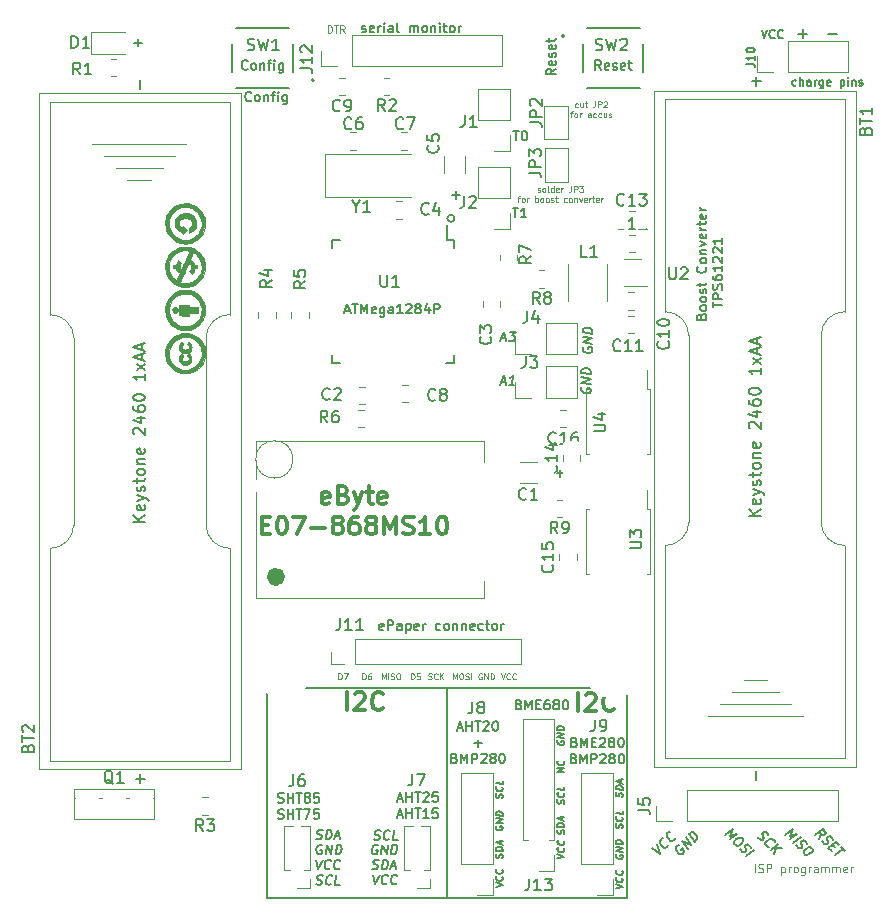
<source format=gbr>
G04 #@! TF.GenerationSoftware,KiCad,Pcbnew,5.1.12-84ad8e8a86~92~ubuntu18.04.1*
G04 #@! TF.CreationDate,2022-01-10T12:00:16+01:00*
G04 #@! TF.ProjectId,HB-UNI-SEN-BATT_ATMega1284P_E07-868MS10_FRAM_FUEL4EP,48422d55-4e49-42d5-9345-4e2d42415454,rev?*
G04 #@! TF.SameCoordinates,Original*
G04 #@! TF.FileFunction,Legend,Top*
G04 #@! TF.FilePolarity,Positive*
%FSLAX46Y46*%
G04 Gerber Fmt 4.6, Leading zero omitted, Abs format (unit mm)*
G04 Created by KiCad (PCBNEW 5.1.12-84ad8e8a86~92~ubuntu18.04.1) date 2022-01-10 12:00:16*
%MOMM*%
%LPD*%
G01*
G04 APERTURE LIST*
%ADD10C,0.100000*%
%ADD11C,0.152400*%
%ADD12C,0.150000*%
%ADD13C,0.200000*%
%ADD14C,0.140000*%
%ADD15C,0.300000*%
%ADD16C,0.120000*%
%ADD17C,0.127000*%
%ADD18C,0.800000*%
%ADD19C,0.010000*%
%ADD20O,1.700000X1.700000*%
%ADD21R,1.700000X1.700000*%
%ADD22O,1.000000X1.000000*%
%ADD23R,1.000000X1.000000*%
%ADD24O,1.717500X1.800000*%
%ADD25R,1.717500X1.800000*%
%ADD26C,5.000000*%
%ADD27R,1.500000X1.000000*%
%ADD28R,2.700000X1.400000*%
%ADD29R,0.900000X0.400000*%
%ADD30O,1.350000X1.350000*%
%ADD31R,1.350000X1.350000*%
%ADD32R,3.500000X2.400000*%
%ADD33R,2.000000X2.000000*%
%ADD34C,2.000000*%
%ADD35C,2.640000*%
%ADD36R,1.000000X0.750000*%
%ADD37R,1.500000X0.550000*%
%ADD38R,0.550000X1.500000*%
%ADD39C,3.000000*%
%ADD40R,2.170000X1.000000*%
%ADD41C,1.000000*%
%ADD42C,0.700000*%
%ADD43C,4.400000*%
G04 APERTURE END LIST*
D10*
X128346285Y-79328928D02*
X128346285Y-78728928D01*
X128489142Y-78728928D01*
X128574857Y-78757500D01*
X128632000Y-78814642D01*
X128660571Y-78871785D01*
X128689142Y-78986071D01*
X128689142Y-79071785D01*
X128660571Y-79186071D01*
X128632000Y-79243214D01*
X128574857Y-79300357D01*
X128489142Y-79328928D01*
X128346285Y-79328928D01*
X128860571Y-78728928D02*
X129203428Y-78728928D01*
X129032000Y-79328928D02*
X129032000Y-78728928D01*
X129746285Y-79328928D02*
X129546285Y-79043214D01*
X129403428Y-79328928D02*
X129403428Y-78728928D01*
X129632000Y-78728928D01*
X129689142Y-78757500D01*
X129717714Y-78786071D01*
X129746285Y-78843214D01*
X129746285Y-78928928D01*
X129717714Y-78986071D01*
X129689142Y-79014642D01*
X129632000Y-79043214D01*
X129403428Y-79043214D01*
D11*
X121849242Y-85062785D02*
X121810538Y-85101490D01*
X121694423Y-85140195D01*
X121617014Y-85140195D01*
X121500900Y-85101490D01*
X121423490Y-85024080D01*
X121384785Y-84946671D01*
X121346080Y-84791852D01*
X121346080Y-84675738D01*
X121384785Y-84520919D01*
X121423490Y-84443509D01*
X121500900Y-84366100D01*
X121617014Y-84327395D01*
X121694423Y-84327395D01*
X121810538Y-84366100D01*
X121849242Y-84404804D01*
X122313700Y-85140195D02*
X122236290Y-85101490D01*
X122197585Y-85062785D01*
X122158880Y-84985376D01*
X122158880Y-84753147D01*
X122197585Y-84675738D01*
X122236290Y-84637033D01*
X122313700Y-84598328D01*
X122429814Y-84598328D01*
X122507223Y-84637033D01*
X122545928Y-84675738D01*
X122584633Y-84753147D01*
X122584633Y-84985376D01*
X122545928Y-85062785D01*
X122507223Y-85101490D01*
X122429814Y-85140195D01*
X122313700Y-85140195D01*
X122932976Y-84598328D02*
X122932976Y-85140195D01*
X122932976Y-84675738D02*
X122971680Y-84637033D01*
X123049090Y-84598328D01*
X123165204Y-84598328D01*
X123242614Y-84637033D01*
X123281319Y-84714442D01*
X123281319Y-85140195D01*
X123552252Y-84598328D02*
X123861890Y-84598328D01*
X123668366Y-85140195D02*
X123668366Y-84443509D01*
X123707071Y-84366100D01*
X123784480Y-84327395D01*
X123861890Y-84327395D01*
X124132823Y-85140195D02*
X124132823Y-84598328D01*
X124132823Y-84327395D02*
X124094119Y-84366100D01*
X124132823Y-84404804D01*
X124171528Y-84366100D01*
X124132823Y-84327395D01*
X124132823Y-84404804D01*
X124868214Y-84598328D02*
X124868214Y-85256309D01*
X124829509Y-85333719D01*
X124790804Y-85372423D01*
X124713395Y-85411128D01*
X124597280Y-85411128D01*
X124519871Y-85372423D01*
X124868214Y-85101490D02*
X124790804Y-85140195D01*
X124635985Y-85140195D01*
X124558576Y-85101490D01*
X124519871Y-85062785D01*
X124481166Y-84985376D01*
X124481166Y-84753147D01*
X124519871Y-84675738D01*
X124558576Y-84637033D01*
X124635985Y-84598328D01*
X124790804Y-84598328D01*
X124868214Y-84637033D01*
X151457176Y-82473195D02*
X151186242Y-82086147D01*
X150992719Y-82473195D02*
X150992719Y-81660395D01*
X151302357Y-81660395D01*
X151379766Y-81699100D01*
X151418471Y-81737804D01*
X151457176Y-81815214D01*
X151457176Y-81931328D01*
X151418471Y-82008738D01*
X151379766Y-82047442D01*
X151302357Y-82086147D01*
X150992719Y-82086147D01*
X152115157Y-82434490D02*
X152037747Y-82473195D01*
X151882928Y-82473195D01*
X151805519Y-82434490D01*
X151766814Y-82357080D01*
X151766814Y-82047442D01*
X151805519Y-81970033D01*
X151882928Y-81931328D01*
X152037747Y-81931328D01*
X152115157Y-81970033D01*
X152153861Y-82047442D01*
X152153861Y-82124852D01*
X151766814Y-82202261D01*
X152463500Y-82434490D02*
X152540909Y-82473195D01*
X152695728Y-82473195D01*
X152773138Y-82434490D01*
X152811842Y-82357080D01*
X152811842Y-82318376D01*
X152773138Y-82240966D01*
X152695728Y-82202261D01*
X152579614Y-82202261D01*
X152502204Y-82163557D01*
X152463500Y-82086147D01*
X152463500Y-82047442D01*
X152502204Y-81970033D01*
X152579614Y-81931328D01*
X152695728Y-81931328D01*
X152773138Y-81970033D01*
X153469823Y-82434490D02*
X153392414Y-82473195D01*
X153237595Y-82473195D01*
X153160185Y-82434490D01*
X153121480Y-82357080D01*
X153121480Y-82047442D01*
X153160185Y-81970033D01*
X153237595Y-81931328D01*
X153392414Y-81931328D01*
X153469823Y-81970033D01*
X153508528Y-82047442D01*
X153508528Y-82124852D01*
X153121480Y-82202261D01*
X153740757Y-81931328D02*
X154050395Y-81931328D01*
X153856871Y-81660395D02*
X153856871Y-82357080D01*
X153895576Y-82434490D01*
X153972985Y-82473195D01*
X154050395Y-82473195D01*
X147624195Y-82413323D02*
X147237147Y-82684257D01*
X147624195Y-82877780D02*
X146811395Y-82877780D01*
X146811395Y-82568142D01*
X146850100Y-82490733D01*
X146888804Y-82452028D01*
X146966214Y-82413323D01*
X147082328Y-82413323D01*
X147159738Y-82452028D01*
X147198442Y-82490733D01*
X147237147Y-82568142D01*
X147237147Y-82877780D01*
X147585490Y-81755342D02*
X147624195Y-81832752D01*
X147624195Y-81987571D01*
X147585490Y-82064980D01*
X147508080Y-82103685D01*
X147198442Y-82103685D01*
X147121033Y-82064980D01*
X147082328Y-81987571D01*
X147082328Y-81832752D01*
X147121033Y-81755342D01*
X147198442Y-81716638D01*
X147275852Y-81716638D01*
X147353261Y-82103685D01*
X147585490Y-81407000D02*
X147624195Y-81329590D01*
X147624195Y-81174771D01*
X147585490Y-81097361D01*
X147508080Y-81058657D01*
X147469376Y-81058657D01*
X147391966Y-81097361D01*
X147353261Y-81174771D01*
X147353261Y-81290885D01*
X147314557Y-81368295D01*
X147237147Y-81407000D01*
X147198442Y-81407000D01*
X147121033Y-81368295D01*
X147082328Y-81290885D01*
X147082328Y-81174771D01*
X147121033Y-81097361D01*
X147585490Y-80400676D02*
X147624195Y-80478085D01*
X147624195Y-80632904D01*
X147585490Y-80710314D01*
X147508080Y-80749019D01*
X147198442Y-80749019D01*
X147121033Y-80710314D01*
X147082328Y-80632904D01*
X147082328Y-80478085D01*
X147121033Y-80400676D01*
X147198442Y-80361971D01*
X147275852Y-80361971D01*
X147353261Y-80749019D01*
X147082328Y-80129742D02*
X147082328Y-79820104D01*
X146811395Y-80013628D02*
X147508080Y-80013628D01*
X147585490Y-79974923D01*
X147624195Y-79897514D01*
X147624195Y-79820104D01*
X144495761Y-136212942D02*
X144611876Y-136251647D01*
X144650580Y-136290352D01*
X144689285Y-136367761D01*
X144689285Y-136483876D01*
X144650580Y-136561285D01*
X144611876Y-136599990D01*
X144534466Y-136638695D01*
X144224828Y-136638695D01*
X144224828Y-135825895D01*
X144495761Y-135825895D01*
X144573171Y-135864600D01*
X144611876Y-135903304D01*
X144650580Y-135980714D01*
X144650580Y-136058123D01*
X144611876Y-136135533D01*
X144573171Y-136174238D01*
X144495761Y-136212942D01*
X144224828Y-136212942D01*
X145037628Y-136638695D02*
X145037628Y-135825895D01*
X145308561Y-136406466D01*
X145579495Y-135825895D01*
X145579495Y-136638695D01*
X145966542Y-136212942D02*
X146237476Y-136212942D01*
X146353590Y-136638695D02*
X145966542Y-136638695D01*
X145966542Y-135825895D01*
X146353590Y-135825895D01*
X147050276Y-135825895D02*
X146895457Y-135825895D01*
X146818047Y-135864600D01*
X146779342Y-135903304D01*
X146701933Y-136019419D01*
X146663228Y-136174238D01*
X146663228Y-136483876D01*
X146701933Y-136561285D01*
X146740638Y-136599990D01*
X146818047Y-136638695D01*
X146972866Y-136638695D01*
X147050276Y-136599990D01*
X147088980Y-136561285D01*
X147127685Y-136483876D01*
X147127685Y-136290352D01*
X147088980Y-136212942D01*
X147050276Y-136174238D01*
X146972866Y-136135533D01*
X146818047Y-136135533D01*
X146740638Y-136174238D01*
X146701933Y-136212942D01*
X146663228Y-136290352D01*
X147592142Y-136174238D02*
X147514733Y-136135533D01*
X147476028Y-136096828D01*
X147437323Y-136019419D01*
X147437323Y-135980714D01*
X147476028Y-135903304D01*
X147514733Y-135864600D01*
X147592142Y-135825895D01*
X147746961Y-135825895D01*
X147824371Y-135864600D01*
X147863076Y-135903304D01*
X147901780Y-135980714D01*
X147901780Y-136019419D01*
X147863076Y-136096828D01*
X147824371Y-136135533D01*
X147746961Y-136174238D01*
X147592142Y-136174238D01*
X147514733Y-136212942D01*
X147476028Y-136251647D01*
X147437323Y-136329057D01*
X147437323Y-136483876D01*
X147476028Y-136561285D01*
X147514733Y-136599990D01*
X147592142Y-136638695D01*
X147746961Y-136638695D01*
X147824371Y-136599990D01*
X147863076Y-136561285D01*
X147901780Y-136483876D01*
X147901780Y-136329057D01*
X147863076Y-136251647D01*
X147824371Y-136212942D01*
X147746961Y-136174238D01*
X148404942Y-135825895D02*
X148482352Y-135825895D01*
X148559761Y-135864600D01*
X148598466Y-135903304D01*
X148637171Y-135980714D01*
X148675876Y-136135533D01*
X148675876Y-136329057D01*
X148637171Y-136483876D01*
X148598466Y-136561285D01*
X148559761Y-136599990D01*
X148482352Y-136638695D01*
X148404942Y-136638695D01*
X148327533Y-136599990D01*
X148288828Y-136561285D01*
X148250123Y-136483876D01*
X148211419Y-136329057D01*
X148211419Y-136135533D01*
X148250123Y-135980714D01*
X148288828Y-135903304D01*
X148327533Y-135864600D01*
X148404942Y-135825895D01*
D12*
X148353428Y-141949428D02*
X147753428Y-141949428D01*
X148353428Y-141606571D01*
X147753428Y-141606571D01*
X148296285Y-140978000D02*
X148324857Y-141006571D01*
X148353428Y-141092285D01*
X148353428Y-141149428D01*
X148324857Y-141235142D01*
X148267714Y-141292285D01*
X148210571Y-141320857D01*
X148096285Y-141349428D01*
X148010571Y-141349428D01*
X147896285Y-141320857D01*
X147839142Y-141292285D01*
X147782000Y-141235142D01*
X147753428Y-141149428D01*
X147753428Y-141092285D01*
X147782000Y-141006571D01*
X147810571Y-140978000D01*
X147753428Y-149252866D02*
X148353428Y-149127866D01*
X147753428Y-148852866D01*
X148296285Y-148377866D02*
X148324857Y-148410008D01*
X148353428Y-148499294D01*
X148353428Y-148556437D01*
X148324857Y-148638580D01*
X148267714Y-148688580D01*
X148210571Y-148710008D01*
X148096285Y-148724294D01*
X148010571Y-148713580D01*
X147896285Y-148670723D01*
X147839142Y-148635008D01*
X147782000Y-148570723D01*
X147753428Y-148481437D01*
X147753428Y-148424294D01*
X147782000Y-148342151D01*
X147810571Y-148317151D01*
X148296285Y-147777866D02*
X148324857Y-147810008D01*
X148353428Y-147899294D01*
X148353428Y-147956437D01*
X148324857Y-148038580D01*
X148267714Y-148088580D01*
X148210571Y-148110008D01*
X148096285Y-148124294D01*
X148010571Y-148113580D01*
X147896285Y-148070723D01*
X147839142Y-148035008D01*
X147782000Y-147970723D01*
X147753428Y-147881437D01*
X147753428Y-147824294D01*
X147782000Y-147742151D01*
X147810571Y-147717151D01*
X148324857Y-147220866D02*
X148353428Y-147138723D01*
X148353428Y-146995866D01*
X148324857Y-146935151D01*
X148296285Y-146903008D01*
X148239142Y-146867294D01*
X148182000Y-146860151D01*
X148124857Y-146881580D01*
X148096285Y-146906580D01*
X148067714Y-146960151D01*
X148039142Y-147070866D01*
X148010571Y-147124437D01*
X147982000Y-147149437D01*
X147924857Y-147170866D01*
X147867714Y-147163723D01*
X147810571Y-147128008D01*
X147782000Y-147095866D01*
X147753428Y-147035151D01*
X147753428Y-146892294D01*
X147782000Y-146810151D01*
X148353428Y-146624437D02*
X147753428Y-146549437D01*
X147753428Y-146406580D01*
X147782000Y-146324437D01*
X147839142Y-146274437D01*
X147896285Y-146253008D01*
X148010571Y-146238723D01*
X148096285Y-146249437D01*
X148210571Y-146292294D01*
X148267714Y-146328008D01*
X148324857Y-146392294D01*
X148353428Y-146481580D01*
X148353428Y-146624437D01*
X148182000Y-146031580D02*
X148182000Y-145745866D01*
X148353428Y-146110151D02*
X147753428Y-145835151D01*
X148353428Y-145710151D01*
X148324857Y-144666580D02*
X148353428Y-144584437D01*
X148353428Y-144441580D01*
X148324857Y-144380866D01*
X148296285Y-144348723D01*
X148239142Y-144313008D01*
X148182000Y-144305866D01*
X148124857Y-144327294D01*
X148096285Y-144352294D01*
X148067714Y-144405866D01*
X148039142Y-144516580D01*
X148010571Y-144570151D01*
X147982000Y-144595151D01*
X147924857Y-144616580D01*
X147867714Y-144609437D01*
X147810571Y-144573723D01*
X147782000Y-144541580D01*
X147753428Y-144480866D01*
X147753428Y-144338008D01*
X147782000Y-144255866D01*
X148296285Y-143720151D02*
X148324857Y-143752294D01*
X148353428Y-143841580D01*
X148353428Y-143898723D01*
X148324857Y-143980866D01*
X148267714Y-144030866D01*
X148210571Y-144052294D01*
X148096285Y-144066580D01*
X148010571Y-144055866D01*
X147896285Y-144013008D01*
X147839142Y-143977294D01*
X147782000Y-143913008D01*
X147753428Y-143823723D01*
X147753428Y-143766580D01*
X147782000Y-143684437D01*
X147810571Y-143659437D01*
X148353428Y-143184437D02*
X148353428Y-143470151D01*
X147753428Y-143395151D01*
D13*
X153670000Y-142430500D02*
X153670000Y-152590500D01*
D12*
X147782000Y-139261580D02*
X147753428Y-139315151D01*
X147753428Y-139400866D01*
X147782000Y-139490151D01*
X147839142Y-139554437D01*
X147896285Y-139590151D01*
X148010571Y-139633008D01*
X148096285Y-139643723D01*
X148210571Y-139629437D01*
X148267714Y-139608008D01*
X148324857Y-139558008D01*
X148353428Y-139475866D01*
X148353428Y-139418723D01*
X148324857Y-139329437D01*
X148296285Y-139297294D01*
X148096285Y-139272294D01*
X148096285Y-139386580D01*
X148353428Y-139047294D02*
X147753428Y-138972294D01*
X148353428Y-138704437D01*
X147753428Y-138629437D01*
X148353428Y-138418723D02*
X147753428Y-138343723D01*
X147753428Y-138200866D01*
X147782000Y-138118723D01*
X147839142Y-138068723D01*
X147896285Y-138047294D01*
X148010571Y-138033008D01*
X148096285Y-138043723D01*
X148210571Y-138086580D01*
X148267714Y-138122294D01*
X148324857Y-138186580D01*
X148353428Y-138275866D01*
X148353428Y-138418723D01*
D13*
X153670000Y-134810500D02*
X153670000Y-142430500D01*
D11*
X149194761Y-139413342D02*
X149310876Y-139452047D01*
X149349580Y-139490752D01*
X149388285Y-139568161D01*
X149388285Y-139684276D01*
X149349580Y-139761685D01*
X149310876Y-139800390D01*
X149233466Y-139839095D01*
X148923828Y-139839095D01*
X148923828Y-139026295D01*
X149194761Y-139026295D01*
X149272171Y-139065000D01*
X149310876Y-139103704D01*
X149349580Y-139181114D01*
X149349580Y-139258523D01*
X149310876Y-139335933D01*
X149272171Y-139374638D01*
X149194761Y-139413342D01*
X148923828Y-139413342D01*
X149736628Y-139839095D02*
X149736628Y-139026295D01*
X150007561Y-139606866D01*
X150278495Y-139026295D01*
X150278495Y-139839095D01*
X150665542Y-139413342D02*
X150936476Y-139413342D01*
X151052590Y-139839095D02*
X150665542Y-139839095D01*
X150665542Y-139026295D01*
X151052590Y-139026295D01*
X151362228Y-139103704D02*
X151400933Y-139065000D01*
X151478342Y-139026295D01*
X151671866Y-139026295D01*
X151749276Y-139065000D01*
X151787980Y-139103704D01*
X151826685Y-139181114D01*
X151826685Y-139258523D01*
X151787980Y-139374638D01*
X151323523Y-139839095D01*
X151826685Y-139839095D01*
X152291142Y-139374638D02*
X152213733Y-139335933D01*
X152175028Y-139297228D01*
X152136323Y-139219819D01*
X152136323Y-139181114D01*
X152175028Y-139103704D01*
X152213733Y-139065000D01*
X152291142Y-139026295D01*
X152445961Y-139026295D01*
X152523371Y-139065000D01*
X152562076Y-139103704D01*
X152600780Y-139181114D01*
X152600780Y-139219819D01*
X152562076Y-139297228D01*
X152523371Y-139335933D01*
X152445961Y-139374638D01*
X152291142Y-139374638D01*
X152213733Y-139413342D01*
X152175028Y-139452047D01*
X152136323Y-139529457D01*
X152136323Y-139684276D01*
X152175028Y-139761685D01*
X152213733Y-139800390D01*
X152291142Y-139839095D01*
X152445961Y-139839095D01*
X152523371Y-139800390D01*
X152562076Y-139761685D01*
X152600780Y-139684276D01*
X152600780Y-139529457D01*
X152562076Y-139452047D01*
X152523371Y-139413342D01*
X152445961Y-139374638D01*
X153103942Y-139026295D02*
X153181352Y-139026295D01*
X153258761Y-139065000D01*
X153297466Y-139103704D01*
X153336171Y-139181114D01*
X153374876Y-139335933D01*
X153374876Y-139529457D01*
X153336171Y-139684276D01*
X153297466Y-139761685D01*
X153258761Y-139800390D01*
X153181352Y-139839095D01*
X153103942Y-139839095D01*
X153026533Y-139800390D01*
X152987828Y-139761685D01*
X152949123Y-139684276D01*
X152910419Y-139529457D01*
X152910419Y-139335933D01*
X152949123Y-139181114D01*
X152987828Y-139103704D01*
X153026533Y-139065000D01*
X153103942Y-139026295D01*
X149156057Y-140784942D02*
X149272171Y-140823647D01*
X149310876Y-140862352D01*
X149349580Y-140939761D01*
X149349580Y-141055876D01*
X149310876Y-141133285D01*
X149272171Y-141171990D01*
X149194761Y-141210695D01*
X148885123Y-141210695D01*
X148885123Y-140397895D01*
X149156057Y-140397895D01*
X149233466Y-140436600D01*
X149272171Y-140475304D01*
X149310876Y-140552714D01*
X149310876Y-140630123D01*
X149272171Y-140707533D01*
X149233466Y-140746238D01*
X149156057Y-140784942D01*
X148885123Y-140784942D01*
X149697923Y-141210695D02*
X149697923Y-140397895D01*
X149968857Y-140978466D01*
X150239790Y-140397895D01*
X150239790Y-141210695D01*
X150626838Y-141210695D02*
X150626838Y-140397895D01*
X150936476Y-140397895D01*
X151013885Y-140436600D01*
X151052590Y-140475304D01*
X151091295Y-140552714D01*
X151091295Y-140668828D01*
X151052590Y-140746238D01*
X151013885Y-140784942D01*
X150936476Y-140823647D01*
X150626838Y-140823647D01*
X151400933Y-140475304D02*
X151439638Y-140436600D01*
X151517047Y-140397895D01*
X151710571Y-140397895D01*
X151787980Y-140436600D01*
X151826685Y-140475304D01*
X151865390Y-140552714D01*
X151865390Y-140630123D01*
X151826685Y-140746238D01*
X151362228Y-141210695D01*
X151865390Y-141210695D01*
X152329847Y-140746238D02*
X152252438Y-140707533D01*
X152213733Y-140668828D01*
X152175028Y-140591419D01*
X152175028Y-140552714D01*
X152213733Y-140475304D01*
X152252438Y-140436600D01*
X152329847Y-140397895D01*
X152484666Y-140397895D01*
X152562076Y-140436600D01*
X152600780Y-140475304D01*
X152639485Y-140552714D01*
X152639485Y-140591419D01*
X152600780Y-140668828D01*
X152562076Y-140707533D01*
X152484666Y-140746238D01*
X152329847Y-140746238D01*
X152252438Y-140784942D01*
X152213733Y-140823647D01*
X152175028Y-140901057D01*
X152175028Y-141055876D01*
X152213733Y-141133285D01*
X152252438Y-141171990D01*
X152329847Y-141210695D01*
X152484666Y-141210695D01*
X152562076Y-141171990D01*
X152600780Y-141133285D01*
X152639485Y-141055876D01*
X152639485Y-140901057D01*
X152600780Y-140823647D01*
X152562076Y-140784942D01*
X152484666Y-140746238D01*
X153142647Y-140397895D02*
X153220057Y-140397895D01*
X153297466Y-140436600D01*
X153336171Y-140475304D01*
X153374876Y-140552714D01*
X153413580Y-140707533D01*
X153413580Y-140901057D01*
X153374876Y-141055876D01*
X153336171Y-141133285D01*
X153297466Y-141171990D01*
X153220057Y-141210695D01*
X153142647Y-141210695D01*
X153065238Y-141171990D01*
X153026533Y-141133285D01*
X152987828Y-141055876D01*
X152949123Y-140901057D01*
X152949123Y-140707533D01*
X152987828Y-140552714D01*
X153026533Y-140475304D01*
X153065238Y-140436600D01*
X153142647Y-140397895D01*
X139330490Y-138209866D02*
X139717538Y-138209866D01*
X139253080Y-138442095D02*
X139524014Y-137629295D01*
X139794947Y-138442095D01*
X140065880Y-138442095D02*
X140065880Y-137629295D01*
X140065880Y-138016342D02*
X140530338Y-138016342D01*
X140530338Y-138442095D02*
X140530338Y-137629295D01*
X140801271Y-137629295D02*
X141265728Y-137629295D01*
X141033500Y-138442095D02*
X141033500Y-137629295D01*
X141497957Y-137706704D02*
X141536661Y-137668000D01*
X141614071Y-137629295D01*
X141807595Y-137629295D01*
X141885004Y-137668000D01*
X141923709Y-137706704D01*
X141962414Y-137784114D01*
X141962414Y-137861523D01*
X141923709Y-137977638D01*
X141459252Y-138442095D01*
X141962414Y-138442095D01*
X142465576Y-137629295D02*
X142542985Y-137629295D01*
X142620395Y-137668000D01*
X142659100Y-137706704D01*
X142697804Y-137784114D01*
X142736509Y-137938933D01*
X142736509Y-138132457D01*
X142697804Y-138287276D01*
X142659100Y-138364685D01*
X142620395Y-138403390D01*
X142542985Y-138442095D01*
X142465576Y-138442095D01*
X142388166Y-138403390D01*
X142349461Y-138364685D01*
X142310757Y-138287276D01*
X142272052Y-138132457D01*
X142272052Y-137938933D01*
X142310757Y-137784114D01*
X142349461Y-137706704D01*
X142388166Y-137668000D01*
X142465576Y-137629295D01*
X140723861Y-139504057D02*
X141343138Y-139504057D01*
X141033500Y-139813695D02*
X141033500Y-139194419D01*
X139059557Y-140759542D02*
X139175671Y-140798247D01*
X139214376Y-140836952D01*
X139253080Y-140914361D01*
X139253080Y-141030476D01*
X139214376Y-141107885D01*
X139175671Y-141146590D01*
X139098261Y-141185295D01*
X138788623Y-141185295D01*
X138788623Y-140372495D01*
X139059557Y-140372495D01*
X139136966Y-140411200D01*
X139175671Y-140449904D01*
X139214376Y-140527314D01*
X139214376Y-140604723D01*
X139175671Y-140682133D01*
X139136966Y-140720838D01*
X139059557Y-140759542D01*
X138788623Y-140759542D01*
X139601423Y-141185295D02*
X139601423Y-140372495D01*
X139872357Y-140953066D01*
X140143290Y-140372495D01*
X140143290Y-141185295D01*
X140530338Y-141185295D02*
X140530338Y-140372495D01*
X140839976Y-140372495D01*
X140917385Y-140411200D01*
X140956090Y-140449904D01*
X140994795Y-140527314D01*
X140994795Y-140643428D01*
X140956090Y-140720838D01*
X140917385Y-140759542D01*
X140839976Y-140798247D01*
X140530338Y-140798247D01*
X141304433Y-140449904D02*
X141343138Y-140411200D01*
X141420547Y-140372495D01*
X141614071Y-140372495D01*
X141691480Y-140411200D01*
X141730185Y-140449904D01*
X141768890Y-140527314D01*
X141768890Y-140604723D01*
X141730185Y-140720838D01*
X141265728Y-141185295D01*
X141768890Y-141185295D01*
X142233347Y-140720838D02*
X142155938Y-140682133D01*
X142117233Y-140643428D01*
X142078528Y-140566019D01*
X142078528Y-140527314D01*
X142117233Y-140449904D01*
X142155938Y-140411200D01*
X142233347Y-140372495D01*
X142388166Y-140372495D01*
X142465576Y-140411200D01*
X142504280Y-140449904D01*
X142542985Y-140527314D01*
X142542985Y-140566019D01*
X142504280Y-140643428D01*
X142465576Y-140682133D01*
X142388166Y-140720838D01*
X142233347Y-140720838D01*
X142155938Y-140759542D01*
X142117233Y-140798247D01*
X142078528Y-140875657D01*
X142078528Y-141030476D01*
X142117233Y-141107885D01*
X142155938Y-141146590D01*
X142233347Y-141185295D01*
X142388166Y-141185295D01*
X142465576Y-141146590D01*
X142504280Y-141107885D01*
X142542985Y-141030476D01*
X142542985Y-140875657D01*
X142504280Y-140798247D01*
X142465576Y-140759542D01*
X142388166Y-140720838D01*
X143046147Y-140372495D02*
X143123557Y-140372495D01*
X143200966Y-140411200D01*
X143239671Y-140449904D01*
X143278376Y-140527314D01*
X143317080Y-140682133D01*
X143317080Y-140875657D01*
X143278376Y-141030476D01*
X143239671Y-141107885D01*
X143200966Y-141146590D01*
X143123557Y-141185295D01*
X143046147Y-141185295D01*
X142968738Y-141146590D01*
X142930033Y-141107885D01*
X142891328Y-141030476D01*
X142852623Y-140875657D01*
X142852623Y-140682133D01*
X142891328Y-140527314D01*
X142930033Y-140449904D01*
X142968738Y-140411200D01*
X143046147Y-140372495D01*
X134250490Y-144229666D02*
X134637538Y-144229666D01*
X134173080Y-144461895D02*
X134444014Y-143649095D01*
X134714947Y-144461895D01*
X134985880Y-144461895D02*
X134985880Y-143649095D01*
X134985880Y-144036142D02*
X135450338Y-144036142D01*
X135450338Y-144461895D02*
X135450338Y-143649095D01*
X135721271Y-143649095D02*
X136185728Y-143649095D01*
X135953500Y-144461895D02*
X135953500Y-143649095D01*
X136417957Y-143726504D02*
X136456661Y-143687800D01*
X136534071Y-143649095D01*
X136727595Y-143649095D01*
X136805004Y-143687800D01*
X136843709Y-143726504D01*
X136882414Y-143803914D01*
X136882414Y-143881323D01*
X136843709Y-143997438D01*
X136379252Y-144461895D01*
X136882414Y-144461895D01*
X137617804Y-143649095D02*
X137230757Y-143649095D01*
X137192052Y-144036142D01*
X137230757Y-143997438D01*
X137308166Y-143958733D01*
X137501690Y-143958733D01*
X137579100Y-143997438D01*
X137617804Y-144036142D01*
X137656509Y-144113552D01*
X137656509Y-144307076D01*
X137617804Y-144384485D01*
X137579100Y-144423190D01*
X137501690Y-144461895D01*
X137308166Y-144461895D01*
X137230757Y-144423190D01*
X137192052Y-144384485D01*
X134250490Y-145601266D02*
X134637538Y-145601266D01*
X134173080Y-145833495D02*
X134444014Y-145020695D01*
X134714947Y-145833495D01*
X134985880Y-145833495D02*
X134985880Y-145020695D01*
X134985880Y-145407742D02*
X135450338Y-145407742D01*
X135450338Y-145833495D02*
X135450338Y-145020695D01*
X135721271Y-145020695D02*
X136185728Y-145020695D01*
X135953500Y-145833495D02*
X135953500Y-145020695D01*
X136882414Y-145833495D02*
X136417957Y-145833495D01*
X136650185Y-145833495D02*
X136650185Y-145020695D01*
X136572776Y-145136809D01*
X136495366Y-145214219D01*
X136417957Y-145252923D01*
X137617804Y-145020695D02*
X137230757Y-145020695D01*
X137192052Y-145407742D01*
X137230757Y-145369038D01*
X137308166Y-145330333D01*
X137501690Y-145330333D01*
X137579100Y-145369038D01*
X137617804Y-145407742D01*
X137656509Y-145485152D01*
X137656509Y-145678676D01*
X137617804Y-145756085D01*
X137579100Y-145794790D01*
X137501690Y-145833495D01*
X137308166Y-145833495D01*
X137230757Y-145794790D01*
X137192052Y-145756085D01*
X124115285Y-144486690D02*
X124231400Y-144525395D01*
X124424923Y-144525395D01*
X124502333Y-144486690D01*
X124541038Y-144447985D01*
X124579742Y-144370576D01*
X124579742Y-144293166D01*
X124541038Y-144215757D01*
X124502333Y-144177052D01*
X124424923Y-144138347D01*
X124270104Y-144099642D01*
X124192695Y-144060938D01*
X124153990Y-144022233D01*
X124115285Y-143944823D01*
X124115285Y-143867414D01*
X124153990Y-143790004D01*
X124192695Y-143751300D01*
X124270104Y-143712595D01*
X124463628Y-143712595D01*
X124579742Y-143751300D01*
X124928085Y-144525395D02*
X124928085Y-143712595D01*
X124928085Y-144099642D02*
X125392542Y-144099642D01*
X125392542Y-144525395D02*
X125392542Y-143712595D01*
X125663476Y-143712595D02*
X126127933Y-143712595D01*
X125895704Y-144525395D02*
X125895704Y-143712595D01*
X126514980Y-144060938D02*
X126437571Y-144022233D01*
X126398866Y-143983528D01*
X126360161Y-143906119D01*
X126360161Y-143867414D01*
X126398866Y-143790004D01*
X126437571Y-143751300D01*
X126514980Y-143712595D01*
X126669800Y-143712595D01*
X126747209Y-143751300D01*
X126785914Y-143790004D01*
X126824619Y-143867414D01*
X126824619Y-143906119D01*
X126785914Y-143983528D01*
X126747209Y-144022233D01*
X126669800Y-144060938D01*
X126514980Y-144060938D01*
X126437571Y-144099642D01*
X126398866Y-144138347D01*
X126360161Y-144215757D01*
X126360161Y-144370576D01*
X126398866Y-144447985D01*
X126437571Y-144486690D01*
X126514980Y-144525395D01*
X126669800Y-144525395D01*
X126747209Y-144486690D01*
X126785914Y-144447985D01*
X126824619Y-144370576D01*
X126824619Y-144215757D01*
X126785914Y-144138347D01*
X126747209Y-144099642D01*
X126669800Y-144060938D01*
X127560009Y-143712595D02*
X127172961Y-143712595D01*
X127134257Y-144099642D01*
X127172961Y-144060938D01*
X127250371Y-144022233D01*
X127443895Y-144022233D01*
X127521304Y-144060938D01*
X127560009Y-144099642D01*
X127598714Y-144177052D01*
X127598714Y-144370576D01*
X127560009Y-144447985D01*
X127521304Y-144486690D01*
X127443895Y-144525395D01*
X127250371Y-144525395D01*
X127172961Y-144486690D01*
X127134257Y-144447985D01*
X124115285Y-145858290D02*
X124231400Y-145896995D01*
X124424923Y-145896995D01*
X124502333Y-145858290D01*
X124541038Y-145819585D01*
X124579742Y-145742176D01*
X124579742Y-145664766D01*
X124541038Y-145587357D01*
X124502333Y-145548652D01*
X124424923Y-145509947D01*
X124270104Y-145471242D01*
X124192695Y-145432538D01*
X124153990Y-145393833D01*
X124115285Y-145316423D01*
X124115285Y-145239014D01*
X124153990Y-145161604D01*
X124192695Y-145122900D01*
X124270104Y-145084195D01*
X124463628Y-145084195D01*
X124579742Y-145122900D01*
X124928085Y-145896995D02*
X124928085Y-145084195D01*
X124928085Y-145471242D02*
X125392542Y-145471242D01*
X125392542Y-145896995D02*
X125392542Y-145084195D01*
X125663476Y-145084195D02*
X126127933Y-145084195D01*
X125895704Y-145896995D02*
X125895704Y-145084195D01*
X126321457Y-145084195D02*
X126863323Y-145084195D01*
X126514980Y-145896995D01*
X127560009Y-145084195D02*
X127172961Y-145084195D01*
X127134257Y-145471242D01*
X127172961Y-145432538D01*
X127250371Y-145393833D01*
X127443895Y-145393833D01*
X127521304Y-145432538D01*
X127560009Y-145471242D01*
X127598714Y-145548652D01*
X127598714Y-145742176D01*
X127560009Y-145819585D01*
X127521304Y-145858290D01*
X127443895Y-145896995D01*
X127250371Y-145896995D01*
X127172961Y-145858290D01*
X127134257Y-145819585D01*
X111958361Y-80195057D02*
X112577638Y-80195057D01*
X112268000Y-80504695D02*
X112268000Y-79885419D01*
X147708861Y-116644057D02*
X148328138Y-116644057D01*
X148018500Y-116953695D02*
X148018500Y-116334419D01*
D14*
X139047500Y-95059500D02*
G75*
G03*
X139047500Y-95059500I-300000J0D01*
G01*
D11*
X138882361Y-93085557D02*
X139501638Y-93085557D01*
X139192000Y-93395195D02*
X139192000Y-92775919D01*
X131201885Y-79259490D02*
X131279295Y-79298195D01*
X131434114Y-79298195D01*
X131511523Y-79259490D01*
X131550228Y-79182080D01*
X131550228Y-79143376D01*
X131511523Y-79065966D01*
X131434114Y-79027261D01*
X131318000Y-79027261D01*
X131240590Y-78988557D01*
X131201885Y-78911147D01*
X131201885Y-78872442D01*
X131240590Y-78795033D01*
X131318000Y-78756328D01*
X131434114Y-78756328D01*
X131511523Y-78795033D01*
X132208209Y-79259490D02*
X132130800Y-79298195D01*
X131975980Y-79298195D01*
X131898571Y-79259490D01*
X131859866Y-79182080D01*
X131859866Y-78872442D01*
X131898571Y-78795033D01*
X131975980Y-78756328D01*
X132130800Y-78756328D01*
X132208209Y-78795033D01*
X132246914Y-78872442D01*
X132246914Y-78949852D01*
X131859866Y-79027261D01*
X132595257Y-79298195D02*
X132595257Y-78756328D01*
X132595257Y-78911147D02*
X132633961Y-78833738D01*
X132672666Y-78795033D01*
X132750076Y-78756328D01*
X132827485Y-78756328D01*
X133098419Y-79298195D02*
X133098419Y-78756328D01*
X133098419Y-78485395D02*
X133059714Y-78524100D01*
X133098419Y-78562804D01*
X133137123Y-78524100D01*
X133098419Y-78485395D01*
X133098419Y-78562804D01*
X133833809Y-79298195D02*
X133833809Y-78872442D01*
X133795104Y-78795033D01*
X133717695Y-78756328D01*
X133562876Y-78756328D01*
X133485466Y-78795033D01*
X133833809Y-79259490D02*
X133756400Y-79298195D01*
X133562876Y-79298195D01*
X133485466Y-79259490D01*
X133446761Y-79182080D01*
X133446761Y-79104671D01*
X133485466Y-79027261D01*
X133562876Y-78988557D01*
X133756400Y-78988557D01*
X133833809Y-78949852D01*
X134336971Y-79298195D02*
X134259561Y-79259490D01*
X134220857Y-79182080D01*
X134220857Y-78485395D01*
X135265885Y-79298195D02*
X135265885Y-78756328D01*
X135265885Y-78833738D02*
X135304590Y-78795033D01*
X135382000Y-78756328D01*
X135498114Y-78756328D01*
X135575523Y-78795033D01*
X135614228Y-78872442D01*
X135614228Y-79298195D01*
X135614228Y-78872442D02*
X135652933Y-78795033D01*
X135730342Y-78756328D01*
X135846457Y-78756328D01*
X135923866Y-78795033D01*
X135962571Y-78872442D01*
X135962571Y-79298195D01*
X136465733Y-79298195D02*
X136388323Y-79259490D01*
X136349619Y-79220785D01*
X136310914Y-79143376D01*
X136310914Y-78911147D01*
X136349619Y-78833738D01*
X136388323Y-78795033D01*
X136465733Y-78756328D01*
X136581847Y-78756328D01*
X136659257Y-78795033D01*
X136697961Y-78833738D01*
X136736666Y-78911147D01*
X136736666Y-79143376D01*
X136697961Y-79220785D01*
X136659257Y-79259490D01*
X136581847Y-79298195D01*
X136465733Y-79298195D01*
X137085009Y-78756328D02*
X137085009Y-79298195D01*
X137085009Y-78833738D02*
X137123714Y-78795033D01*
X137201123Y-78756328D01*
X137317238Y-78756328D01*
X137394647Y-78795033D01*
X137433352Y-78872442D01*
X137433352Y-79298195D01*
X137820400Y-79298195D02*
X137820400Y-78756328D01*
X137820400Y-78485395D02*
X137781695Y-78524100D01*
X137820400Y-78562804D01*
X137859104Y-78524100D01*
X137820400Y-78485395D01*
X137820400Y-78562804D01*
X138091333Y-78756328D02*
X138400971Y-78756328D01*
X138207447Y-78485395D02*
X138207447Y-79182080D01*
X138246152Y-79259490D01*
X138323561Y-79298195D01*
X138400971Y-79298195D01*
X138788019Y-79298195D02*
X138710609Y-79259490D01*
X138671904Y-79220785D01*
X138633200Y-79143376D01*
X138633200Y-78911147D01*
X138671904Y-78833738D01*
X138710609Y-78795033D01*
X138788019Y-78756328D01*
X138904133Y-78756328D01*
X138981542Y-78795033D01*
X139020247Y-78833738D01*
X139058952Y-78911147D01*
X139058952Y-79143376D01*
X139020247Y-79220785D01*
X138981542Y-79259490D01*
X138904133Y-79298195D01*
X138788019Y-79298195D01*
X139407295Y-79298195D02*
X139407295Y-78756328D01*
X139407295Y-78911147D02*
X139446000Y-78833738D01*
X139484704Y-78795033D01*
X139562114Y-78756328D01*
X139639523Y-78756328D01*
X160908395Y-102592414D02*
X160908395Y-102127957D01*
X161721195Y-102360185D02*
X160908395Y-102360185D01*
X161721195Y-101857023D02*
X160908395Y-101857023D01*
X160908395Y-101547385D01*
X160947100Y-101469976D01*
X160985804Y-101431271D01*
X161063214Y-101392566D01*
X161179328Y-101392566D01*
X161256738Y-101431271D01*
X161295442Y-101469976D01*
X161334147Y-101547385D01*
X161334147Y-101857023D01*
X161682490Y-101082928D02*
X161721195Y-100966814D01*
X161721195Y-100773290D01*
X161682490Y-100695880D01*
X161643785Y-100657176D01*
X161566376Y-100618471D01*
X161488966Y-100618471D01*
X161411557Y-100657176D01*
X161372852Y-100695880D01*
X161334147Y-100773290D01*
X161295442Y-100928109D01*
X161256738Y-101005519D01*
X161218033Y-101044223D01*
X161140623Y-101082928D01*
X161063214Y-101082928D01*
X160985804Y-101044223D01*
X160947100Y-101005519D01*
X160908395Y-100928109D01*
X160908395Y-100734585D01*
X160947100Y-100618471D01*
X160908395Y-99921785D02*
X160908395Y-100076604D01*
X160947100Y-100154014D01*
X160985804Y-100192719D01*
X161101919Y-100270128D01*
X161256738Y-100308833D01*
X161566376Y-100308833D01*
X161643785Y-100270128D01*
X161682490Y-100231423D01*
X161721195Y-100154014D01*
X161721195Y-99999195D01*
X161682490Y-99921785D01*
X161643785Y-99883080D01*
X161566376Y-99844376D01*
X161372852Y-99844376D01*
X161295442Y-99883080D01*
X161256738Y-99921785D01*
X161218033Y-99999195D01*
X161218033Y-100154014D01*
X161256738Y-100231423D01*
X161295442Y-100270128D01*
X161372852Y-100308833D01*
X161721195Y-99070280D02*
X161721195Y-99534738D01*
X161721195Y-99302509D02*
X160908395Y-99302509D01*
X161024509Y-99379919D01*
X161101919Y-99457328D01*
X161140623Y-99534738D01*
X160985804Y-98760642D02*
X160947100Y-98721938D01*
X160908395Y-98644528D01*
X160908395Y-98451004D01*
X160947100Y-98373595D01*
X160985804Y-98334890D01*
X161063214Y-98296185D01*
X161140623Y-98296185D01*
X161256738Y-98334890D01*
X161721195Y-98799347D01*
X161721195Y-98296185D01*
X160985804Y-97986547D02*
X160947100Y-97947842D01*
X160908395Y-97870433D01*
X160908395Y-97676909D01*
X160947100Y-97599500D01*
X160985804Y-97560795D01*
X161063214Y-97522090D01*
X161140623Y-97522090D01*
X161256738Y-97560795D01*
X161721195Y-98025252D01*
X161721195Y-97522090D01*
X161721195Y-96747995D02*
X161721195Y-97212452D01*
X161721195Y-96980223D02*
X160908395Y-96980223D01*
X161024509Y-97057633D01*
X161101919Y-97135042D01*
X161140623Y-97212452D01*
X129788557Y-102878466D02*
X130175604Y-102878466D01*
X129711147Y-103110695D02*
X129982080Y-102297895D01*
X130253014Y-103110695D01*
X130407833Y-102297895D02*
X130872290Y-102297895D01*
X130640061Y-103110695D02*
X130640061Y-102297895D01*
X131143223Y-103110695D02*
X131143223Y-102297895D01*
X131414157Y-102878466D01*
X131685090Y-102297895D01*
X131685090Y-103110695D01*
X132381776Y-103071990D02*
X132304366Y-103110695D01*
X132149547Y-103110695D01*
X132072138Y-103071990D01*
X132033433Y-102994580D01*
X132033433Y-102684942D01*
X132072138Y-102607533D01*
X132149547Y-102568828D01*
X132304366Y-102568828D01*
X132381776Y-102607533D01*
X132420480Y-102684942D01*
X132420480Y-102762352D01*
X132033433Y-102839761D01*
X133117166Y-102568828D02*
X133117166Y-103226809D01*
X133078461Y-103304219D01*
X133039757Y-103342923D01*
X132962347Y-103381628D01*
X132846233Y-103381628D01*
X132768823Y-103342923D01*
X133117166Y-103071990D02*
X133039757Y-103110695D01*
X132884938Y-103110695D01*
X132807528Y-103071990D01*
X132768823Y-103033285D01*
X132730119Y-102955876D01*
X132730119Y-102723647D01*
X132768823Y-102646238D01*
X132807528Y-102607533D01*
X132884938Y-102568828D01*
X133039757Y-102568828D01*
X133117166Y-102607533D01*
X133852557Y-103110695D02*
X133852557Y-102684942D01*
X133813852Y-102607533D01*
X133736442Y-102568828D01*
X133581623Y-102568828D01*
X133504214Y-102607533D01*
X133852557Y-103071990D02*
X133775147Y-103110695D01*
X133581623Y-103110695D01*
X133504214Y-103071990D01*
X133465509Y-102994580D01*
X133465509Y-102917171D01*
X133504214Y-102839761D01*
X133581623Y-102801057D01*
X133775147Y-102801057D01*
X133852557Y-102762352D01*
X134665357Y-103110695D02*
X134200900Y-103110695D01*
X134433128Y-103110695D02*
X134433128Y-102297895D01*
X134355719Y-102414009D01*
X134278309Y-102491419D01*
X134200900Y-102530123D01*
X134974995Y-102375304D02*
X135013700Y-102336600D01*
X135091109Y-102297895D01*
X135284633Y-102297895D01*
X135362042Y-102336600D01*
X135400747Y-102375304D01*
X135439452Y-102452714D01*
X135439452Y-102530123D01*
X135400747Y-102646238D01*
X134936290Y-103110695D01*
X135439452Y-103110695D01*
X135903909Y-102646238D02*
X135826500Y-102607533D01*
X135787795Y-102568828D01*
X135749090Y-102491419D01*
X135749090Y-102452714D01*
X135787795Y-102375304D01*
X135826500Y-102336600D01*
X135903909Y-102297895D01*
X136058728Y-102297895D01*
X136136138Y-102336600D01*
X136174842Y-102375304D01*
X136213547Y-102452714D01*
X136213547Y-102491419D01*
X136174842Y-102568828D01*
X136136138Y-102607533D01*
X136058728Y-102646238D01*
X135903909Y-102646238D01*
X135826500Y-102684942D01*
X135787795Y-102723647D01*
X135749090Y-102801057D01*
X135749090Y-102955876D01*
X135787795Y-103033285D01*
X135826500Y-103071990D01*
X135903909Y-103110695D01*
X136058728Y-103110695D01*
X136136138Y-103071990D01*
X136174842Y-103033285D01*
X136213547Y-102955876D01*
X136213547Y-102801057D01*
X136174842Y-102723647D01*
X136136138Y-102684942D01*
X136058728Y-102646238D01*
X136910233Y-102568828D02*
X136910233Y-103110695D01*
X136716709Y-102259190D02*
X136523185Y-102839761D01*
X137026347Y-102839761D01*
X137335985Y-103110695D02*
X137335985Y-102297895D01*
X137645623Y-102297895D01*
X137723033Y-102336600D01*
X137761738Y-102375304D01*
X137800442Y-102452714D01*
X137800442Y-102568828D01*
X137761738Y-102646238D01*
X137723033Y-102684942D01*
X137645623Y-102723647D01*
X137335985Y-102723647D01*
X121531742Y-82395785D02*
X121493038Y-82434490D01*
X121376923Y-82473195D01*
X121299514Y-82473195D01*
X121183400Y-82434490D01*
X121105990Y-82357080D01*
X121067285Y-82279671D01*
X121028580Y-82124852D01*
X121028580Y-82008738D01*
X121067285Y-81853919D01*
X121105990Y-81776509D01*
X121183400Y-81699100D01*
X121299514Y-81660395D01*
X121376923Y-81660395D01*
X121493038Y-81699100D01*
X121531742Y-81737804D01*
X121996200Y-82473195D02*
X121918790Y-82434490D01*
X121880085Y-82395785D01*
X121841380Y-82318376D01*
X121841380Y-82086147D01*
X121880085Y-82008738D01*
X121918790Y-81970033D01*
X121996200Y-81931328D01*
X122112314Y-81931328D01*
X122189723Y-81970033D01*
X122228428Y-82008738D01*
X122267133Y-82086147D01*
X122267133Y-82318376D01*
X122228428Y-82395785D01*
X122189723Y-82434490D01*
X122112314Y-82473195D01*
X121996200Y-82473195D01*
X122615476Y-81931328D02*
X122615476Y-82473195D01*
X122615476Y-82008738D02*
X122654180Y-81970033D01*
X122731590Y-81931328D01*
X122847704Y-81931328D01*
X122925114Y-81970033D01*
X122963819Y-82047442D01*
X122963819Y-82473195D01*
X123234752Y-81931328D02*
X123544390Y-81931328D01*
X123350866Y-82473195D02*
X123350866Y-81776509D01*
X123389571Y-81699100D01*
X123466980Y-81660395D01*
X123544390Y-81660395D01*
X123815323Y-82473195D02*
X123815323Y-81931328D01*
X123815323Y-81660395D02*
X123776619Y-81699100D01*
X123815323Y-81737804D01*
X123854028Y-81699100D01*
X123815323Y-81660395D01*
X123815323Y-81737804D01*
X124550714Y-81931328D02*
X124550714Y-82589309D01*
X124512009Y-82666719D01*
X124473304Y-82705423D01*
X124395895Y-82744128D01*
X124279780Y-82744128D01*
X124202371Y-82705423D01*
X124550714Y-82434490D02*
X124473304Y-82473195D01*
X124318485Y-82473195D01*
X124241076Y-82434490D01*
X124202371Y-82395785D01*
X124163666Y-82318376D01*
X124163666Y-82086147D01*
X124202371Y-82008738D01*
X124241076Y-81970033D01*
X124318485Y-81931328D01*
X124473304Y-81931328D01*
X124550714Y-81970033D01*
D10*
X146089928Y-92804880D02*
X146137547Y-92828690D01*
X146232785Y-92828690D01*
X146280404Y-92804880D01*
X146304214Y-92757261D01*
X146304214Y-92733452D01*
X146280404Y-92685833D01*
X146232785Y-92662023D01*
X146161357Y-92662023D01*
X146113738Y-92638214D01*
X146089928Y-92590595D01*
X146089928Y-92566785D01*
X146113738Y-92519166D01*
X146161357Y-92495357D01*
X146232785Y-92495357D01*
X146280404Y-92519166D01*
X146589928Y-92828690D02*
X146542309Y-92804880D01*
X146518500Y-92781071D01*
X146494690Y-92733452D01*
X146494690Y-92590595D01*
X146518500Y-92542976D01*
X146542309Y-92519166D01*
X146589928Y-92495357D01*
X146661357Y-92495357D01*
X146708976Y-92519166D01*
X146732785Y-92542976D01*
X146756595Y-92590595D01*
X146756595Y-92733452D01*
X146732785Y-92781071D01*
X146708976Y-92804880D01*
X146661357Y-92828690D01*
X146589928Y-92828690D01*
X147042309Y-92828690D02*
X146994690Y-92804880D01*
X146970880Y-92757261D01*
X146970880Y-92328690D01*
X147447071Y-92828690D02*
X147447071Y-92328690D01*
X147447071Y-92804880D02*
X147399452Y-92828690D01*
X147304214Y-92828690D01*
X147256595Y-92804880D01*
X147232785Y-92781071D01*
X147208976Y-92733452D01*
X147208976Y-92590595D01*
X147232785Y-92542976D01*
X147256595Y-92519166D01*
X147304214Y-92495357D01*
X147399452Y-92495357D01*
X147447071Y-92519166D01*
X147875642Y-92804880D02*
X147828023Y-92828690D01*
X147732785Y-92828690D01*
X147685166Y-92804880D01*
X147661357Y-92757261D01*
X147661357Y-92566785D01*
X147685166Y-92519166D01*
X147732785Y-92495357D01*
X147828023Y-92495357D01*
X147875642Y-92519166D01*
X147899452Y-92566785D01*
X147899452Y-92614404D01*
X147661357Y-92662023D01*
X148113738Y-92828690D02*
X148113738Y-92495357D01*
X148113738Y-92590595D02*
X148137547Y-92542976D01*
X148161357Y-92519166D01*
X148208976Y-92495357D01*
X148256595Y-92495357D01*
X148947071Y-92328690D02*
X148947071Y-92685833D01*
X148923261Y-92757261D01*
X148875642Y-92804880D01*
X148804214Y-92828690D01*
X148756595Y-92828690D01*
X149185166Y-92828690D02*
X149185166Y-92328690D01*
X149375642Y-92328690D01*
X149423261Y-92352500D01*
X149447071Y-92376309D01*
X149470880Y-92423928D01*
X149470880Y-92495357D01*
X149447071Y-92542976D01*
X149423261Y-92566785D01*
X149375642Y-92590595D01*
X149185166Y-92590595D01*
X149637547Y-92328690D02*
X149947071Y-92328690D01*
X149780404Y-92519166D01*
X149851833Y-92519166D01*
X149899452Y-92542976D01*
X149923261Y-92566785D01*
X149947071Y-92614404D01*
X149947071Y-92733452D01*
X149923261Y-92781071D01*
X149899452Y-92804880D01*
X149851833Y-92828690D01*
X149708976Y-92828690D01*
X149661357Y-92804880D01*
X149637547Y-92781071D01*
X144399452Y-93345357D02*
X144589928Y-93345357D01*
X144470880Y-93678690D02*
X144470880Y-93250119D01*
X144494690Y-93202500D01*
X144542309Y-93178690D01*
X144589928Y-93178690D01*
X144828023Y-93678690D02*
X144780404Y-93654880D01*
X144756595Y-93631071D01*
X144732785Y-93583452D01*
X144732785Y-93440595D01*
X144756595Y-93392976D01*
X144780404Y-93369166D01*
X144828023Y-93345357D01*
X144899452Y-93345357D01*
X144947071Y-93369166D01*
X144970880Y-93392976D01*
X144994690Y-93440595D01*
X144994690Y-93583452D01*
X144970880Y-93631071D01*
X144947071Y-93654880D01*
X144899452Y-93678690D01*
X144828023Y-93678690D01*
X145208976Y-93678690D02*
X145208976Y-93345357D01*
X145208976Y-93440595D02*
X145232785Y-93392976D01*
X145256595Y-93369166D01*
X145304214Y-93345357D01*
X145351833Y-93345357D01*
X145899452Y-93678690D02*
X145899452Y-93178690D01*
X145899452Y-93369166D02*
X145947071Y-93345357D01*
X146042309Y-93345357D01*
X146089928Y-93369166D01*
X146113738Y-93392976D01*
X146137547Y-93440595D01*
X146137547Y-93583452D01*
X146113738Y-93631071D01*
X146089928Y-93654880D01*
X146042309Y-93678690D01*
X145947071Y-93678690D01*
X145899452Y-93654880D01*
X146423261Y-93678690D02*
X146375642Y-93654880D01*
X146351833Y-93631071D01*
X146328023Y-93583452D01*
X146328023Y-93440595D01*
X146351833Y-93392976D01*
X146375642Y-93369166D01*
X146423261Y-93345357D01*
X146494690Y-93345357D01*
X146542309Y-93369166D01*
X146566119Y-93392976D01*
X146589928Y-93440595D01*
X146589928Y-93583452D01*
X146566119Y-93631071D01*
X146542309Y-93654880D01*
X146494690Y-93678690D01*
X146423261Y-93678690D01*
X146875642Y-93678690D02*
X146828023Y-93654880D01*
X146804214Y-93631071D01*
X146780404Y-93583452D01*
X146780404Y-93440595D01*
X146804214Y-93392976D01*
X146828023Y-93369166D01*
X146875642Y-93345357D01*
X146947071Y-93345357D01*
X146994690Y-93369166D01*
X147018500Y-93392976D01*
X147042309Y-93440595D01*
X147042309Y-93583452D01*
X147018500Y-93631071D01*
X146994690Y-93654880D01*
X146947071Y-93678690D01*
X146875642Y-93678690D01*
X147232785Y-93654880D02*
X147280404Y-93678690D01*
X147375642Y-93678690D01*
X147423261Y-93654880D01*
X147447071Y-93607261D01*
X147447071Y-93583452D01*
X147423261Y-93535833D01*
X147375642Y-93512023D01*
X147304214Y-93512023D01*
X147256595Y-93488214D01*
X147232785Y-93440595D01*
X147232785Y-93416785D01*
X147256595Y-93369166D01*
X147304214Y-93345357D01*
X147375642Y-93345357D01*
X147423261Y-93369166D01*
X147589928Y-93345357D02*
X147780404Y-93345357D01*
X147661357Y-93178690D02*
X147661357Y-93607261D01*
X147685166Y-93654880D01*
X147732785Y-93678690D01*
X147780404Y-93678690D01*
X148542309Y-93654880D02*
X148494690Y-93678690D01*
X148399452Y-93678690D01*
X148351833Y-93654880D01*
X148328023Y-93631071D01*
X148304214Y-93583452D01*
X148304214Y-93440595D01*
X148328023Y-93392976D01*
X148351833Y-93369166D01*
X148399452Y-93345357D01*
X148494690Y-93345357D01*
X148542309Y-93369166D01*
X148828023Y-93678690D02*
X148780404Y-93654880D01*
X148756595Y-93631071D01*
X148732785Y-93583452D01*
X148732785Y-93440595D01*
X148756595Y-93392976D01*
X148780404Y-93369166D01*
X148828023Y-93345357D01*
X148899452Y-93345357D01*
X148947071Y-93369166D01*
X148970880Y-93392976D01*
X148994690Y-93440595D01*
X148994690Y-93583452D01*
X148970880Y-93631071D01*
X148947071Y-93654880D01*
X148899452Y-93678690D01*
X148828023Y-93678690D01*
X149208976Y-93345357D02*
X149208976Y-93678690D01*
X149208976Y-93392976D02*
X149232785Y-93369166D01*
X149280404Y-93345357D01*
X149351833Y-93345357D01*
X149399452Y-93369166D01*
X149423261Y-93416785D01*
X149423261Y-93678690D01*
X149613738Y-93345357D02*
X149732785Y-93678690D01*
X149851833Y-93345357D01*
X150232785Y-93654880D02*
X150185166Y-93678690D01*
X150089928Y-93678690D01*
X150042309Y-93654880D01*
X150018500Y-93607261D01*
X150018500Y-93416785D01*
X150042309Y-93369166D01*
X150089928Y-93345357D01*
X150185166Y-93345357D01*
X150232785Y-93369166D01*
X150256595Y-93416785D01*
X150256595Y-93464404D01*
X150018500Y-93512023D01*
X150470880Y-93678690D02*
X150470880Y-93345357D01*
X150470880Y-93440595D02*
X150494690Y-93392976D01*
X150518500Y-93369166D01*
X150566119Y-93345357D01*
X150613738Y-93345357D01*
X150708976Y-93345357D02*
X150899452Y-93345357D01*
X150780404Y-93178690D02*
X150780404Y-93607261D01*
X150804214Y-93654880D01*
X150851833Y-93678690D01*
X150899452Y-93678690D01*
X151256595Y-93654880D02*
X151208976Y-93678690D01*
X151113738Y-93678690D01*
X151066119Y-93654880D01*
X151042309Y-93607261D01*
X151042309Y-93416785D01*
X151066119Y-93369166D01*
X151113738Y-93345357D01*
X151208976Y-93345357D01*
X151256595Y-93369166D01*
X151280404Y-93416785D01*
X151280404Y-93464404D01*
X151042309Y-93512023D01*
X151494690Y-93678690D02*
X151494690Y-93345357D01*
X151494690Y-93440595D02*
X151518500Y-93392976D01*
X151542309Y-93369166D01*
X151589928Y-93345357D01*
X151637547Y-93345357D01*
D11*
X144033723Y-87642095D02*
X144498180Y-87642095D01*
X144265952Y-88454895D02*
X144265952Y-87642095D01*
X144923933Y-87642095D02*
X145001342Y-87642095D01*
X145078752Y-87680800D01*
X145117457Y-87719504D01*
X145156161Y-87796914D01*
X145194866Y-87951733D01*
X145194866Y-88145257D01*
X145156161Y-88300076D01*
X145117457Y-88377485D01*
X145078752Y-88416190D01*
X145001342Y-88454895D01*
X144923933Y-88454895D01*
X144846523Y-88416190D01*
X144807819Y-88377485D01*
X144769114Y-88300076D01*
X144730409Y-88145257D01*
X144730409Y-87951733D01*
X144769114Y-87796914D01*
X144807819Y-87719504D01*
X144846523Y-87680800D01*
X144923933Y-87642095D01*
X143970223Y-94169895D02*
X144434680Y-94169895D01*
X144202452Y-94982695D02*
X144202452Y-94169895D01*
X145131366Y-94982695D02*
X144666909Y-94982695D01*
X144899138Y-94982695D02*
X144899138Y-94169895D01*
X144821728Y-94286009D01*
X144744319Y-94363419D01*
X144666909Y-94402123D01*
X159961942Y-103364695D02*
X160000647Y-103248580D01*
X160039352Y-103209876D01*
X160116761Y-103171171D01*
X160232876Y-103171171D01*
X160310285Y-103209876D01*
X160348990Y-103248580D01*
X160387695Y-103325990D01*
X160387695Y-103635628D01*
X159574895Y-103635628D01*
X159574895Y-103364695D01*
X159613600Y-103287285D01*
X159652304Y-103248580D01*
X159729714Y-103209876D01*
X159807123Y-103209876D01*
X159884533Y-103248580D01*
X159923238Y-103287285D01*
X159961942Y-103364695D01*
X159961942Y-103635628D01*
X160387695Y-102706714D02*
X160348990Y-102784123D01*
X160310285Y-102822828D01*
X160232876Y-102861533D01*
X160000647Y-102861533D01*
X159923238Y-102822828D01*
X159884533Y-102784123D01*
X159845828Y-102706714D01*
X159845828Y-102590600D01*
X159884533Y-102513190D01*
X159923238Y-102474485D01*
X160000647Y-102435780D01*
X160232876Y-102435780D01*
X160310285Y-102474485D01*
X160348990Y-102513190D01*
X160387695Y-102590600D01*
X160387695Y-102706714D01*
X160387695Y-101971323D02*
X160348990Y-102048733D01*
X160310285Y-102087438D01*
X160232876Y-102126142D01*
X160000647Y-102126142D01*
X159923238Y-102087438D01*
X159884533Y-102048733D01*
X159845828Y-101971323D01*
X159845828Y-101855209D01*
X159884533Y-101777800D01*
X159923238Y-101739095D01*
X160000647Y-101700390D01*
X160232876Y-101700390D01*
X160310285Y-101739095D01*
X160348990Y-101777800D01*
X160387695Y-101855209D01*
X160387695Y-101971323D01*
X160348990Y-101390752D02*
X160387695Y-101313342D01*
X160387695Y-101158523D01*
X160348990Y-101081114D01*
X160271580Y-101042409D01*
X160232876Y-101042409D01*
X160155466Y-101081114D01*
X160116761Y-101158523D01*
X160116761Y-101274638D01*
X160078057Y-101352047D01*
X160000647Y-101390752D01*
X159961942Y-101390752D01*
X159884533Y-101352047D01*
X159845828Y-101274638D01*
X159845828Y-101158523D01*
X159884533Y-101081114D01*
X159845828Y-100810180D02*
X159845828Y-100500542D01*
X159574895Y-100694066D02*
X160271580Y-100694066D01*
X160348990Y-100655361D01*
X160387695Y-100577952D01*
X160387695Y-100500542D01*
X160310285Y-99145876D02*
X160348990Y-99184580D01*
X160387695Y-99300695D01*
X160387695Y-99378104D01*
X160348990Y-99494219D01*
X160271580Y-99571628D01*
X160194171Y-99610333D01*
X160039352Y-99649038D01*
X159923238Y-99649038D01*
X159768419Y-99610333D01*
X159691009Y-99571628D01*
X159613600Y-99494219D01*
X159574895Y-99378104D01*
X159574895Y-99300695D01*
X159613600Y-99184580D01*
X159652304Y-99145876D01*
X160387695Y-98681419D02*
X160348990Y-98758828D01*
X160310285Y-98797533D01*
X160232876Y-98836238D01*
X160000647Y-98836238D01*
X159923238Y-98797533D01*
X159884533Y-98758828D01*
X159845828Y-98681419D01*
X159845828Y-98565304D01*
X159884533Y-98487895D01*
X159923238Y-98449190D01*
X160000647Y-98410485D01*
X160232876Y-98410485D01*
X160310285Y-98449190D01*
X160348990Y-98487895D01*
X160387695Y-98565304D01*
X160387695Y-98681419D01*
X159845828Y-98062142D02*
X160387695Y-98062142D01*
X159923238Y-98062142D02*
X159884533Y-98023438D01*
X159845828Y-97946028D01*
X159845828Y-97829914D01*
X159884533Y-97752504D01*
X159961942Y-97713800D01*
X160387695Y-97713800D01*
X159845828Y-97404161D02*
X160387695Y-97210638D01*
X159845828Y-97017114D01*
X160348990Y-96397838D02*
X160387695Y-96475247D01*
X160387695Y-96630066D01*
X160348990Y-96707476D01*
X160271580Y-96746180D01*
X159961942Y-96746180D01*
X159884533Y-96707476D01*
X159845828Y-96630066D01*
X159845828Y-96475247D01*
X159884533Y-96397838D01*
X159961942Y-96359133D01*
X160039352Y-96359133D01*
X160116761Y-96746180D01*
X160387695Y-96010790D02*
X159845828Y-96010790D01*
X160000647Y-96010790D02*
X159923238Y-95972085D01*
X159884533Y-95933380D01*
X159845828Y-95855971D01*
X159845828Y-95778561D01*
X159845828Y-95623742D02*
X159845828Y-95314104D01*
X159574895Y-95507628D02*
X160271580Y-95507628D01*
X160348990Y-95468923D01*
X160387695Y-95391514D01*
X160387695Y-95314104D01*
X160348990Y-94733533D02*
X160387695Y-94810942D01*
X160387695Y-94965761D01*
X160348990Y-95043171D01*
X160271580Y-95081876D01*
X159961942Y-95081876D01*
X159884533Y-95043171D01*
X159845828Y-94965761D01*
X159845828Y-94810942D01*
X159884533Y-94733533D01*
X159961942Y-94694828D01*
X160039352Y-94694828D01*
X160116761Y-95081876D01*
X160387695Y-94346485D02*
X159845828Y-94346485D01*
X160000647Y-94346485D02*
X159923238Y-94307780D01*
X159884533Y-94269076D01*
X159845828Y-94191666D01*
X159845828Y-94114257D01*
D12*
X165055666Y-79118666D02*
X165289000Y-79818666D01*
X165522333Y-79118666D01*
X166155666Y-79752000D02*
X166122333Y-79785333D01*
X166022333Y-79818666D01*
X165955666Y-79818666D01*
X165855666Y-79785333D01*
X165789000Y-79718666D01*
X165755666Y-79652000D01*
X165722333Y-79518666D01*
X165722333Y-79418666D01*
X165755666Y-79285333D01*
X165789000Y-79218666D01*
X165855666Y-79152000D01*
X165955666Y-79118666D01*
X166022333Y-79118666D01*
X166122333Y-79152000D01*
X166155666Y-79185333D01*
X166855666Y-79752000D02*
X166822333Y-79785333D01*
X166722333Y-79818666D01*
X166655666Y-79818666D01*
X166555666Y-79785333D01*
X166489000Y-79718666D01*
X166455666Y-79652000D01*
X166422333Y-79518666D01*
X166422333Y-79418666D01*
X166455666Y-79285333D01*
X166489000Y-79218666D01*
X166555666Y-79152000D01*
X166655666Y-79118666D01*
X166722333Y-79118666D01*
X166822333Y-79152000D01*
X166855666Y-79185333D01*
D11*
X133025847Y-129868990D02*
X132948438Y-129907695D01*
X132793619Y-129907695D01*
X132716209Y-129868990D01*
X132677504Y-129791580D01*
X132677504Y-129481942D01*
X132716209Y-129404533D01*
X132793619Y-129365828D01*
X132948438Y-129365828D01*
X133025847Y-129404533D01*
X133064552Y-129481942D01*
X133064552Y-129559352D01*
X132677504Y-129636761D01*
X133412895Y-129907695D02*
X133412895Y-129094895D01*
X133722533Y-129094895D01*
X133799942Y-129133600D01*
X133838647Y-129172304D01*
X133877352Y-129249714D01*
X133877352Y-129365828D01*
X133838647Y-129443238D01*
X133799942Y-129481942D01*
X133722533Y-129520647D01*
X133412895Y-129520647D01*
X134574038Y-129907695D02*
X134574038Y-129481942D01*
X134535333Y-129404533D01*
X134457923Y-129365828D01*
X134303104Y-129365828D01*
X134225695Y-129404533D01*
X134574038Y-129868990D02*
X134496628Y-129907695D01*
X134303104Y-129907695D01*
X134225695Y-129868990D01*
X134186990Y-129791580D01*
X134186990Y-129714171D01*
X134225695Y-129636761D01*
X134303104Y-129598057D01*
X134496628Y-129598057D01*
X134574038Y-129559352D01*
X134961085Y-129365828D02*
X134961085Y-130178628D01*
X134961085Y-129404533D02*
X135038495Y-129365828D01*
X135193314Y-129365828D01*
X135270723Y-129404533D01*
X135309428Y-129443238D01*
X135348133Y-129520647D01*
X135348133Y-129752876D01*
X135309428Y-129830285D01*
X135270723Y-129868990D01*
X135193314Y-129907695D01*
X135038495Y-129907695D01*
X134961085Y-129868990D01*
X136006114Y-129868990D02*
X135928704Y-129907695D01*
X135773885Y-129907695D01*
X135696476Y-129868990D01*
X135657771Y-129791580D01*
X135657771Y-129481942D01*
X135696476Y-129404533D01*
X135773885Y-129365828D01*
X135928704Y-129365828D01*
X136006114Y-129404533D01*
X136044819Y-129481942D01*
X136044819Y-129559352D01*
X135657771Y-129636761D01*
X136393161Y-129907695D02*
X136393161Y-129365828D01*
X136393161Y-129520647D02*
X136431866Y-129443238D01*
X136470571Y-129404533D01*
X136547980Y-129365828D01*
X136625390Y-129365828D01*
X137863942Y-129868990D02*
X137786533Y-129907695D01*
X137631714Y-129907695D01*
X137554304Y-129868990D01*
X137515600Y-129830285D01*
X137476895Y-129752876D01*
X137476895Y-129520647D01*
X137515600Y-129443238D01*
X137554304Y-129404533D01*
X137631714Y-129365828D01*
X137786533Y-129365828D01*
X137863942Y-129404533D01*
X138328400Y-129907695D02*
X138250990Y-129868990D01*
X138212285Y-129830285D01*
X138173580Y-129752876D01*
X138173580Y-129520647D01*
X138212285Y-129443238D01*
X138250990Y-129404533D01*
X138328400Y-129365828D01*
X138444514Y-129365828D01*
X138521923Y-129404533D01*
X138560628Y-129443238D01*
X138599333Y-129520647D01*
X138599333Y-129752876D01*
X138560628Y-129830285D01*
X138521923Y-129868990D01*
X138444514Y-129907695D01*
X138328400Y-129907695D01*
X138947676Y-129365828D02*
X138947676Y-129907695D01*
X138947676Y-129443238D02*
X138986380Y-129404533D01*
X139063790Y-129365828D01*
X139179904Y-129365828D01*
X139257314Y-129404533D01*
X139296019Y-129481942D01*
X139296019Y-129907695D01*
X139683066Y-129365828D02*
X139683066Y-129907695D01*
X139683066Y-129443238D02*
X139721771Y-129404533D01*
X139799180Y-129365828D01*
X139915295Y-129365828D01*
X139992704Y-129404533D01*
X140031409Y-129481942D01*
X140031409Y-129907695D01*
X140728095Y-129868990D02*
X140650685Y-129907695D01*
X140495866Y-129907695D01*
X140418457Y-129868990D01*
X140379752Y-129791580D01*
X140379752Y-129481942D01*
X140418457Y-129404533D01*
X140495866Y-129365828D01*
X140650685Y-129365828D01*
X140728095Y-129404533D01*
X140766800Y-129481942D01*
X140766800Y-129559352D01*
X140379752Y-129636761D01*
X141463485Y-129868990D02*
X141386076Y-129907695D01*
X141231257Y-129907695D01*
X141153847Y-129868990D01*
X141115142Y-129830285D01*
X141076438Y-129752876D01*
X141076438Y-129520647D01*
X141115142Y-129443238D01*
X141153847Y-129404533D01*
X141231257Y-129365828D01*
X141386076Y-129365828D01*
X141463485Y-129404533D01*
X141695714Y-129365828D02*
X142005352Y-129365828D01*
X141811828Y-129094895D02*
X141811828Y-129791580D01*
X141850533Y-129868990D01*
X141927942Y-129907695D01*
X142005352Y-129907695D01*
X142392400Y-129907695D02*
X142314990Y-129868990D01*
X142276285Y-129830285D01*
X142237580Y-129752876D01*
X142237580Y-129520647D01*
X142276285Y-129443238D01*
X142314990Y-129404533D01*
X142392400Y-129365828D01*
X142508514Y-129365828D01*
X142585923Y-129404533D01*
X142624628Y-129443238D01*
X142663333Y-129520647D01*
X142663333Y-129752876D01*
X142624628Y-129830285D01*
X142585923Y-129868990D01*
X142508514Y-129907695D01*
X142392400Y-129907695D01*
X143011676Y-129907695D02*
X143011676Y-129365828D01*
X143011676Y-129520647D02*
X143050380Y-129443238D01*
X143089085Y-129404533D01*
X143166495Y-129365828D01*
X143243904Y-129365828D01*
D10*
X142970333Y-133584190D02*
X143137000Y-134084190D01*
X143303666Y-133584190D01*
X143756047Y-134036571D02*
X143732238Y-134060380D01*
X143660809Y-134084190D01*
X143613190Y-134084190D01*
X143541761Y-134060380D01*
X143494142Y-134012761D01*
X143470333Y-133965142D01*
X143446523Y-133869904D01*
X143446523Y-133798476D01*
X143470333Y-133703238D01*
X143494142Y-133655619D01*
X143541761Y-133608000D01*
X143613190Y-133584190D01*
X143660809Y-133584190D01*
X143732238Y-133608000D01*
X143756047Y-133631809D01*
X144256047Y-134036571D02*
X144232238Y-134060380D01*
X144160809Y-134084190D01*
X144113190Y-134084190D01*
X144041761Y-134060380D01*
X143994142Y-134012761D01*
X143970333Y-133965142D01*
X143946523Y-133869904D01*
X143946523Y-133798476D01*
X143970333Y-133703238D01*
X143994142Y-133655619D01*
X144041761Y-133608000D01*
X144113190Y-133584190D01*
X144160809Y-133584190D01*
X144232238Y-133608000D01*
X144256047Y-133631809D01*
X141351047Y-133608000D02*
X141303428Y-133584190D01*
X141232000Y-133584190D01*
X141160571Y-133608000D01*
X141112952Y-133655619D01*
X141089142Y-133703238D01*
X141065333Y-133798476D01*
X141065333Y-133869904D01*
X141089142Y-133965142D01*
X141112952Y-134012761D01*
X141160571Y-134060380D01*
X141232000Y-134084190D01*
X141279619Y-134084190D01*
X141351047Y-134060380D01*
X141374857Y-134036571D01*
X141374857Y-133869904D01*
X141279619Y-133869904D01*
X141589142Y-134084190D02*
X141589142Y-133584190D01*
X141874857Y-134084190D01*
X141874857Y-133584190D01*
X142112952Y-134084190D02*
X142112952Y-133584190D01*
X142232000Y-133584190D01*
X142303428Y-133608000D01*
X142351047Y-133655619D01*
X142374857Y-133703238D01*
X142398666Y-133798476D01*
X142398666Y-133869904D01*
X142374857Y-133965142D01*
X142351047Y-134012761D01*
X142303428Y-134060380D01*
X142232000Y-134084190D01*
X142112952Y-134084190D01*
X138914285Y-134084190D02*
X138914285Y-133584190D01*
X139080952Y-133941333D01*
X139247619Y-133584190D01*
X139247619Y-134084190D01*
X139580952Y-133584190D02*
X139676190Y-133584190D01*
X139723809Y-133608000D01*
X139771428Y-133655619D01*
X139795238Y-133750857D01*
X139795238Y-133917523D01*
X139771428Y-134012761D01*
X139723809Y-134060380D01*
X139676190Y-134084190D01*
X139580952Y-134084190D01*
X139533333Y-134060380D01*
X139485714Y-134012761D01*
X139461904Y-133917523D01*
X139461904Y-133750857D01*
X139485714Y-133655619D01*
X139533333Y-133608000D01*
X139580952Y-133584190D01*
X139985714Y-134060380D02*
X140057142Y-134084190D01*
X140176190Y-134084190D01*
X140223809Y-134060380D01*
X140247619Y-134036571D01*
X140271428Y-133988952D01*
X140271428Y-133941333D01*
X140247619Y-133893714D01*
X140223809Y-133869904D01*
X140176190Y-133846095D01*
X140080952Y-133822285D01*
X140033333Y-133798476D01*
X140009523Y-133774666D01*
X139985714Y-133727047D01*
X139985714Y-133679428D01*
X140009523Y-133631809D01*
X140033333Y-133608000D01*
X140080952Y-133584190D01*
X140200000Y-133584190D01*
X140271428Y-133608000D01*
X140485714Y-134084190D02*
X140485714Y-133584190D01*
X136834642Y-134060380D02*
X136906071Y-134084190D01*
X137025119Y-134084190D01*
X137072738Y-134060380D01*
X137096547Y-134036571D01*
X137120357Y-133988952D01*
X137120357Y-133941333D01*
X137096547Y-133893714D01*
X137072738Y-133869904D01*
X137025119Y-133846095D01*
X136929880Y-133822285D01*
X136882261Y-133798476D01*
X136858452Y-133774666D01*
X136834642Y-133727047D01*
X136834642Y-133679428D01*
X136858452Y-133631809D01*
X136882261Y-133608000D01*
X136929880Y-133584190D01*
X137048928Y-133584190D01*
X137120357Y-133608000D01*
X137620357Y-134036571D02*
X137596547Y-134060380D01*
X137525119Y-134084190D01*
X137477500Y-134084190D01*
X137406071Y-134060380D01*
X137358452Y-134012761D01*
X137334642Y-133965142D01*
X137310833Y-133869904D01*
X137310833Y-133798476D01*
X137334642Y-133703238D01*
X137358452Y-133655619D01*
X137406071Y-133608000D01*
X137477500Y-133584190D01*
X137525119Y-133584190D01*
X137596547Y-133608000D01*
X137620357Y-133631809D01*
X137834642Y-134084190D02*
X137834642Y-133584190D01*
X138120357Y-134084190D02*
X137906071Y-133798476D01*
X138120357Y-133584190D02*
X137834642Y-133869904D01*
X135393952Y-134084190D02*
X135393952Y-133584190D01*
X135513000Y-133584190D01*
X135584428Y-133608000D01*
X135632047Y-133655619D01*
X135655857Y-133703238D01*
X135679666Y-133798476D01*
X135679666Y-133869904D01*
X135655857Y-133965142D01*
X135632047Y-134012761D01*
X135584428Y-134060380D01*
X135513000Y-134084190D01*
X135393952Y-134084190D01*
X136132047Y-133584190D02*
X135893952Y-133584190D01*
X135870142Y-133822285D01*
X135893952Y-133798476D01*
X135941571Y-133774666D01*
X136060619Y-133774666D01*
X136108238Y-133798476D01*
X136132047Y-133822285D01*
X136155857Y-133869904D01*
X136155857Y-133988952D01*
X136132047Y-134036571D01*
X136108238Y-134060380D01*
X136060619Y-134084190D01*
X135941571Y-134084190D01*
X135893952Y-134060380D01*
X135870142Y-134036571D01*
X132881785Y-134084190D02*
X132881785Y-133584190D01*
X133048452Y-133941333D01*
X133215119Y-133584190D01*
X133215119Y-134084190D01*
X133453214Y-134084190D02*
X133453214Y-133584190D01*
X133667500Y-134060380D02*
X133738928Y-134084190D01*
X133857976Y-134084190D01*
X133905595Y-134060380D01*
X133929404Y-134036571D01*
X133953214Y-133988952D01*
X133953214Y-133941333D01*
X133929404Y-133893714D01*
X133905595Y-133869904D01*
X133857976Y-133846095D01*
X133762738Y-133822285D01*
X133715119Y-133798476D01*
X133691309Y-133774666D01*
X133667500Y-133727047D01*
X133667500Y-133679428D01*
X133691309Y-133631809D01*
X133715119Y-133608000D01*
X133762738Y-133584190D01*
X133881785Y-133584190D01*
X133953214Y-133608000D01*
X134262738Y-133584190D02*
X134357976Y-133584190D01*
X134405595Y-133608000D01*
X134453214Y-133655619D01*
X134477023Y-133750857D01*
X134477023Y-133917523D01*
X134453214Y-134012761D01*
X134405595Y-134060380D01*
X134357976Y-134084190D01*
X134262738Y-134084190D01*
X134215119Y-134060380D01*
X134167500Y-134012761D01*
X134143690Y-133917523D01*
X134143690Y-133750857D01*
X134167500Y-133655619D01*
X134215119Y-133608000D01*
X134262738Y-133584190D01*
X131266452Y-134084190D02*
X131266452Y-133584190D01*
X131385500Y-133584190D01*
X131456928Y-133608000D01*
X131504547Y-133655619D01*
X131528357Y-133703238D01*
X131552166Y-133798476D01*
X131552166Y-133869904D01*
X131528357Y-133965142D01*
X131504547Y-134012761D01*
X131456928Y-134060380D01*
X131385500Y-134084190D01*
X131266452Y-134084190D01*
X131980738Y-133584190D02*
X131885500Y-133584190D01*
X131837880Y-133608000D01*
X131814071Y-133631809D01*
X131766452Y-133703238D01*
X131742642Y-133798476D01*
X131742642Y-133988952D01*
X131766452Y-134036571D01*
X131790261Y-134060380D01*
X131837880Y-134084190D01*
X131933119Y-134084190D01*
X131980738Y-134060380D01*
X132004547Y-134036571D01*
X132028357Y-133988952D01*
X132028357Y-133869904D01*
X132004547Y-133822285D01*
X131980738Y-133798476D01*
X131933119Y-133774666D01*
X131837880Y-133774666D01*
X131790261Y-133798476D01*
X131766452Y-133822285D01*
X131742642Y-133869904D01*
X129234452Y-134084190D02*
X129234452Y-133584190D01*
X129353500Y-133584190D01*
X129424928Y-133608000D01*
X129472547Y-133655619D01*
X129496357Y-133703238D01*
X129520166Y-133798476D01*
X129520166Y-133869904D01*
X129496357Y-133965142D01*
X129472547Y-134012761D01*
X129424928Y-134060380D01*
X129353500Y-134084190D01*
X129234452Y-134084190D01*
X129686833Y-133584190D02*
X130020166Y-133584190D01*
X129805880Y-134084190D01*
X164492500Y-150430666D02*
X164492500Y-149730666D01*
X164792500Y-150397333D02*
X164892500Y-150430666D01*
X165059166Y-150430666D01*
X165125833Y-150397333D01*
X165159166Y-150364000D01*
X165192500Y-150297333D01*
X165192500Y-150230666D01*
X165159166Y-150164000D01*
X165125833Y-150130666D01*
X165059166Y-150097333D01*
X164925833Y-150064000D01*
X164859166Y-150030666D01*
X164825833Y-149997333D01*
X164792500Y-149930666D01*
X164792500Y-149864000D01*
X164825833Y-149797333D01*
X164859166Y-149764000D01*
X164925833Y-149730666D01*
X165092500Y-149730666D01*
X165192500Y-149764000D01*
X165492500Y-150430666D02*
X165492500Y-149730666D01*
X165759166Y-149730666D01*
X165825833Y-149764000D01*
X165859166Y-149797333D01*
X165892500Y-149864000D01*
X165892500Y-149964000D01*
X165859166Y-150030666D01*
X165825833Y-150064000D01*
X165759166Y-150097333D01*
X165492500Y-150097333D01*
X166725833Y-149964000D02*
X166725833Y-150664000D01*
X166725833Y-149997333D02*
X166792500Y-149964000D01*
X166925833Y-149964000D01*
X166992500Y-149997333D01*
X167025833Y-150030666D01*
X167059166Y-150097333D01*
X167059166Y-150297333D01*
X167025833Y-150364000D01*
X166992500Y-150397333D01*
X166925833Y-150430666D01*
X166792500Y-150430666D01*
X166725833Y-150397333D01*
X167359166Y-150430666D02*
X167359166Y-149964000D01*
X167359166Y-150097333D02*
X167392500Y-150030666D01*
X167425833Y-149997333D01*
X167492500Y-149964000D01*
X167559166Y-149964000D01*
X167892500Y-150430666D02*
X167825833Y-150397333D01*
X167792500Y-150364000D01*
X167759166Y-150297333D01*
X167759166Y-150097333D01*
X167792500Y-150030666D01*
X167825833Y-149997333D01*
X167892500Y-149964000D01*
X167992500Y-149964000D01*
X168059166Y-149997333D01*
X168092500Y-150030666D01*
X168125833Y-150097333D01*
X168125833Y-150297333D01*
X168092500Y-150364000D01*
X168059166Y-150397333D01*
X167992500Y-150430666D01*
X167892500Y-150430666D01*
X168725833Y-149964000D02*
X168725833Y-150530666D01*
X168692500Y-150597333D01*
X168659166Y-150630666D01*
X168592500Y-150664000D01*
X168492500Y-150664000D01*
X168425833Y-150630666D01*
X168725833Y-150397333D02*
X168659166Y-150430666D01*
X168525833Y-150430666D01*
X168459166Y-150397333D01*
X168425833Y-150364000D01*
X168392500Y-150297333D01*
X168392500Y-150097333D01*
X168425833Y-150030666D01*
X168459166Y-149997333D01*
X168525833Y-149964000D01*
X168659166Y-149964000D01*
X168725833Y-149997333D01*
X169059166Y-150430666D02*
X169059166Y-149964000D01*
X169059166Y-150097333D02*
X169092500Y-150030666D01*
X169125833Y-149997333D01*
X169192500Y-149964000D01*
X169259166Y-149964000D01*
X169792500Y-150430666D02*
X169792500Y-150064000D01*
X169759166Y-149997333D01*
X169692500Y-149964000D01*
X169559166Y-149964000D01*
X169492500Y-149997333D01*
X169792500Y-150397333D02*
X169725833Y-150430666D01*
X169559166Y-150430666D01*
X169492500Y-150397333D01*
X169459166Y-150330666D01*
X169459166Y-150264000D01*
X169492500Y-150197333D01*
X169559166Y-150164000D01*
X169725833Y-150164000D01*
X169792500Y-150130666D01*
X170125833Y-150430666D02*
X170125833Y-149964000D01*
X170125833Y-150030666D02*
X170159166Y-149997333D01*
X170225833Y-149964000D01*
X170325833Y-149964000D01*
X170392500Y-149997333D01*
X170425833Y-150064000D01*
X170425833Y-150430666D01*
X170425833Y-150064000D02*
X170459166Y-149997333D01*
X170525833Y-149964000D01*
X170625833Y-149964000D01*
X170692500Y-149997333D01*
X170725833Y-150064000D01*
X170725833Y-150430666D01*
X171059166Y-150430666D02*
X171059166Y-149964000D01*
X171059166Y-150030666D02*
X171092500Y-149997333D01*
X171159166Y-149964000D01*
X171259166Y-149964000D01*
X171325833Y-149997333D01*
X171359166Y-150064000D01*
X171359166Y-150430666D01*
X171359166Y-150064000D02*
X171392500Y-149997333D01*
X171459166Y-149964000D01*
X171559166Y-149964000D01*
X171625833Y-149997333D01*
X171659166Y-150064000D01*
X171659166Y-150430666D01*
X172259166Y-150397333D02*
X172192500Y-150430666D01*
X172059166Y-150430666D01*
X171992500Y-150397333D01*
X171959166Y-150330666D01*
X171959166Y-150064000D01*
X171992500Y-149997333D01*
X172059166Y-149964000D01*
X172192500Y-149964000D01*
X172259166Y-149997333D01*
X172292500Y-150064000D01*
X172292500Y-150130666D01*
X171959166Y-150197333D01*
X172592500Y-150430666D02*
X172592500Y-149964000D01*
X172592500Y-150097333D02*
X172625833Y-150030666D01*
X172659166Y-149997333D01*
X172725833Y-149964000D01*
X172792500Y-149964000D01*
X149502952Y-85629380D02*
X149455333Y-85653190D01*
X149360095Y-85653190D01*
X149312476Y-85629380D01*
X149288666Y-85605571D01*
X149264857Y-85557952D01*
X149264857Y-85415095D01*
X149288666Y-85367476D01*
X149312476Y-85343666D01*
X149360095Y-85319857D01*
X149455333Y-85319857D01*
X149502952Y-85343666D01*
X149931523Y-85319857D02*
X149931523Y-85653190D01*
X149717238Y-85319857D02*
X149717238Y-85581761D01*
X149741047Y-85629380D01*
X149788666Y-85653190D01*
X149860095Y-85653190D01*
X149907714Y-85629380D01*
X149931523Y-85605571D01*
X150098190Y-85319857D02*
X150288666Y-85319857D01*
X150169619Y-85153190D02*
X150169619Y-85581761D01*
X150193428Y-85629380D01*
X150241047Y-85653190D01*
X150288666Y-85653190D01*
X150979142Y-85153190D02*
X150979142Y-85510333D01*
X150955333Y-85581761D01*
X150907714Y-85629380D01*
X150836285Y-85653190D01*
X150788666Y-85653190D01*
X151217238Y-85653190D02*
X151217238Y-85153190D01*
X151407714Y-85153190D01*
X151455333Y-85177000D01*
X151479142Y-85200809D01*
X151502952Y-85248428D01*
X151502952Y-85319857D01*
X151479142Y-85367476D01*
X151455333Y-85391285D01*
X151407714Y-85415095D01*
X151217238Y-85415095D01*
X151693428Y-85200809D02*
X151717238Y-85177000D01*
X151764857Y-85153190D01*
X151883904Y-85153190D01*
X151931523Y-85177000D01*
X151955333Y-85200809D01*
X151979142Y-85248428D01*
X151979142Y-85296047D01*
X151955333Y-85367476D01*
X151669619Y-85653190D01*
X151979142Y-85653190D01*
X148872000Y-86169857D02*
X149062476Y-86169857D01*
X148943428Y-86503190D02*
X148943428Y-86074619D01*
X148967238Y-86027000D01*
X149014857Y-86003190D01*
X149062476Y-86003190D01*
X149300571Y-86503190D02*
X149252952Y-86479380D01*
X149229142Y-86455571D01*
X149205333Y-86407952D01*
X149205333Y-86265095D01*
X149229142Y-86217476D01*
X149252952Y-86193666D01*
X149300571Y-86169857D01*
X149372000Y-86169857D01*
X149419619Y-86193666D01*
X149443428Y-86217476D01*
X149467238Y-86265095D01*
X149467238Y-86407952D01*
X149443428Y-86455571D01*
X149419619Y-86479380D01*
X149372000Y-86503190D01*
X149300571Y-86503190D01*
X149681523Y-86503190D02*
X149681523Y-86169857D01*
X149681523Y-86265095D02*
X149705333Y-86217476D01*
X149729142Y-86193666D01*
X149776761Y-86169857D01*
X149824380Y-86169857D01*
X150586285Y-86503190D02*
X150586285Y-86241285D01*
X150562476Y-86193666D01*
X150514857Y-86169857D01*
X150419619Y-86169857D01*
X150372000Y-86193666D01*
X150586285Y-86479380D02*
X150538666Y-86503190D01*
X150419619Y-86503190D01*
X150372000Y-86479380D01*
X150348190Y-86431761D01*
X150348190Y-86384142D01*
X150372000Y-86336523D01*
X150419619Y-86312714D01*
X150538666Y-86312714D01*
X150586285Y-86288904D01*
X151038666Y-86479380D02*
X150991047Y-86503190D01*
X150895809Y-86503190D01*
X150848190Y-86479380D01*
X150824380Y-86455571D01*
X150800571Y-86407952D01*
X150800571Y-86265095D01*
X150824380Y-86217476D01*
X150848190Y-86193666D01*
X150895809Y-86169857D01*
X150991047Y-86169857D01*
X151038666Y-86193666D01*
X151467238Y-86479380D02*
X151419619Y-86503190D01*
X151324380Y-86503190D01*
X151276761Y-86479380D01*
X151252952Y-86455571D01*
X151229142Y-86407952D01*
X151229142Y-86265095D01*
X151252952Y-86217476D01*
X151276761Y-86193666D01*
X151324380Y-86169857D01*
X151419619Y-86169857D01*
X151467238Y-86193666D01*
X151895809Y-86169857D02*
X151895809Y-86503190D01*
X151681523Y-86169857D02*
X151681523Y-86431761D01*
X151705333Y-86479380D01*
X151752952Y-86503190D01*
X151824380Y-86503190D01*
X151872000Y-86479380D01*
X151895809Y-86455571D01*
X152110095Y-86479380D02*
X152157714Y-86503190D01*
X152252952Y-86503190D01*
X152300571Y-86479380D01*
X152324380Y-86431761D01*
X152324380Y-86407952D01*
X152300571Y-86360333D01*
X152252952Y-86336523D01*
X152181523Y-86336523D01*
X152133904Y-86312714D01*
X152110095Y-86265095D01*
X152110095Y-86241285D01*
X152133904Y-86193666D01*
X152181523Y-86169857D01*
X152252952Y-86169857D01*
X152300571Y-86193666D01*
D12*
X167974500Y-83785833D02*
X167907833Y-83819166D01*
X167774500Y-83819166D01*
X167707833Y-83785833D01*
X167674500Y-83752500D01*
X167641166Y-83685833D01*
X167641166Y-83485833D01*
X167674500Y-83419166D01*
X167707833Y-83385833D01*
X167774500Y-83352500D01*
X167907833Y-83352500D01*
X167974500Y-83385833D01*
X168274500Y-83819166D02*
X168274500Y-83119166D01*
X168574500Y-83819166D02*
X168574500Y-83452500D01*
X168541166Y-83385833D01*
X168474500Y-83352500D01*
X168374500Y-83352500D01*
X168307833Y-83385833D01*
X168274500Y-83419166D01*
X169207833Y-83819166D02*
X169207833Y-83452500D01*
X169174500Y-83385833D01*
X169107833Y-83352500D01*
X168974500Y-83352500D01*
X168907833Y-83385833D01*
X169207833Y-83785833D02*
X169141166Y-83819166D01*
X168974500Y-83819166D01*
X168907833Y-83785833D01*
X168874500Y-83719166D01*
X168874500Y-83652500D01*
X168907833Y-83585833D01*
X168974500Y-83552500D01*
X169141166Y-83552500D01*
X169207833Y-83519166D01*
X169541166Y-83819166D02*
X169541166Y-83352500D01*
X169541166Y-83485833D02*
X169574500Y-83419166D01*
X169607833Y-83385833D01*
X169674500Y-83352500D01*
X169741166Y-83352500D01*
X170274500Y-83352500D02*
X170274500Y-83919166D01*
X170241166Y-83985833D01*
X170207833Y-84019166D01*
X170141166Y-84052500D01*
X170041166Y-84052500D01*
X169974500Y-84019166D01*
X170274500Y-83785833D02*
X170207833Y-83819166D01*
X170074500Y-83819166D01*
X170007833Y-83785833D01*
X169974500Y-83752500D01*
X169941166Y-83685833D01*
X169941166Y-83485833D01*
X169974500Y-83419166D01*
X170007833Y-83385833D01*
X170074500Y-83352500D01*
X170207833Y-83352500D01*
X170274500Y-83385833D01*
X170874500Y-83785833D02*
X170807833Y-83819166D01*
X170674500Y-83819166D01*
X170607833Y-83785833D01*
X170574500Y-83719166D01*
X170574500Y-83452500D01*
X170607833Y-83385833D01*
X170674500Y-83352500D01*
X170807833Y-83352500D01*
X170874500Y-83385833D01*
X170907833Y-83452500D01*
X170907833Y-83519166D01*
X170574500Y-83585833D01*
X171741166Y-83352500D02*
X171741166Y-84052500D01*
X171741166Y-83385833D02*
X171807833Y-83352500D01*
X171941166Y-83352500D01*
X172007833Y-83385833D01*
X172041166Y-83419166D01*
X172074500Y-83485833D01*
X172074500Y-83685833D01*
X172041166Y-83752500D01*
X172007833Y-83785833D01*
X171941166Y-83819166D01*
X171807833Y-83819166D01*
X171741166Y-83785833D01*
X172374500Y-83819166D02*
X172374500Y-83352500D01*
X172374500Y-83119166D02*
X172341166Y-83152500D01*
X172374500Y-83185833D01*
X172407833Y-83152500D01*
X172374500Y-83119166D01*
X172374500Y-83185833D01*
X172707833Y-83352500D02*
X172707833Y-83819166D01*
X172707833Y-83419166D02*
X172741166Y-83385833D01*
X172807833Y-83352500D01*
X172907833Y-83352500D01*
X172974500Y-83385833D01*
X173007833Y-83452500D01*
X173007833Y-83819166D01*
X173307833Y-83785833D02*
X173374500Y-83819166D01*
X173507833Y-83819166D01*
X173574500Y-83785833D01*
X173607833Y-83719166D01*
X173607833Y-83685833D01*
X173574500Y-83619166D01*
X173507833Y-83585833D01*
X173407833Y-83585833D01*
X173341166Y-83552500D01*
X173307833Y-83485833D01*
X173307833Y-83452500D01*
X173341166Y-83385833D01*
X173407833Y-83352500D01*
X173507833Y-83352500D01*
X173574500Y-83385833D01*
X170688047Y-79446428D02*
X171449952Y-79446428D01*
X168148047Y-79446428D02*
X168909952Y-79446428D01*
X168529000Y-79827380D02*
X168529000Y-79065476D01*
D15*
X128442857Y-119182142D02*
X128300000Y-119253571D01*
X128014285Y-119253571D01*
X127871428Y-119182142D01*
X127800000Y-119039285D01*
X127800000Y-118467857D01*
X127871428Y-118325000D01*
X128014285Y-118253571D01*
X128300000Y-118253571D01*
X128442857Y-118325000D01*
X128514285Y-118467857D01*
X128514285Y-118610714D01*
X127800000Y-118753571D01*
X129657142Y-118467857D02*
X129871428Y-118539285D01*
X129942857Y-118610714D01*
X130014285Y-118753571D01*
X130014285Y-118967857D01*
X129942857Y-119110714D01*
X129871428Y-119182142D01*
X129728571Y-119253571D01*
X129157142Y-119253571D01*
X129157142Y-117753571D01*
X129657142Y-117753571D01*
X129800000Y-117825000D01*
X129871428Y-117896428D01*
X129942857Y-118039285D01*
X129942857Y-118182142D01*
X129871428Y-118325000D01*
X129800000Y-118396428D01*
X129657142Y-118467857D01*
X129157142Y-118467857D01*
X130514285Y-118253571D02*
X130871428Y-119253571D01*
X131228571Y-118253571D02*
X130871428Y-119253571D01*
X130728571Y-119610714D01*
X130657142Y-119682142D01*
X130514285Y-119753571D01*
X131585714Y-118253571D02*
X132157142Y-118253571D01*
X131800000Y-117753571D02*
X131800000Y-119039285D01*
X131871428Y-119182142D01*
X132014285Y-119253571D01*
X132157142Y-119253571D01*
X133228571Y-119182142D02*
X133085714Y-119253571D01*
X132800000Y-119253571D01*
X132657142Y-119182142D01*
X132585714Y-119039285D01*
X132585714Y-118467857D01*
X132657142Y-118325000D01*
X132800000Y-118253571D01*
X133085714Y-118253571D01*
X133228571Y-118325000D01*
X133300000Y-118467857D01*
X133300000Y-118610714D01*
X132585714Y-118753571D01*
X122728571Y-121017857D02*
X123228571Y-121017857D01*
X123442857Y-121803571D02*
X122728571Y-121803571D01*
X122728571Y-120303571D01*
X123442857Y-120303571D01*
X124371428Y-120303571D02*
X124514285Y-120303571D01*
X124657142Y-120375000D01*
X124728571Y-120446428D01*
X124800000Y-120589285D01*
X124871428Y-120875000D01*
X124871428Y-121232142D01*
X124800000Y-121517857D01*
X124728571Y-121660714D01*
X124657142Y-121732142D01*
X124514285Y-121803571D01*
X124371428Y-121803571D01*
X124228571Y-121732142D01*
X124157142Y-121660714D01*
X124085714Y-121517857D01*
X124014285Y-121232142D01*
X124014285Y-120875000D01*
X124085714Y-120589285D01*
X124157142Y-120446428D01*
X124228571Y-120375000D01*
X124371428Y-120303571D01*
X125371428Y-120303571D02*
X126371428Y-120303571D01*
X125728571Y-121803571D01*
X126942857Y-121232142D02*
X128085714Y-121232142D01*
X129014285Y-120946428D02*
X128871428Y-120875000D01*
X128800000Y-120803571D01*
X128728571Y-120660714D01*
X128728571Y-120589285D01*
X128800000Y-120446428D01*
X128871428Y-120375000D01*
X129014285Y-120303571D01*
X129300000Y-120303571D01*
X129442857Y-120375000D01*
X129514285Y-120446428D01*
X129585714Y-120589285D01*
X129585714Y-120660714D01*
X129514285Y-120803571D01*
X129442857Y-120875000D01*
X129300000Y-120946428D01*
X129014285Y-120946428D01*
X128871428Y-121017857D01*
X128800000Y-121089285D01*
X128728571Y-121232142D01*
X128728571Y-121517857D01*
X128800000Y-121660714D01*
X128871428Y-121732142D01*
X129014285Y-121803571D01*
X129300000Y-121803571D01*
X129442857Y-121732142D01*
X129514285Y-121660714D01*
X129585714Y-121517857D01*
X129585714Y-121232142D01*
X129514285Y-121089285D01*
X129442857Y-121017857D01*
X129300000Y-120946428D01*
X130871428Y-120303571D02*
X130585714Y-120303571D01*
X130442857Y-120375000D01*
X130371428Y-120446428D01*
X130228571Y-120660714D01*
X130157142Y-120946428D01*
X130157142Y-121517857D01*
X130228571Y-121660714D01*
X130300000Y-121732142D01*
X130442857Y-121803571D01*
X130728571Y-121803571D01*
X130871428Y-121732142D01*
X130942857Y-121660714D01*
X131014285Y-121517857D01*
X131014285Y-121160714D01*
X130942857Y-121017857D01*
X130871428Y-120946428D01*
X130728571Y-120875000D01*
X130442857Y-120875000D01*
X130300000Y-120946428D01*
X130228571Y-121017857D01*
X130157142Y-121160714D01*
X131871428Y-120946428D02*
X131728571Y-120875000D01*
X131657142Y-120803571D01*
X131585714Y-120660714D01*
X131585714Y-120589285D01*
X131657142Y-120446428D01*
X131728571Y-120375000D01*
X131871428Y-120303571D01*
X132157142Y-120303571D01*
X132300000Y-120375000D01*
X132371428Y-120446428D01*
X132442857Y-120589285D01*
X132442857Y-120660714D01*
X132371428Y-120803571D01*
X132300000Y-120875000D01*
X132157142Y-120946428D01*
X131871428Y-120946428D01*
X131728571Y-121017857D01*
X131657142Y-121089285D01*
X131585714Y-121232142D01*
X131585714Y-121517857D01*
X131657142Y-121660714D01*
X131728571Y-121732142D01*
X131871428Y-121803571D01*
X132157142Y-121803571D01*
X132300000Y-121732142D01*
X132371428Y-121660714D01*
X132442857Y-121517857D01*
X132442857Y-121232142D01*
X132371428Y-121089285D01*
X132300000Y-121017857D01*
X132157142Y-120946428D01*
X133085714Y-121803571D02*
X133085714Y-120303571D01*
X133585714Y-121375000D01*
X134085714Y-120303571D01*
X134085714Y-121803571D01*
X134728571Y-121732142D02*
X134942857Y-121803571D01*
X135300000Y-121803571D01*
X135442857Y-121732142D01*
X135514285Y-121660714D01*
X135585714Y-121517857D01*
X135585714Y-121375000D01*
X135514285Y-121232142D01*
X135442857Y-121160714D01*
X135300000Y-121089285D01*
X135014285Y-121017857D01*
X134871428Y-120946428D01*
X134800000Y-120875000D01*
X134728571Y-120732142D01*
X134728571Y-120589285D01*
X134800000Y-120446428D01*
X134871428Y-120375000D01*
X135014285Y-120303571D01*
X135371428Y-120303571D01*
X135585714Y-120375000D01*
X137014285Y-121803571D02*
X136157142Y-121803571D01*
X136585714Y-121803571D02*
X136585714Y-120303571D01*
X136442857Y-120517857D01*
X136300000Y-120660714D01*
X136157142Y-120732142D01*
X137942857Y-120303571D02*
X138085714Y-120303571D01*
X138228571Y-120375000D01*
X138300000Y-120446428D01*
X138371428Y-120589285D01*
X138442857Y-120875000D01*
X138442857Y-121232142D01*
X138371428Y-121517857D01*
X138300000Y-121660714D01*
X138228571Y-121732142D01*
X138085714Y-121803571D01*
X137942857Y-121803571D01*
X137800000Y-121732142D01*
X137728571Y-121660714D01*
X137657142Y-121517857D01*
X137585714Y-121232142D01*
X137585714Y-120875000D01*
X137657142Y-120589285D01*
X137728571Y-120446428D01*
X137800000Y-120375000D01*
X137942857Y-120303571D01*
X149538714Y-136759071D02*
X149538714Y-135259071D01*
X150181571Y-135401928D02*
X150253000Y-135330500D01*
X150395857Y-135259071D01*
X150753000Y-135259071D01*
X150895857Y-135330500D01*
X150967285Y-135401928D01*
X151038714Y-135544785D01*
X151038714Y-135687642D01*
X150967285Y-135901928D01*
X150110142Y-136759071D01*
X151038714Y-136759071D01*
X152538714Y-136616214D02*
X152467285Y-136687642D01*
X152253000Y-136759071D01*
X152110142Y-136759071D01*
X151895857Y-136687642D01*
X151753000Y-136544785D01*
X151681571Y-136401928D01*
X151610142Y-136116214D01*
X151610142Y-135901928D01*
X151681571Y-135616214D01*
X151753000Y-135473357D01*
X151895857Y-135330500D01*
X152110142Y-135259071D01*
X152253000Y-135259071D01*
X152467285Y-135330500D01*
X152538714Y-135401928D01*
X129980714Y-136695571D02*
X129980714Y-135195571D01*
X130623571Y-135338428D02*
X130695000Y-135267000D01*
X130837857Y-135195571D01*
X131195000Y-135195571D01*
X131337857Y-135267000D01*
X131409285Y-135338428D01*
X131480714Y-135481285D01*
X131480714Y-135624142D01*
X131409285Y-135838428D01*
X130552142Y-136695571D01*
X131480714Y-136695571D01*
X132980714Y-136552714D02*
X132909285Y-136624142D01*
X132695000Y-136695571D01*
X132552142Y-136695571D01*
X132337857Y-136624142D01*
X132195000Y-136481285D01*
X132123571Y-136338428D01*
X132052142Y-136052714D01*
X132052142Y-135838428D01*
X132123571Y-135552714D01*
X132195000Y-135409857D01*
X132337857Y-135267000D01*
X132552142Y-135195571D01*
X132695000Y-135195571D01*
X132909285Y-135267000D01*
X132980714Y-135338428D01*
D12*
X169935125Y-147586936D02*
X170049609Y-147162672D01*
X169611876Y-147263687D02*
X170248272Y-146768712D01*
X170463772Y-146984211D01*
X170487342Y-147061656D01*
X170483975Y-147112164D01*
X170450303Y-147186242D01*
X170359389Y-147256953D01*
X170271843Y-147277156D01*
X170214601Y-147273788D01*
X170130421Y-147243484D01*
X169914922Y-147027985D01*
X170180929Y-147778865D02*
X170231436Y-147883247D01*
X170366123Y-148017934D01*
X170450303Y-148048239D01*
X170507545Y-148051606D01*
X170595091Y-148031403D01*
X170655701Y-147984262D01*
X170689372Y-147910185D01*
X170692739Y-147859677D01*
X170669169Y-147782232D01*
X170591724Y-147650912D01*
X170568154Y-147573467D01*
X170571521Y-147522959D01*
X170605193Y-147448882D01*
X170665802Y-147401741D01*
X170753349Y-147381538D01*
X170810591Y-147384905D01*
X170894770Y-147415210D01*
X171029457Y-147549897D01*
X171079965Y-147654279D01*
X171049660Y-148108848D02*
X171238222Y-148297410D01*
X170985684Y-148637494D02*
X170716310Y-148368120D01*
X171352706Y-147873146D01*
X171622080Y-148142520D01*
X171783704Y-148304144D02*
X172106953Y-148627393D01*
X171308933Y-148960743D02*
X171945329Y-148465768D01*
X167071876Y-147263687D02*
X167708272Y-146768712D01*
X167442266Y-147310827D01*
X168085396Y-147145836D01*
X167449000Y-147640810D01*
X167718374Y-147910185D02*
X168354770Y-147415210D01*
X167991115Y-148129051D02*
X168041623Y-148233433D01*
X168176310Y-148368120D01*
X168260489Y-148398425D01*
X168317731Y-148401792D01*
X168405278Y-148381589D01*
X168465887Y-148334449D01*
X168499559Y-148260371D01*
X168502926Y-148209863D01*
X168479355Y-148132418D01*
X168401910Y-148001098D01*
X168378340Y-147923653D01*
X168381707Y-147873146D01*
X168415379Y-147799068D01*
X168475988Y-147751927D01*
X168563535Y-147731724D01*
X168620777Y-147735091D01*
X168704956Y-147765396D01*
X168839643Y-147900083D01*
X168890151Y-148004465D01*
X169270642Y-148331081D02*
X169378391Y-148438831D01*
X169401961Y-148516276D01*
X169395227Y-148617291D01*
X169300946Y-148738510D01*
X169088814Y-148903501D01*
X168940658Y-148970845D01*
X168826175Y-148964110D01*
X168741995Y-148933806D01*
X168634246Y-148826056D01*
X168610675Y-148748611D01*
X168617410Y-148647596D01*
X168711691Y-148526378D01*
X168923823Y-148361386D01*
X169071978Y-148294042D01*
X169186462Y-148300777D01*
X169270642Y-148331081D01*
X164723805Y-147401741D02*
X164774313Y-147506123D01*
X164909000Y-147640810D01*
X164993179Y-147671115D01*
X165050421Y-147674482D01*
X165137968Y-147654279D01*
X165198577Y-147607139D01*
X165232249Y-147533061D01*
X165235616Y-147482553D01*
X165212046Y-147405108D01*
X165134601Y-147273788D01*
X165111030Y-147196343D01*
X165114398Y-147145836D01*
X165148069Y-147071758D01*
X165208678Y-147024617D01*
X165296225Y-147004414D01*
X165353467Y-147007782D01*
X165437646Y-147038086D01*
X165572333Y-147172773D01*
X165622841Y-147277156D01*
X165643044Y-148267105D02*
X165585802Y-148263738D01*
X165474685Y-148206496D01*
X165420810Y-148152621D01*
X165370303Y-148048239D01*
X165377037Y-147947223D01*
X165410709Y-147873146D01*
X165504990Y-147751927D01*
X165595904Y-147681217D01*
X165744059Y-147613873D01*
X165831606Y-147593670D01*
X165946090Y-147600404D01*
X166057207Y-147657646D01*
X166111081Y-147711521D01*
X166161589Y-147815904D01*
X166158222Y-147866411D01*
X165824872Y-148556682D02*
X166461268Y-148061707D01*
X166148120Y-148879931D02*
X166269339Y-148354652D01*
X166784516Y-148384956D02*
X166097613Y-148344550D01*
X161991876Y-147263687D02*
X162628272Y-146768712D01*
X162362266Y-147310827D01*
X163005396Y-147145836D01*
X162369000Y-147640810D01*
X163382520Y-147522959D02*
X163490269Y-147630709D01*
X163513839Y-147708154D01*
X163507105Y-147809169D01*
X163412824Y-147930388D01*
X163200692Y-148095379D01*
X163052536Y-148162723D01*
X162938052Y-148155988D01*
X162853873Y-148125684D01*
X162746123Y-148017934D01*
X162722553Y-147940489D01*
X162729288Y-147839474D01*
X162823569Y-147718256D01*
X163035701Y-147553264D01*
X163183856Y-147485920D01*
X163298340Y-147492655D01*
X163382520Y-147522959D01*
X163234364Y-148452300D02*
X163284872Y-148556682D01*
X163419559Y-148691369D01*
X163503738Y-148721674D01*
X163560980Y-148725041D01*
X163648526Y-148704838D01*
X163709136Y-148657697D01*
X163742807Y-148583620D01*
X163746175Y-148533112D01*
X163722604Y-148455667D01*
X163645159Y-148324347D01*
X163621589Y-148246902D01*
X163624956Y-148196394D01*
X163658628Y-148122317D01*
X163719237Y-148075176D01*
X163806784Y-148054973D01*
X163864026Y-148058340D01*
X163948205Y-148088645D01*
X164082892Y-148223332D01*
X164133400Y-148327714D01*
X163769745Y-149041555D02*
X164406141Y-148546581D01*
X158045218Y-148094095D02*
X157967773Y-148117666D01*
X157886961Y-148198478D01*
X157829719Y-148309595D01*
X157822985Y-148424079D01*
X157843188Y-148511625D01*
X157910531Y-148659781D01*
X157981242Y-148750695D01*
X158102460Y-148844975D01*
X158176538Y-148878647D01*
X158277553Y-148885382D01*
X158381936Y-148834874D01*
X158435810Y-148780999D01*
X158493052Y-148669882D01*
X158496420Y-148612640D01*
X158331428Y-148400508D01*
X158223678Y-148508258D01*
X158785997Y-148430813D02*
X158291022Y-147794417D01*
X159109246Y-148107564D01*
X158614271Y-147471168D01*
X159378620Y-147838190D02*
X158883645Y-147201794D01*
X159018332Y-147067107D01*
X159122714Y-147016599D01*
X159223729Y-147023334D01*
X159297807Y-147057005D01*
X159419026Y-147151286D01*
X159489736Y-147242200D01*
X159557080Y-147390356D01*
X159577283Y-147477902D01*
X159570549Y-147592386D01*
X159513307Y-147703503D01*
X159378620Y-147838190D01*
X155793399Y-148387040D02*
X156476936Y-148834874D01*
X156170523Y-148009916D01*
X157130168Y-148073892D02*
X157126800Y-148131134D01*
X157069559Y-148242251D01*
X157015684Y-148296126D01*
X156911301Y-148346634D01*
X156810286Y-148339899D01*
X156736208Y-148306227D01*
X156614990Y-148211947D01*
X156544279Y-148121033D01*
X156476936Y-147972877D01*
X156456733Y-147885331D01*
X156463467Y-147770847D01*
X156520709Y-147659730D01*
X156574584Y-147605855D01*
X156678966Y-147555347D01*
X156729474Y-147558715D01*
X157695853Y-147508207D02*
X157692486Y-147565449D01*
X157635244Y-147676566D01*
X157581369Y-147730440D01*
X157476987Y-147780948D01*
X157375971Y-147774214D01*
X157301894Y-147740542D01*
X157180675Y-147646261D01*
X157109965Y-147555347D01*
X157042621Y-147407192D01*
X157022418Y-147319645D01*
X157029152Y-147205161D01*
X157086394Y-147094044D01*
X157140269Y-147040170D01*
X157244652Y-146989662D01*
X157295159Y-146993029D01*
X143011717Y-105225833D02*
X143392669Y-105225833D01*
X142906955Y-105454404D02*
X143273622Y-104654404D01*
X143440288Y-105454404D01*
X143730764Y-104654404D02*
X144226002Y-104654404D01*
X143921241Y-104959166D01*
X144035526Y-104959166D01*
X144106955Y-104997261D01*
X144140288Y-105035357D01*
X144168860Y-105111547D01*
X144145050Y-105302023D01*
X144097431Y-105378214D01*
X144054574Y-105416309D01*
X143973622Y-105454404D01*
X143745050Y-105454404D01*
X143673622Y-105416309D01*
X143640288Y-105378214D01*
X143011717Y-108908833D02*
X143392669Y-108908833D01*
X142906955Y-109137404D02*
X143273622Y-108337404D01*
X143440288Y-109137404D01*
X144126002Y-109137404D02*
X143668860Y-109137404D01*
X143897431Y-109137404D02*
X143997431Y-108337404D01*
X143906955Y-108451690D01*
X143821241Y-108527880D01*
X143740288Y-108565976D01*
X149841000Y-109372211D02*
X149802904Y-109443639D01*
X149802904Y-109557925D01*
X149841000Y-109676973D01*
X149917190Y-109762687D01*
X149993380Y-109810306D01*
X150145761Y-109867449D01*
X150260047Y-109881735D01*
X150412428Y-109862687D01*
X150488619Y-109834116D01*
X150564809Y-109767449D01*
X150602904Y-109657925D01*
X150602904Y-109581735D01*
X150564809Y-109462687D01*
X150526714Y-109419830D01*
X150260047Y-109386497D01*
X150260047Y-109538877D01*
X150602904Y-109086497D02*
X149802904Y-108986497D01*
X150602904Y-108629354D01*
X149802904Y-108529354D01*
X150602904Y-108248401D02*
X149802904Y-108148401D01*
X149802904Y-107957925D01*
X149841000Y-107848401D01*
X149917190Y-107781735D01*
X149993380Y-107753163D01*
X150145761Y-107734116D01*
X150260047Y-107748401D01*
X150412428Y-107805544D01*
X150488619Y-107853163D01*
X150564809Y-107938877D01*
X150602904Y-108057925D01*
X150602904Y-108248401D01*
X149968000Y-105943211D02*
X149929904Y-106014639D01*
X149929904Y-106128925D01*
X149968000Y-106247973D01*
X150044190Y-106333687D01*
X150120380Y-106381306D01*
X150272761Y-106438449D01*
X150387047Y-106452735D01*
X150539428Y-106433687D01*
X150615619Y-106405116D01*
X150691809Y-106338449D01*
X150729904Y-106228925D01*
X150729904Y-106152735D01*
X150691809Y-106033687D01*
X150653714Y-105990830D01*
X150387047Y-105957497D01*
X150387047Y-106109877D01*
X150729904Y-105657497D02*
X149929904Y-105557497D01*
X150729904Y-105200354D01*
X149929904Y-105100354D01*
X150729904Y-104819401D02*
X149929904Y-104719401D01*
X149929904Y-104528925D01*
X149968000Y-104419401D01*
X150044190Y-104352735D01*
X150120380Y-104324163D01*
X150272761Y-104305116D01*
X150387047Y-104319401D01*
X150539428Y-104376544D01*
X150615619Y-104424163D01*
X150691809Y-104509877D01*
X150729904Y-104628925D01*
X150729904Y-104819401D01*
X152706428Y-151792866D02*
X153306428Y-151667866D01*
X152706428Y-151392866D01*
X153249285Y-150917866D02*
X153277857Y-150950008D01*
X153306428Y-151039294D01*
X153306428Y-151096437D01*
X153277857Y-151178580D01*
X153220714Y-151228580D01*
X153163571Y-151250008D01*
X153049285Y-151264294D01*
X152963571Y-151253580D01*
X152849285Y-151210723D01*
X152792142Y-151175008D01*
X152735000Y-151110723D01*
X152706428Y-151021437D01*
X152706428Y-150964294D01*
X152735000Y-150882151D01*
X152763571Y-150857151D01*
X153249285Y-150317866D02*
X153277857Y-150350008D01*
X153306428Y-150439294D01*
X153306428Y-150496437D01*
X153277857Y-150578580D01*
X153220714Y-150628580D01*
X153163571Y-150650008D01*
X153049285Y-150664294D01*
X152963571Y-150653580D01*
X152849285Y-150610723D01*
X152792142Y-150575008D01*
X152735000Y-150510723D01*
X152706428Y-150421437D01*
X152706428Y-150364294D01*
X152735000Y-150282151D01*
X152763571Y-150257151D01*
X152735000Y-148913580D02*
X152706428Y-148967151D01*
X152706428Y-149052866D01*
X152735000Y-149142151D01*
X152792142Y-149206437D01*
X152849285Y-149242151D01*
X152963571Y-149285008D01*
X153049285Y-149295723D01*
X153163571Y-149281437D01*
X153220714Y-149260008D01*
X153277857Y-149210008D01*
X153306428Y-149127866D01*
X153306428Y-149070723D01*
X153277857Y-148981437D01*
X153249285Y-148949294D01*
X153049285Y-148924294D01*
X153049285Y-149038580D01*
X153306428Y-148699294D02*
X152706428Y-148624294D01*
X153306428Y-148356437D01*
X152706428Y-148281437D01*
X153306428Y-148070723D02*
X152706428Y-147995723D01*
X152706428Y-147852866D01*
X152735000Y-147770723D01*
X152792142Y-147720723D01*
X152849285Y-147699294D01*
X152963571Y-147685008D01*
X153049285Y-147695723D01*
X153163571Y-147738580D01*
X153220714Y-147774294D01*
X153277857Y-147838580D01*
X153306428Y-147927866D01*
X153306428Y-148070723D01*
X153277857Y-146698580D02*
X153306428Y-146616437D01*
X153306428Y-146473580D01*
X153277857Y-146412866D01*
X153249285Y-146380723D01*
X153192142Y-146345008D01*
X153135000Y-146337866D01*
X153077857Y-146359294D01*
X153049285Y-146384294D01*
X153020714Y-146437866D01*
X152992142Y-146548580D01*
X152963571Y-146602151D01*
X152935000Y-146627151D01*
X152877857Y-146648580D01*
X152820714Y-146641437D01*
X152763571Y-146605723D01*
X152735000Y-146573580D01*
X152706428Y-146512866D01*
X152706428Y-146370008D01*
X152735000Y-146287866D01*
X153249285Y-145752151D02*
X153277857Y-145784294D01*
X153306428Y-145873580D01*
X153306428Y-145930723D01*
X153277857Y-146012866D01*
X153220714Y-146062866D01*
X153163571Y-146084294D01*
X153049285Y-146098580D01*
X152963571Y-146087866D01*
X152849285Y-146045008D01*
X152792142Y-146009294D01*
X152735000Y-145945008D01*
X152706428Y-145855723D01*
X152706428Y-145798580D01*
X152735000Y-145716437D01*
X152763571Y-145691437D01*
X153306428Y-145216437D02*
X153306428Y-145502151D01*
X152706428Y-145427151D01*
X153277857Y-144045866D02*
X153306428Y-143963723D01*
X153306428Y-143820866D01*
X153277857Y-143760151D01*
X153249285Y-143728008D01*
X153192142Y-143692294D01*
X153135000Y-143685151D01*
X153077857Y-143706580D01*
X153049285Y-143731580D01*
X153020714Y-143785151D01*
X152992142Y-143895866D01*
X152963571Y-143949437D01*
X152935000Y-143974437D01*
X152877857Y-143995866D01*
X152820714Y-143988723D01*
X152763571Y-143953008D01*
X152735000Y-143920866D01*
X152706428Y-143860151D01*
X152706428Y-143717294D01*
X152735000Y-143635151D01*
X153306428Y-143449437D02*
X152706428Y-143374437D01*
X152706428Y-143231580D01*
X152735000Y-143149437D01*
X152792142Y-143099437D01*
X152849285Y-143078008D01*
X152963571Y-143063723D01*
X153049285Y-143074437D01*
X153163571Y-143117294D01*
X153220714Y-143153008D01*
X153277857Y-143217294D01*
X153306428Y-143306580D01*
X153306428Y-143449437D01*
X153135000Y-142856580D02*
X153135000Y-142570866D01*
X153306428Y-142935151D02*
X152706428Y-142660151D01*
X153306428Y-142535151D01*
X142546428Y-151665866D02*
X143146428Y-151540866D01*
X142546428Y-151265866D01*
X143089285Y-150790866D02*
X143117857Y-150823008D01*
X143146428Y-150912294D01*
X143146428Y-150969437D01*
X143117857Y-151051580D01*
X143060714Y-151101580D01*
X143003571Y-151123008D01*
X142889285Y-151137294D01*
X142803571Y-151126580D01*
X142689285Y-151083723D01*
X142632142Y-151048008D01*
X142575000Y-150983723D01*
X142546428Y-150894437D01*
X142546428Y-150837294D01*
X142575000Y-150755151D01*
X142603571Y-150730151D01*
X143089285Y-150190866D02*
X143117857Y-150223008D01*
X143146428Y-150312294D01*
X143146428Y-150369437D01*
X143117857Y-150451580D01*
X143060714Y-150501580D01*
X143003571Y-150523008D01*
X142889285Y-150537294D01*
X142803571Y-150526580D01*
X142689285Y-150483723D01*
X142632142Y-150448008D01*
X142575000Y-150383723D01*
X142546428Y-150294437D01*
X142546428Y-150237294D01*
X142575000Y-150155151D01*
X142603571Y-150130151D01*
X142575000Y-146500580D02*
X142546428Y-146554151D01*
X142546428Y-146639866D01*
X142575000Y-146729151D01*
X142632142Y-146793437D01*
X142689285Y-146829151D01*
X142803571Y-146872008D01*
X142889285Y-146882723D01*
X143003571Y-146868437D01*
X143060714Y-146847008D01*
X143117857Y-146797008D01*
X143146428Y-146714866D01*
X143146428Y-146657723D01*
X143117857Y-146568437D01*
X143089285Y-146536294D01*
X142889285Y-146511294D01*
X142889285Y-146625580D01*
X143146428Y-146286294D02*
X142546428Y-146211294D01*
X143146428Y-145943437D01*
X142546428Y-145868437D01*
X143146428Y-145657723D02*
X142546428Y-145582723D01*
X142546428Y-145439866D01*
X142575000Y-145357723D01*
X142632142Y-145307723D01*
X142689285Y-145286294D01*
X142803571Y-145272008D01*
X142889285Y-145282723D01*
X143003571Y-145325580D01*
X143060714Y-145361294D01*
X143117857Y-145425580D01*
X143146428Y-145514866D01*
X143146428Y-145657723D01*
X143117857Y-144158580D02*
X143146428Y-144076437D01*
X143146428Y-143933580D01*
X143117857Y-143872866D01*
X143089285Y-143840723D01*
X143032142Y-143805008D01*
X142975000Y-143797866D01*
X142917857Y-143819294D01*
X142889285Y-143844294D01*
X142860714Y-143897866D01*
X142832142Y-144008580D01*
X142803571Y-144062151D01*
X142775000Y-144087151D01*
X142717857Y-144108580D01*
X142660714Y-144101437D01*
X142603571Y-144065723D01*
X142575000Y-144033580D01*
X142546428Y-143972866D01*
X142546428Y-143830008D01*
X142575000Y-143747866D01*
X143089285Y-143212151D02*
X143117857Y-143244294D01*
X143146428Y-143333580D01*
X143146428Y-143390723D01*
X143117857Y-143472866D01*
X143060714Y-143522866D01*
X143003571Y-143544294D01*
X142889285Y-143558580D01*
X142803571Y-143547866D01*
X142689285Y-143505008D01*
X142632142Y-143469294D01*
X142575000Y-143405008D01*
X142546428Y-143315723D01*
X142546428Y-143258580D01*
X142575000Y-143176437D01*
X142603571Y-143151437D01*
X143146428Y-142676437D02*
X143146428Y-142962151D01*
X142546428Y-142887151D01*
X143117857Y-149252866D02*
X143146428Y-149170723D01*
X143146428Y-149027866D01*
X143117857Y-148967151D01*
X143089285Y-148935008D01*
X143032142Y-148899294D01*
X142975000Y-148892151D01*
X142917857Y-148913580D01*
X142889285Y-148938580D01*
X142860714Y-148992151D01*
X142832142Y-149102866D01*
X142803571Y-149156437D01*
X142775000Y-149181437D01*
X142717857Y-149202866D01*
X142660714Y-149195723D01*
X142603571Y-149160008D01*
X142575000Y-149127866D01*
X142546428Y-149067151D01*
X142546428Y-148924294D01*
X142575000Y-148842151D01*
X143146428Y-148656437D02*
X142546428Y-148581437D01*
X142546428Y-148438580D01*
X142575000Y-148356437D01*
X142632142Y-148306437D01*
X142689285Y-148285008D01*
X142803571Y-148270723D01*
X142889285Y-148281437D01*
X143003571Y-148324294D01*
X143060714Y-148360008D01*
X143117857Y-148424294D01*
X143146428Y-148513580D01*
X143146428Y-148656437D01*
X142975000Y-148063580D02*
X142975000Y-147777866D01*
X143146428Y-148142151D02*
X142546428Y-147867151D01*
X143146428Y-147742151D01*
X132110407Y-150120309D02*
X132219931Y-150158404D01*
X132410407Y-150158404D01*
X132491360Y-150120309D01*
X132534217Y-150082214D01*
X132581836Y-150006023D01*
X132591360Y-149929833D01*
X132562788Y-149853642D01*
X132529455Y-149815547D01*
X132458026Y-149777452D01*
X132310407Y-149739357D01*
X132238979Y-149701261D01*
X132205645Y-149663166D01*
X132177074Y-149586976D01*
X132186598Y-149510785D01*
X132234217Y-149434595D01*
X132277074Y-149396500D01*
X132358026Y-149358404D01*
X132548502Y-149358404D01*
X132658026Y-149396500D01*
X132905645Y-150158404D02*
X133005645Y-149358404D01*
X133196122Y-149358404D01*
X133305645Y-149396500D01*
X133372312Y-149472690D01*
X133400883Y-149548880D01*
X133419931Y-149701261D01*
X133405645Y-149815547D01*
X133348502Y-149967928D01*
X133300883Y-150044119D01*
X133215169Y-150120309D01*
X133096122Y-150158404D01*
X132905645Y-150158404D01*
X133696122Y-149929833D02*
X134077074Y-149929833D01*
X133591360Y-150158404D02*
X133958026Y-149358404D01*
X134124693Y-150158404D01*
X132256455Y-147643809D02*
X132365979Y-147681904D01*
X132556455Y-147681904D01*
X132637407Y-147643809D01*
X132680264Y-147605714D01*
X132727883Y-147529523D01*
X132737407Y-147453333D01*
X132708836Y-147377142D01*
X132675502Y-147339047D01*
X132604074Y-147300952D01*
X132456455Y-147262857D01*
X132385026Y-147224761D01*
X132351693Y-147186666D01*
X132323122Y-147110476D01*
X132332645Y-147034285D01*
X132380264Y-146958095D01*
X132423122Y-146920000D01*
X132504074Y-146881904D01*
X132694550Y-146881904D01*
X132804074Y-146920000D01*
X133518360Y-147605714D02*
X133475502Y-147643809D01*
X133356455Y-147681904D01*
X133280264Y-147681904D01*
X133170741Y-147643809D01*
X133104074Y-147567619D01*
X133075502Y-147491428D01*
X133056455Y-147339047D01*
X133070741Y-147224761D01*
X133127883Y-147072380D01*
X133175502Y-146996190D01*
X133261217Y-146920000D01*
X133380264Y-146881904D01*
X133456455Y-146881904D01*
X133565979Y-146920000D01*
X133599312Y-146958095D01*
X134232645Y-147681904D02*
X133851693Y-147681904D01*
X133951693Y-146881904D01*
X132562788Y-148126500D02*
X132491360Y-148088404D01*
X132377074Y-148088404D01*
X132258026Y-148126500D01*
X132172312Y-148202690D01*
X132124693Y-148278880D01*
X132067550Y-148431261D01*
X132053264Y-148545547D01*
X132072312Y-148697928D01*
X132100883Y-148774119D01*
X132167550Y-148850309D01*
X132277074Y-148888404D01*
X132353264Y-148888404D01*
X132472312Y-148850309D01*
X132515169Y-148812214D01*
X132548502Y-148545547D01*
X132396122Y-148545547D01*
X132848502Y-148888404D02*
X132948502Y-148088404D01*
X133305645Y-148888404D01*
X133405645Y-148088404D01*
X133686598Y-148888404D02*
X133786598Y-148088404D01*
X133977074Y-148088404D01*
X134086598Y-148126500D01*
X134153264Y-148202690D01*
X134181836Y-148278880D01*
X134200883Y-148431261D01*
X134186598Y-148545547D01*
X134129455Y-148697928D01*
X134081836Y-148774119D01*
X133996122Y-148850309D01*
X133877074Y-148888404D01*
X133686598Y-148888404D01*
X132173907Y-150628404D02*
X132340574Y-151428404D01*
X132707241Y-150628404D01*
X133340574Y-151352214D02*
X133297717Y-151390309D01*
X133178669Y-151428404D01*
X133102479Y-151428404D01*
X132992955Y-151390309D01*
X132926288Y-151314119D01*
X132897717Y-151237928D01*
X132878669Y-151085547D01*
X132892955Y-150971261D01*
X132950098Y-150818880D01*
X132997717Y-150742690D01*
X133083431Y-150666500D01*
X133202479Y-150628404D01*
X133278669Y-150628404D01*
X133388193Y-150666500D01*
X133421526Y-150704595D01*
X134140574Y-151352214D02*
X134097717Y-151390309D01*
X133978669Y-151428404D01*
X133902479Y-151428404D01*
X133792955Y-151390309D01*
X133726288Y-151314119D01*
X133697717Y-151237928D01*
X133678669Y-151085547D01*
X133692955Y-150971261D01*
X133750098Y-150818880D01*
X133797717Y-150742690D01*
X133883431Y-150666500D01*
X134002479Y-150628404D01*
X134078669Y-150628404D01*
X134188193Y-150666500D01*
X134221526Y-150704595D01*
X127347907Y-149358404D02*
X127514574Y-150158404D01*
X127881241Y-149358404D01*
X128514574Y-150082214D02*
X128471717Y-150120309D01*
X128352669Y-150158404D01*
X128276479Y-150158404D01*
X128166955Y-150120309D01*
X128100288Y-150044119D01*
X128071717Y-149967928D01*
X128052669Y-149815547D01*
X128066955Y-149701261D01*
X128124098Y-149548880D01*
X128171717Y-149472690D01*
X128257431Y-149396500D01*
X128376479Y-149358404D01*
X128452669Y-149358404D01*
X128562193Y-149396500D01*
X128595526Y-149434595D01*
X129314574Y-150082214D02*
X129271717Y-150120309D01*
X129152669Y-150158404D01*
X129076479Y-150158404D01*
X128966955Y-150120309D01*
X128900288Y-150044119D01*
X128871717Y-149967928D01*
X128852669Y-149815547D01*
X128866955Y-149701261D01*
X128924098Y-149548880D01*
X128971717Y-149472690D01*
X129057431Y-149396500D01*
X129176479Y-149358404D01*
X129252669Y-149358404D01*
X129362193Y-149396500D01*
X129395526Y-149434595D01*
X127863788Y-148126500D02*
X127792360Y-148088404D01*
X127678074Y-148088404D01*
X127559026Y-148126500D01*
X127473312Y-148202690D01*
X127425693Y-148278880D01*
X127368550Y-148431261D01*
X127354264Y-148545547D01*
X127373312Y-148697928D01*
X127401883Y-148774119D01*
X127468550Y-148850309D01*
X127578074Y-148888404D01*
X127654264Y-148888404D01*
X127773312Y-148850309D01*
X127816169Y-148812214D01*
X127849502Y-148545547D01*
X127697122Y-148545547D01*
X128149502Y-148888404D02*
X128249502Y-148088404D01*
X128606645Y-148888404D01*
X128706645Y-148088404D01*
X128987598Y-148888404D02*
X129087598Y-148088404D01*
X129278074Y-148088404D01*
X129387598Y-148126500D01*
X129454264Y-148202690D01*
X129482836Y-148278880D01*
X129501883Y-148431261D01*
X129487598Y-148545547D01*
X129430455Y-148697928D01*
X129382836Y-148774119D01*
X129297122Y-148850309D01*
X129178074Y-148888404D01*
X128987598Y-148888404D01*
X127366955Y-151453809D02*
X127476479Y-151491904D01*
X127666955Y-151491904D01*
X127747907Y-151453809D01*
X127790764Y-151415714D01*
X127838383Y-151339523D01*
X127847907Y-151263333D01*
X127819336Y-151187142D01*
X127786002Y-151149047D01*
X127714574Y-151110952D01*
X127566955Y-151072857D01*
X127495526Y-151034761D01*
X127462193Y-150996666D01*
X127433622Y-150920476D01*
X127443145Y-150844285D01*
X127490764Y-150768095D01*
X127533622Y-150730000D01*
X127614574Y-150691904D01*
X127805050Y-150691904D01*
X127914574Y-150730000D01*
X128628860Y-151415714D02*
X128586002Y-151453809D01*
X128466955Y-151491904D01*
X128390764Y-151491904D01*
X128281241Y-151453809D01*
X128214574Y-151377619D01*
X128186002Y-151301428D01*
X128166955Y-151149047D01*
X128181241Y-151034761D01*
X128238383Y-150882380D01*
X128286002Y-150806190D01*
X128371717Y-150730000D01*
X128490764Y-150691904D01*
X128566955Y-150691904D01*
X128676479Y-150730000D01*
X128709812Y-150768095D01*
X129343145Y-151491904D02*
X128962193Y-151491904D01*
X129062193Y-150691904D01*
X127347907Y-147580309D02*
X127457431Y-147618404D01*
X127647907Y-147618404D01*
X127728860Y-147580309D01*
X127771717Y-147542214D01*
X127819336Y-147466023D01*
X127828860Y-147389833D01*
X127800288Y-147313642D01*
X127766955Y-147275547D01*
X127695526Y-147237452D01*
X127547907Y-147199357D01*
X127476479Y-147161261D01*
X127443145Y-147123166D01*
X127414574Y-147046976D01*
X127424098Y-146970785D01*
X127471717Y-146894595D01*
X127514574Y-146856500D01*
X127595526Y-146818404D01*
X127786002Y-146818404D01*
X127895526Y-146856500D01*
X128143145Y-147618404D02*
X128243145Y-146818404D01*
X128433622Y-146818404D01*
X128543145Y-146856500D01*
X128609812Y-146932690D01*
X128638383Y-147008880D01*
X128657431Y-147161261D01*
X128643145Y-147275547D01*
X128586002Y-147427928D01*
X128538383Y-147504119D01*
X128452669Y-147580309D01*
X128333622Y-147618404D01*
X128143145Y-147618404D01*
X128933622Y-147389833D02*
X129314574Y-147389833D01*
X128828860Y-147618404D02*
X129195526Y-146818404D01*
X129362193Y-147618404D01*
D13*
X138430000Y-134810500D02*
X123190000Y-134810500D01*
X123190000Y-134810500D02*
X123190000Y-152590500D01*
X123190000Y-152590500D02*
X138430000Y-152590500D01*
X138430000Y-152590500D02*
X138430000Y-134810500D01*
X138430000Y-152590500D02*
X153670000Y-152590500D01*
X138430000Y-134810500D02*
X138430000Y-152590500D01*
X153670000Y-134810500D02*
X138430000Y-134810500D01*
D16*
X148531252Y-111279000D02*
X148008748Y-111279000D01*
X148531252Y-112749000D02*
X148008748Y-112749000D01*
X147507000Y-150301000D02*
X146177000Y-150301000D01*
X147507000Y-148971000D02*
X147507000Y-150301000D01*
X147507000Y-147701000D02*
X144847000Y-147701000D01*
X144847000Y-147701000D02*
X144847000Y-137481000D01*
X147507000Y-147701000D02*
X147507000Y-137481000D01*
X147507000Y-137481000D02*
X144847000Y-137481000D01*
X137000000Y-151763000D02*
X135890000Y-151763000D01*
X137000000Y-151003000D02*
X137000000Y-151763000D01*
X135326529Y-150243000D02*
X134780000Y-150243000D01*
X137000000Y-150243000D02*
X136453471Y-150243000D01*
X134780000Y-150243000D02*
X134780000Y-146498000D01*
X137000000Y-150243000D02*
X137000000Y-146498000D01*
X135582470Y-146498000D02*
X134780000Y-146498000D01*
X137000000Y-146498000D02*
X136197530Y-146498000D01*
X126840000Y-151760000D02*
X125730000Y-151760000D01*
X126840000Y-151000000D02*
X126840000Y-151760000D01*
X125166529Y-150240000D02*
X124620000Y-150240000D01*
X126840000Y-150240000D02*
X126293471Y-150240000D01*
X124620000Y-150240000D02*
X124620000Y-146495000D01*
X126840000Y-150240000D02*
X126840000Y-146495000D01*
X125422470Y-146495000D02*
X124620000Y-146495000D01*
X126840000Y-146495000D02*
X126037530Y-146495000D01*
X149388500Y-124022752D02*
X149388500Y-123500248D01*
X147918500Y-124022752D02*
X147918500Y-123500248D01*
X155373000Y-109518000D02*
X155373000Y-107868000D01*
X155633000Y-109518000D02*
X155373000Y-109518000D01*
X155633000Y-112268000D02*
X155633000Y-109518000D01*
X155633000Y-115018000D02*
X155373000Y-115018000D01*
X155633000Y-112268000D02*
X155633000Y-115018000D01*
X150183000Y-109518000D02*
X150443000Y-109518000D01*
X150183000Y-112268000D02*
X150183000Y-109518000D01*
X150183000Y-115018000D02*
X150443000Y-115018000D01*
X150183000Y-112268000D02*
X150183000Y-115018000D01*
X155373000Y-119678000D02*
X155373000Y-118028000D01*
X155633000Y-119678000D02*
X155373000Y-119678000D01*
X155633000Y-122428000D02*
X155633000Y-119678000D01*
X155633000Y-125178000D02*
X155373000Y-125178000D01*
X155633000Y-122428000D02*
X155633000Y-125178000D01*
X150183000Y-119678000D02*
X150443000Y-119678000D01*
X150183000Y-122428000D02*
X150183000Y-119678000D01*
X150183000Y-125178000D02*
X150443000Y-125178000D01*
X150183000Y-122428000D02*
X150183000Y-125178000D01*
X153789748Y-95939280D02*
X154312252Y-95939280D01*
X153789748Y-94469280D02*
X154312252Y-94469280D01*
X149706000Y-115640752D02*
X149706000Y-115118248D01*
X148236000Y-115640752D02*
X148236000Y-115118248D01*
X148166064Y-118899000D02*
X147711936Y-118899000D01*
X148166064Y-120369000D02*
X147711936Y-120369000D01*
X113539000Y-144129000D02*
X113650000Y-144129000D01*
X111249000Y-144129000D02*
X111522000Y-144129000D01*
X108959000Y-144129000D02*
X109232000Y-144129000D01*
X106830000Y-144129000D02*
X106941000Y-144129000D01*
X113650000Y-143390000D02*
X113650000Y-145930000D01*
X106830000Y-143390000D02*
X106830000Y-145930000D01*
X106830000Y-145930000D02*
X113650000Y-145930000D01*
X106830000Y-143390000D02*
X113650000Y-143390000D01*
X144212000Y-106549500D02*
X144212000Y-105219500D01*
X145542000Y-106549500D02*
X144212000Y-106549500D01*
X146812000Y-106549500D02*
X146812000Y-103889500D01*
X146812000Y-103889500D02*
X149412000Y-103889500D01*
X146812000Y-106549500D02*
X149412000Y-106549500D01*
X149412000Y-106549500D02*
X149412000Y-103889500D01*
X152460000Y-152330000D02*
X151130000Y-152330000D01*
X152460000Y-151000000D02*
X152460000Y-152330000D01*
X152460000Y-149730000D02*
X149800000Y-149730000D01*
X149800000Y-149730000D02*
X149800000Y-142050000D01*
X152460000Y-149730000D02*
X152460000Y-142050000D01*
X152460000Y-142050000D02*
X149800000Y-142050000D01*
X143730000Y-95945000D02*
X142400000Y-95945000D01*
X143730000Y-94615000D02*
X143730000Y-95945000D01*
X143730000Y-93345000D02*
X141070000Y-93345000D01*
X141070000Y-93345000D02*
X141070000Y-90745000D01*
X143730000Y-93345000D02*
X143730000Y-90745000D01*
X143730000Y-90745000D02*
X141070000Y-90745000D01*
X143730000Y-89341000D02*
X142400000Y-89341000D01*
X143730000Y-88011000D02*
X143730000Y-89341000D01*
X143730000Y-86741000D02*
X141070000Y-86741000D01*
X141070000Y-86741000D02*
X141070000Y-84141000D01*
X143730000Y-86741000D02*
X143730000Y-84141000D01*
X143730000Y-84141000D02*
X141070000Y-84141000D01*
X164659000Y-82673500D02*
X164659000Y-81343500D01*
X165989000Y-82673500D02*
X164659000Y-82673500D01*
X167259000Y-82673500D02*
X167259000Y-80013500D01*
X167259000Y-80013500D02*
X172399000Y-80013500D01*
X167259000Y-82673500D02*
X172399000Y-82673500D01*
X172399000Y-82673500D02*
X172399000Y-80013500D01*
X146688300Y-91938300D02*
X146688300Y-89138300D01*
X146688300Y-89138300D02*
X148688300Y-89138300D01*
X148688300Y-89138300D02*
X148688300Y-91938300D01*
X148688300Y-91938300D02*
X146688300Y-91938300D01*
X151988120Y-102057200D02*
X151988120Y-98957200D01*
X148688120Y-102057200D02*
X148688120Y-98957200D01*
X154814500Y-98471500D02*
X153414500Y-98471500D01*
X153414500Y-100791500D02*
X155314500Y-100791500D01*
X153789748Y-97945880D02*
X154312252Y-97945880D01*
X153789748Y-96475880D02*
X154312252Y-96475880D01*
X153769428Y-104788640D02*
X154291932Y-104788640D01*
X153769428Y-103318640D02*
X154291932Y-103318640D01*
X153769428Y-102792200D02*
X154291932Y-102792200D01*
X153769428Y-101322200D02*
X154291932Y-101322200D01*
X146663144Y-99452760D02*
X146209016Y-99452760D01*
X146663144Y-100922760D02*
X146209016Y-100922760D01*
X144351680Y-98611424D02*
X144351680Y-98157296D01*
X142881680Y-98611424D02*
X142881680Y-98157296D01*
X144727000Y-132810000D02*
X144727000Y-130690000D01*
X130667000Y-132810000D02*
X144727000Y-132810000D01*
X130667000Y-130690000D02*
X144727000Y-130690000D01*
X130667000Y-132810000D02*
X130667000Y-130690000D01*
X129667000Y-132810000D02*
X128607000Y-132810000D01*
X128607000Y-132810000D02*
X128607000Y-131750000D01*
X128101500Y-93240000D02*
X135351500Y-93240000D01*
X128101500Y-89640000D02*
X128101500Y-93240000D01*
X135351500Y-89640000D02*
X128101500Y-89640000D01*
X110360000Y-90790000D02*
X114360000Y-90790000D01*
X115360000Y-89790000D02*
X109360000Y-89790000D01*
X108360000Y-88790000D02*
X116360000Y-88790000D01*
X111360000Y-91790000D02*
X113360000Y-91790000D01*
X103855000Y-84480000D02*
X120985000Y-84480000D01*
X120985000Y-84480000D02*
X120985000Y-141720000D01*
X120985000Y-141720000D02*
X103855000Y-141720000D01*
X103855000Y-141720000D02*
X103855000Y-84480000D01*
X104820000Y-141000000D02*
X120020000Y-141000000D01*
X120020000Y-141000000D02*
X120020000Y-123000000D01*
X104820000Y-85200000D02*
X120020000Y-85200000D01*
X104820000Y-141000000D02*
X104820000Y-123000000D01*
X104820000Y-103200000D02*
X104820000Y-85200000D01*
X120020000Y-103200000D02*
X120020000Y-85200000D01*
X106820000Y-121000000D02*
X106820000Y-105200000D01*
X118020000Y-105200000D02*
X118020000Y-121000000D01*
X120020000Y-123000000D02*
G75*
G02*
X118020000Y-121000000I0J2000000D01*
G01*
X118020000Y-105200000D02*
G75*
G02*
X120020000Y-103200000I2000000J0D01*
G01*
X104820000Y-103200000D02*
G75*
G02*
X106820000Y-105200000I0J-2000000D01*
G01*
X106820000Y-121000000D02*
G75*
G02*
X104820000Y-123000000I-2000000J0D01*
G01*
X166550000Y-135170000D02*
X162550000Y-135170000D01*
X161550000Y-136170000D02*
X167550000Y-136170000D01*
X168550000Y-137170000D02*
X160550000Y-137170000D01*
X165550000Y-134170000D02*
X163550000Y-134170000D01*
X173055000Y-141480000D02*
X155925000Y-141480000D01*
X155925000Y-141480000D02*
X155925000Y-84240000D01*
X155925000Y-84240000D02*
X173055000Y-84240000D01*
X173055000Y-84240000D02*
X173055000Y-141480000D01*
X172090000Y-84960000D02*
X156890000Y-84960000D01*
X156890000Y-84960000D02*
X156890000Y-102960000D01*
X172090000Y-140760000D02*
X156890000Y-140760000D01*
X172090000Y-84960000D02*
X172090000Y-102960000D01*
X172090000Y-122760000D02*
X172090000Y-140760000D01*
X156890000Y-122760000D02*
X156890000Y-140760000D01*
X170090000Y-104960000D02*
X170090000Y-120760000D01*
X158890000Y-120760000D02*
X158890000Y-104960000D01*
X156890000Y-102960000D02*
G75*
G02*
X158890000Y-104960000I0J-2000000D01*
G01*
X158890000Y-120760000D02*
G75*
G02*
X156890000Y-122760000I-2000000J0D01*
G01*
X172090000Y-122760000D02*
G75*
G02*
X170090000Y-120760000I0J2000000D01*
G01*
X170090000Y-104960000D02*
G75*
G02*
X172090000Y-102960000I2000000J0D01*
G01*
D17*
X155050000Y-82680000D02*
X155050000Y-80320000D01*
X149950000Y-80320000D02*
X149950000Y-82680000D01*
D13*
X148350000Y-79625000D02*
G75*
G03*
X148350000Y-79625000I-100000J0D01*
G01*
D17*
X154750000Y-78950000D02*
X150250000Y-78950000D01*
X154750000Y-84050000D02*
X150250000Y-84050000D01*
X120250000Y-80320000D02*
X120250000Y-82680000D01*
X125350000Y-82680000D02*
X125350000Y-80320000D01*
D13*
X127150000Y-83375000D02*
G75*
G03*
X127150000Y-83375000I-100000J0D01*
G01*
D17*
X120550000Y-84050000D02*
X125050000Y-84050000D01*
X120550000Y-78950000D02*
X125050000Y-78950000D01*
D16*
X139975000Y-91186452D02*
X139975000Y-89763948D01*
X138155000Y-91186452D02*
X138155000Y-89763948D01*
X145999252Y-115676000D02*
X144576748Y-115676000D01*
X145999252Y-117496000D02*
X144576748Y-117496000D01*
D12*
X138432600Y-96920300D02*
X138432600Y-95645300D01*
X139007600Y-107270300D02*
X139007600Y-106595300D01*
X128657600Y-107270300D02*
X128657600Y-106595300D01*
X128657600Y-96920300D02*
X128657600Y-97595300D01*
X139007600Y-96920300D02*
X139007600Y-97595300D01*
X128657600Y-96920300D02*
X129332600Y-96920300D01*
X128657600Y-107270300D02*
X129332600Y-107270300D01*
X139007600Y-107270300D02*
X138332600Y-107270300D01*
X139007600Y-96920300D02*
X138432600Y-96920300D01*
D16*
X131370564Y-111265000D02*
X130916436Y-111265000D01*
X131370564Y-112735000D02*
X130916436Y-112735000D01*
X125249000Y-103007936D02*
X125249000Y-103462064D01*
X126719000Y-103007936D02*
X126719000Y-103462064D01*
X122455000Y-103023936D02*
X122455000Y-103478064D01*
X123925000Y-103023936D02*
X123925000Y-103478064D01*
X118168664Y-144083100D02*
X117714536Y-144083100D01*
X118168664Y-145553100D02*
X117714536Y-145553100D01*
X133542264Y-83135800D02*
X133088136Y-83135800D01*
X133542264Y-84605800D02*
X133088136Y-84605800D01*
X109945436Y-83031000D02*
X110399564Y-83031000D01*
X109945436Y-81561000D02*
X110399564Y-81561000D01*
X127740100Y-82190900D02*
X127740100Y-80860900D01*
X129070100Y-82190900D02*
X127740100Y-82190900D01*
X130340100Y-82190900D02*
X130340100Y-79530900D01*
X130340100Y-79530900D02*
X143100100Y-79530900D01*
X130340100Y-82190900D02*
X143100100Y-82190900D01*
X143100100Y-82190900D02*
X143100100Y-79530900D01*
X108303500Y-81160500D02*
X111163500Y-81160500D01*
X108303500Y-79240500D02*
X108303500Y-81160500D01*
X111163500Y-79240500D02*
X108303500Y-79240500D01*
X129786052Y-83135800D02*
X129263548Y-83135800D01*
X129786052Y-84605800D02*
X129263548Y-84605800D01*
X135112352Y-109158100D02*
X134589848Y-109158100D01*
X135112352Y-110628100D02*
X134589848Y-110628100D01*
X135008252Y-87784000D02*
X134485748Y-87784000D01*
X135008252Y-89254000D02*
X134485748Y-89254000D01*
X130231248Y-89254000D02*
X130753752Y-89254000D01*
X130231248Y-87784000D02*
X130753752Y-87784000D01*
X134627252Y-93626000D02*
X134104748Y-93626000D01*
X134627252Y-95096000D02*
X134104748Y-95096000D01*
X142911500Y-102559752D02*
X142911500Y-102037248D01*
X141441500Y-102559752D02*
X141441500Y-102037248D01*
X131480152Y-109315000D02*
X130957648Y-109315000D01*
X131480152Y-110785000D02*
X130957648Y-110785000D01*
D18*
X124330000Y-125400000D02*
G75*
G03*
X124330000Y-125400000I-400000J0D01*
G01*
D16*
X122230000Y-113900000D02*
X141530000Y-113900000D01*
X122230000Y-127200000D02*
X122230000Y-113900000D01*
X141530000Y-127200000D02*
X122230000Y-127200000D01*
X141530000Y-127200000D02*
X141530000Y-125800000D01*
X141530000Y-113900000D02*
X141530000Y-115700000D01*
X125381139Y-115470000D02*
G75*
G03*
X125381139Y-115470000I-1581139J0D01*
G01*
D19*
G36*
X115380908Y-95368337D02*
G01*
X115400343Y-95243964D01*
X115414392Y-95191156D01*
X115479606Y-95041637D01*
X115574163Y-94910543D01*
X115694748Y-94800483D01*
X115838048Y-94714063D01*
X116000749Y-94653891D01*
X116130132Y-94628003D01*
X116324657Y-94617367D01*
X116507556Y-94638329D01*
X116675875Y-94690170D01*
X116826658Y-94772173D01*
X116876424Y-94809218D01*
X117002147Y-94932895D01*
X117098440Y-95076019D01*
X117163961Y-95235060D01*
X117197365Y-95406488D01*
X117197307Y-95586772D01*
X117191412Y-95636285D01*
X117151754Y-95789537D01*
X117081164Y-95927840D01*
X116983294Y-96047239D01*
X116861792Y-96143777D01*
X116720308Y-96213496D01*
X116635536Y-96238920D01*
X116540286Y-96261442D01*
X116540286Y-95833594D01*
X116619810Y-95813569D01*
X116696170Y-95778628D01*
X116764618Y-95719733D01*
X116813550Y-95648027D01*
X116825773Y-95615775D01*
X116833324Y-95570393D01*
X116838232Y-95505399D01*
X116839337Y-95455570D01*
X116824945Y-95346939D01*
X116780985Y-95256344D01*
X116705288Y-95180268D01*
X116645772Y-95141286D01*
X116535879Y-95093757D01*
X116411405Y-95065108D01*
X116279910Y-95054767D01*
X116148952Y-95062163D01*
X116026091Y-95086724D01*
X115918885Y-95127879D01*
X115834895Y-95185054D01*
X115816429Y-95204013D01*
X115760796Y-95293517D01*
X115731851Y-95399675D01*
X115730474Y-95513630D01*
X115757548Y-95626528D01*
X115771194Y-95658538D01*
X115814748Y-95719282D01*
X115878185Y-95772353D01*
X115947629Y-95807274D01*
X115977479Y-95814320D01*
X116011802Y-95811873D01*
X116028275Y-95785904D01*
X116031908Y-95769769D01*
X116036749Y-95750016D01*
X116045016Y-95741582D01*
X116061068Y-95747334D01*
X116089262Y-95770141D01*
X116133959Y-95812869D01*
X116199516Y-95878386D01*
X116204265Y-95883162D01*
X116367172Y-96047000D01*
X116204265Y-96210880D01*
X116041357Y-96374761D01*
X116032286Y-96315202D01*
X116022169Y-96276850D01*
X115999703Y-96253536D01*
X115954267Y-96235478D01*
X115941571Y-96231661D01*
X115774692Y-96168012D01*
X115637130Y-96083387D01*
X115528090Y-95977054D01*
X115446777Y-95848281D01*
X115403555Y-95736686D01*
X115382237Y-95628679D01*
X115374781Y-95501236D01*
X115380908Y-95368337D01*
G37*
X115380908Y-95368337D02*
X115400343Y-95243964D01*
X115414392Y-95191156D01*
X115479606Y-95041637D01*
X115574163Y-94910543D01*
X115694748Y-94800483D01*
X115838048Y-94714063D01*
X116000749Y-94653891D01*
X116130132Y-94628003D01*
X116324657Y-94617367D01*
X116507556Y-94638329D01*
X116675875Y-94690170D01*
X116826658Y-94772173D01*
X116876424Y-94809218D01*
X117002147Y-94932895D01*
X117098440Y-95076019D01*
X117163961Y-95235060D01*
X117197365Y-95406488D01*
X117197307Y-95586772D01*
X117191412Y-95636285D01*
X117151754Y-95789537D01*
X117081164Y-95927840D01*
X116983294Y-96047239D01*
X116861792Y-96143777D01*
X116720308Y-96213496D01*
X116635536Y-96238920D01*
X116540286Y-96261442D01*
X116540286Y-95833594D01*
X116619810Y-95813569D01*
X116696170Y-95778628D01*
X116764618Y-95719733D01*
X116813550Y-95648027D01*
X116825773Y-95615775D01*
X116833324Y-95570393D01*
X116838232Y-95505399D01*
X116839337Y-95455570D01*
X116824945Y-95346939D01*
X116780985Y-95256344D01*
X116705288Y-95180268D01*
X116645772Y-95141286D01*
X116535879Y-95093757D01*
X116411405Y-95065108D01*
X116279910Y-95054767D01*
X116148952Y-95062163D01*
X116026091Y-95086724D01*
X115918885Y-95127879D01*
X115834895Y-95185054D01*
X115816429Y-95204013D01*
X115760796Y-95293517D01*
X115731851Y-95399675D01*
X115730474Y-95513630D01*
X115757548Y-95626528D01*
X115771194Y-95658538D01*
X115814748Y-95719282D01*
X115878185Y-95772353D01*
X115947629Y-95807274D01*
X115977479Y-95814320D01*
X116011802Y-95811873D01*
X116028275Y-95785904D01*
X116031908Y-95769769D01*
X116036749Y-95750016D01*
X116045016Y-95741582D01*
X116061068Y-95747334D01*
X116089262Y-95770141D01*
X116133959Y-95812869D01*
X116199516Y-95878386D01*
X116204265Y-95883162D01*
X116367172Y-96047000D01*
X116204265Y-96210880D01*
X116041357Y-96374761D01*
X116032286Y-96315202D01*
X116022169Y-96276850D01*
X115999703Y-96253536D01*
X115954267Y-96235478D01*
X115941571Y-96231661D01*
X115774692Y-96168012D01*
X115637130Y-96083387D01*
X115528090Y-95977054D01*
X115446777Y-95848281D01*
X115403555Y-95736686D01*
X115382237Y-95628679D01*
X115374781Y-95501236D01*
X115380908Y-95368337D01*
G36*
X115168794Y-102758829D02*
G01*
X115198599Y-102681066D01*
X115226972Y-102644833D01*
X115292539Y-102602485D01*
X115373013Y-102583920D01*
X115457491Y-102588425D01*
X115535067Y-102615287D01*
X115594836Y-102663794D01*
X115598939Y-102669155D01*
X115629028Y-102734456D01*
X115642477Y-102816263D01*
X115637044Y-102897774D01*
X115632075Y-102917466D01*
X115599222Y-102983336D01*
X115545437Y-103025596D01*
X115466536Y-103046664D01*
X115402515Y-103050143D01*
X115335692Y-103048325D01*
X115292382Y-103040276D01*
X115259889Y-103022101D01*
X115233939Y-102998444D01*
X115186675Y-102928279D01*
X115164890Y-102844821D01*
X115168794Y-102758829D01*
G37*
X115168794Y-102758829D02*
X115198599Y-102681066D01*
X115226972Y-102644833D01*
X115292539Y-102602485D01*
X115373013Y-102583920D01*
X115457491Y-102588425D01*
X115535067Y-102615287D01*
X115594836Y-102663794D01*
X115598939Y-102669155D01*
X115629028Y-102734456D01*
X115642477Y-102816263D01*
X115637044Y-102897774D01*
X115632075Y-102917466D01*
X115599222Y-102983336D01*
X115545437Y-103025596D01*
X115466536Y-103046664D01*
X115402515Y-103050143D01*
X115335692Y-103048325D01*
X115292382Y-103040276D01*
X115259889Y-103022101D01*
X115233939Y-102998444D01*
X115186675Y-102928279D01*
X115164890Y-102844821D01*
X115168794Y-102758829D01*
G36*
X115742335Y-102684775D02*
G01*
X115743542Y-102582561D01*
X115745925Y-102507467D01*
X115749789Y-102454911D01*
X115755437Y-102420315D01*
X115763174Y-102399096D01*
X115770510Y-102389225D01*
X115785294Y-102379373D01*
X115810400Y-102372020D01*
X115850604Y-102366826D01*
X115910681Y-102363449D01*
X115995407Y-102361547D01*
X116109559Y-102360780D01*
X116169653Y-102360715D01*
X116540286Y-102360715D01*
X116540286Y-102560286D01*
X117374857Y-102560286D01*
X117374857Y-103086429D01*
X116540286Y-103086429D01*
X116540286Y-103286000D01*
X116171169Y-103286000D01*
X116045306Y-103285741D01*
X115950727Y-103284688D01*
X115882434Y-103282423D01*
X115835429Y-103278533D01*
X115804711Y-103272602D01*
X115785283Y-103264213D01*
X115772144Y-103252952D01*
X115772026Y-103252822D01*
X115762071Y-103237759D01*
X115754549Y-103214354D01*
X115749132Y-103177890D01*
X115745495Y-103123652D01*
X115743312Y-103046921D01*
X115742256Y-102942983D01*
X115742000Y-102818689D01*
X115742335Y-102684775D01*
G37*
X115742335Y-102684775D02*
X115743542Y-102582561D01*
X115745925Y-102507467D01*
X115749789Y-102454911D01*
X115755437Y-102420315D01*
X115763174Y-102399096D01*
X115770510Y-102389225D01*
X115785294Y-102379373D01*
X115810400Y-102372020D01*
X115850604Y-102366826D01*
X115910681Y-102363449D01*
X115995407Y-102361547D01*
X116109559Y-102360780D01*
X116169653Y-102360715D01*
X116540286Y-102360715D01*
X116540286Y-102560286D01*
X117374857Y-102560286D01*
X117374857Y-103086429D01*
X116540286Y-103086429D01*
X116540286Y-103286000D01*
X116171169Y-103286000D01*
X116045306Y-103285741D01*
X115950727Y-103284688D01*
X115882434Y-103282423D01*
X115835429Y-103278533D01*
X115804711Y-103272602D01*
X115785283Y-103264213D01*
X115772144Y-103252952D01*
X115772026Y-103252822D01*
X115762071Y-103237759D01*
X115754549Y-103214354D01*
X115749132Y-103177890D01*
X115745495Y-103123652D01*
X115743312Y-103046921D01*
X115742256Y-102942983D01*
X115742000Y-102818689D01*
X115742335Y-102684775D01*
G36*
X115744204Y-105925138D02*
G01*
X115758754Y-105818550D01*
X115786007Y-105726924D01*
X115802349Y-105693669D01*
X115840177Y-105639115D01*
X115884834Y-105588988D01*
X115928907Y-105550081D01*
X115964981Y-105529184D01*
X115981937Y-105529165D01*
X115997341Y-105549131D01*
X116022670Y-105592001D01*
X116048770Y-105641358D01*
X116100729Y-105744357D01*
X116056347Y-105777776D01*
X116017634Y-105817814D01*
X115984273Y-105869336D01*
X115982779Y-105872397D01*
X115965370Y-105947499D01*
X115978713Y-106023094D01*
X116019468Y-106087866D01*
X116054756Y-106116265D01*
X116142561Y-106152204D01*
X116242552Y-106165591D01*
X116343932Y-106157294D01*
X116435902Y-106128182D01*
X116506867Y-106079925D01*
X116538969Y-106041400D01*
X116554281Y-105999968D01*
X116558413Y-105939733D01*
X116558429Y-105933860D01*
X116555564Y-105874027D01*
X116542248Y-105833513D01*
X116511400Y-105795506D01*
X116492382Y-105777066D01*
X116426335Y-105714776D01*
X116468826Y-105624054D01*
X116494896Y-105572190D01*
X116516765Y-105535268D01*
X116526124Y-105524183D01*
X116551789Y-105527781D01*
X116591255Y-105554432D01*
X116637528Y-105597453D01*
X116683616Y-105650161D01*
X116722524Y-105705872D01*
X116730114Y-105719126D01*
X116770178Y-105824046D01*
X116789238Y-105944788D01*
X116786033Y-106066730D01*
X116767493Y-106152572D01*
X116713284Y-106262540D01*
X116628930Y-106353645D01*
X116527249Y-106418378D01*
X116468917Y-106444270D01*
X116415976Y-106459545D01*
X116354803Y-106466834D01*
X116271776Y-106468772D01*
X116266534Y-106468776D01*
X116183801Y-106467255D01*
X116123821Y-106460852D01*
X116073127Y-106446806D01*
X116018247Y-106422354D01*
X116003301Y-106414807D01*
X115899219Y-106344396D01*
X115817783Y-106253868D01*
X115765076Y-106150323D01*
X115758640Y-106129130D01*
X115743714Y-106033170D01*
X115744204Y-105925138D01*
G37*
X115744204Y-105925138D02*
X115758754Y-105818550D01*
X115786007Y-105726924D01*
X115802349Y-105693669D01*
X115840177Y-105639115D01*
X115884834Y-105588988D01*
X115928907Y-105550081D01*
X115964981Y-105529184D01*
X115981937Y-105529165D01*
X115997341Y-105549131D01*
X116022670Y-105592001D01*
X116048770Y-105641358D01*
X116100729Y-105744357D01*
X116056347Y-105777776D01*
X116017634Y-105817814D01*
X115984273Y-105869336D01*
X115982779Y-105872397D01*
X115965370Y-105947499D01*
X115978713Y-106023094D01*
X116019468Y-106087866D01*
X116054756Y-106116265D01*
X116142561Y-106152204D01*
X116242552Y-106165591D01*
X116343932Y-106157294D01*
X116435902Y-106128182D01*
X116506867Y-106079925D01*
X116538969Y-106041400D01*
X116554281Y-105999968D01*
X116558413Y-105939733D01*
X116558429Y-105933860D01*
X116555564Y-105874027D01*
X116542248Y-105833513D01*
X116511400Y-105795506D01*
X116492382Y-105777066D01*
X116426335Y-105714776D01*
X116468826Y-105624054D01*
X116494896Y-105572190D01*
X116516765Y-105535268D01*
X116526124Y-105524183D01*
X116551789Y-105527781D01*
X116591255Y-105554432D01*
X116637528Y-105597453D01*
X116683616Y-105650161D01*
X116722524Y-105705872D01*
X116730114Y-105719126D01*
X116770178Y-105824046D01*
X116789238Y-105944788D01*
X116786033Y-106066730D01*
X116767493Y-106152572D01*
X116713284Y-106262540D01*
X116628930Y-106353645D01*
X116527249Y-106418378D01*
X116468917Y-106444270D01*
X116415976Y-106459545D01*
X116354803Y-106466834D01*
X116271776Y-106468772D01*
X116266534Y-106468776D01*
X116183801Y-106467255D01*
X116123821Y-106460852D01*
X116073127Y-106446806D01*
X116018247Y-106422354D01*
X116003301Y-106414807D01*
X115899219Y-106344396D01*
X115817783Y-106253868D01*
X115765076Y-106150323D01*
X115758640Y-106129130D01*
X115743714Y-106033170D01*
X115744204Y-105925138D01*
G36*
X115749561Y-106843953D02*
G01*
X115767161Y-106757446D01*
X115769965Y-106749031D01*
X115794033Y-106700535D01*
X115831797Y-106644831D01*
X115876057Y-106590408D01*
X115919610Y-106545751D01*
X115955254Y-106519348D01*
X115968027Y-106515644D01*
X115985674Y-106530520D01*
X116013724Y-106569301D01*
X116045912Y-106623252D01*
X116104896Y-106730645D01*
X116050903Y-106769091D01*
X115995917Y-106828835D01*
X115969761Y-106904000D01*
X115975180Y-106984781D01*
X115983639Y-107009283D01*
X116021686Y-107072088D01*
X116077723Y-107113801D01*
X116158057Y-107138060D01*
X116220165Y-107145720D01*
X116336167Y-107145108D01*
X116427082Y-107121607D01*
X116496926Y-107074001D01*
X116512478Y-107057111D01*
X116548108Y-106991622D01*
X116559361Y-106916913D01*
X116547538Y-106843584D01*
X116513942Y-106782234D01*
X116474782Y-106750213D01*
X116444672Y-106728724D01*
X116434365Y-106701887D01*
X116444242Y-106662118D01*
X116474686Y-106601833D01*
X116483015Y-106587104D01*
X116534602Y-106496780D01*
X116619845Y-106571814D01*
X116702843Y-106658971D01*
X116755228Y-106751414D01*
X116781957Y-106859562D01*
X116787288Y-106923643D01*
X116788034Y-106996805D01*
X116784665Y-107063044D01*
X116778499Y-107105072D01*
X116731018Y-107218229D01*
X116654686Y-107316183D01*
X116556046Y-107391717D01*
X116490452Y-107422688D01*
X116367926Y-107452380D01*
X116233503Y-107458053D01*
X116102453Y-107439748D01*
X116042805Y-107421555D01*
X115953958Y-107373897D01*
X115871320Y-107303931D01*
X115804638Y-107221605D01*
X115763659Y-107136867D01*
X115763568Y-107136564D01*
X115747494Y-107049851D01*
X115742915Y-106946868D01*
X115749561Y-106843953D01*
G37*
X115749561Y-106843953D02*
X115767161Y-106757446D01*
X115769965Y-106749031D01*
X115794033Y-106700535D01*
X115831797Y-106644831D01*
X115876057Y-106590408D01*
X115919610Y-106545751D01*
X115955254Y-106519348D01*
X115968027Y-106515644D01*
X115985674Y-106530520D01*
X116013724Y-106569301D01*
X116045912Y-106623252D01*
X116104896Y-106730645D01*
X116050903Y-106769091D01*
X115995917Y-106828835D01*
X115969761Y-106904000D01*
X115975180Y-106984781D01*
X115983639Y-107009283D01*
X116021686Y-107072088D01*
X116077723Y-107113801D01*
X116158057Y-107138060D01*
X116220165Y-107145720D01*
X116336167Y-107145108D01*
X116427082Y-107121607D01*
X116496926Y-107074001D01*
X116512478Y-107057111D01*
X116548108Y-106991622D01*
X116559361Y-106916913D01*
X116547538Y-106843584D01*
X116513942Y-106782234D01*
X116474782Y-106750213D01*
X116444672Y-106728724D01*
X116434365Y-106701887D01*
X116444242Y-106662118D01*
X116474686Y-106601833D01*
X116483015Y-106587104D01*
X116534602Y-106496780D01*
X116619845Y-106571814D01*
X116702843Y-106658971D01*
X116755228Y-106751414D01*
X116781957Y-106859562D01*
X116787288Y-106923643D01*
X116788034Y-106996805D01*
X116784665Y-107063044D01*
X116778499Y-107105072D01*
X116731018Y-107218229D01*
X116654686Y-107316183D01*
X116556046Y-107391717D01*
X116490452Y-107422688D01*
X116367926Y-107452380D01*
X116233503Y-107458053D01*
X116102453Y-107439748D01*
X116042805Y-107421555D01*
X115953958Y-107373897D01*
X115871320Y-107303931D01*
X115804638Y-107221605D01*
X115763659Y-107136867D01*
X115763568Y-107136564D01*
X115747494Y-107049851D01*
X115742915Y-106946868D01*
X115749561Y-106843953D01*
G36*
X114572065Y-95329158D02*
G01*
X114611510Y-95084011D01*
X114648091Y-94949357D01*
X114735062Y-94730738D01*
X114854316Y-94525393D01*
X115003223Y-94336704D01*
X115179156Y-94168055D01*
X115357007Y-94037117D01*
X115558405Y-93928079D01*
X115775126Y-93849231D01*
X116002417Y-93800539D01*
X116235521Y-93781971D01*
X116469682Y-93793492D01*
X116700144Y-93835069D01*
X116922153Y-93906670D01*
X117130951Y-94008260D01*
X117198698Y-94050024D01*
X117379568Y-94188835D01*
X117543309Y-94355614D01*
X117685725Y-94544429D01*
X117802615Y-94749345D01*
X117889782Y-94964427D01*
X117919753Y-95069218D01*
X117950578Y-95236846D01*
X117965724Y-95418223D01*
X117964879Y-95599739D01*
X117947733Y-95767783D01*
X117937012Y-95824660D01*
X117871211Y-96058513D01*
X117779022Y-96270912D01*
X117657644Y-96466819D01*
X117504278Y-96651194D01*
X117426054Y-96729835D01*
X117235678Y-96888265D01*
X117030431Y-97013632D01*
X116810879Y-97105709D01*
X116577589Y-97164270D01*
X116331130Y-97189089D01*
X116272240Y-97190000D01*
X116257953Y-97189165D01*
X116257953Y-96878746D01*
X116396854Y-96875242D01*
X116520671Y-96861280D01*
X116551355Y-96855341D01*
X116754650Y-96793355D01*
X116945355Y-96700087D01*
X117120200Y-96579103D01*
X117275918Y-96433967D01*
X117409241Y-96268245D01*
X117516900Y-96085502D01*
X117595626Y-95889302D01*
X117642153Y-95683211D01*
X117644872Y-95662501D01*
X117653679Y-95504650D01*
X117645219Y-95335222D01*
X117620751Y-95173797D01*
X117610751Y-95130929D01*
X117545399Y-94943122D01*
X117448982Y-94760378D01*
X117326679Y-94589565D01*
X117183665Y-94437551D01*
X117025117Y-94311206D01*
X116963739Y-94272448D01*
X116783659Y-94186438D01*
X116585649Y-94127184D01*
X116377345Y-94095689D01*
X116166381Y-94092957D01*
X115960390Y-94119993D01*
X115904256Y-94133134D01*
X115714423Y-94200107D01*
X115532592Y-94298666D01*
X115364402Y-94424184D01*
X115215493Y-94572040D01*
X115091504Y-94737608D01*
X115026973Y-94852481D01*
X114967244Y-94982715D01*
X114925740Y-95097540D01*
X114899564Y-95209557D01*
X114885817Y-95331368D01*
X114881600Y-95475576D01*
X114881587Y-95484572D01*
X114888808Y-95661205D01*
X114912423Y-95815752D01*
X114955180Y-95959749D01*
X115019827Y-96104731D01*
X115037158Y-96137715D01*
X115153579Y-96317183D01*
X115298706Y-96479951D01*
X115467062Y-96621495D01*
X115653172Y-96737292D01*
X115851559Y-96822820D01*
X115876562Y-96831035D01*
X115985226Y-96856189D01*
X116116551Y-96872244D01*
X116257953Y-96878746D01*
X116257953Y-97189165D01*
X116027568Y-97175698D01*
X115801369Y-97131745D01*
X115589134Y-97056570D01*
X115386355Y-96948604D01*
X115202196Y-96817303D01*
X115021335Y-96650217D01*
X114869266Y-96462942D01*
X114746881Y-96258488D01*
X114655075Y-96039871D01*
X114594741Y-95810101D01*
X114566773Y-95572193D01*
X114572065Y-95329158D01*
G37*
X114572065Y-95329158D02*
X114611510Y-95084011D01*
X114648091Y-94949357D01*
X114735062Y-94730738D01*
X114854316Y-94525393D01*
X115003223Y-94336704D01*
X115179156Y-94168055D01*
X115357007Y-94037117D01*
X115558405Y-93928079D01*
X115775126Y-93849231D01*
X116002417Y-93800539D01*
X116235521Y-93781971D01*
X116469682Y-93793492D01*
X116700144Y-93835069D01*
X116922153Y-93906670D01*
X117130951Y-94008260D01*
X117198698Y-94050024D01*
X117379568Y-94188835D01*
X117543309Y-94355614D01*
X117685725Y-94544429D01*
X117802615Y-94749345D01*
X117889782Y-94964427D01*
X117919753Y-95069218D01*
X117950578Y-95236846D01*
X117965724Y-95418223D01*
X117964879Y-95599739D01*
X117947733Y-95767783D01*
X117937012Y-95824660D01*
X117871211Y-96058513D01*
X117779022Y-96270912D01*
X117657644Y-96466819D01*
X117504278Y-96651194D01*
X117426054Y-96729835D01*
X117235678Y-96888265D01*
X117030431Y-97013632D01*
X116810879Y-97105709D01*
X116577589Y-97164270D01*
X116331130Y-97189089D01*
X116272240Y-97190000D01*
X116257953Y-97189165D01*
X116257953Y-96878746D01*
X116396854Y-96875242D01*
X116520671Y-96861280D01*
X116551355Y-96855341D01*
X116754650Y-96793355D01*
X116945355Y-96700087D01*
X117120200Y-96579103D01*
X117275918Y-96433967D01*
X117409241Y-96268245D01*
X117516900Y-96085502D01*
X117595626Y-95889302D01*
X117642153Y-95683211D01*
X117644872Y-95662501D01*
X117653679Y-95504650D01*
X117645219Y-95335222D01*
X117620751Y-95173797D01*
X117610751Y-95130929D01*
X117545399Y-94943122D01*
X117448982Y-94760378D01*
X117326679Y-94589565D01*
X117183665Y-94437551D01*
X117025117Y-94311206D01*
X116963739Y-94272448D01*
X116783659Y-94186438D01*
X116585649Y-94127184D01*
X116377345Y-94095689D01*
X116166381Y-94092957D01*
X115960390Y-94119993D01*
X115904256Y-94133134D01*
X115714423Y-94200107D01*
X115532592Y-94298666D01*
X115364402Y-94424184D01*
X115215493Y-94572040D01*
X115091504Y-94737608D01*
X115026973Y-94852481D01*
X114967244Y-94982715D01*
X114925740Y-95097540D01*
X114899564Y-95209557D01*
X114885817Y-95331368D01*
X114881600Y-95475576D01*
X114881587Y-95484572D01*
X114888808Y-95661205D01*
X114912423Y-95815752D01*
X114955180Y-95959749D01*
X115019827Y-96104731D01*
X115037158Y-96137715D01*
X115153579Y-96317183D01*
X115298706Y-96479951D01*
X115467062Y-96621495D01*
X115653172Y-96737292D01*
X115851559Y-96822820D01*
X115876562Y-96831035D01*
X115985226Y-96856189D01*
X116116551Y-96872244D01*
X116257953Y-96878746D01*
X116257953Y-97189165D01*
X116027568Y-97175698D01*
X115801369Y-97131745D01*
X115589134Y-97056570D01*
X115386355Y-96948604D01*
X115202196Y-96817303D01*
X115021335Y-96650217D01*
X114869266Y-96462942D01*
X114746881Y-96258488D01*
X114655075Y-96039871D01*
X114594741Y-95810101D01*
X114566773Y-95572193D01*
X114572065Y-95329158D01*
G36*
X114572048Y-98995503D02*
G01*
X114609157Y-98760036D01*
X114676043Y-98533759D01*
X114772012Y-98322162D01*
X114833755Y-98218874D01*
X114984803Y-98019901D01*
X115159231Y-97847523D01*
X115354674Y-97703435D01*
X115568767Y-97589330D01*
X115799145Y-97506903D01*
X115844017Y-97495098D01*
X115987181Y-97469172D01*
X116151654Y-97455149D01*
X116324642Y-97453034D01*
X116493350Y-97462830D01*
X116644984Y-97484545D01*
X116690896Y-97494772D01*
X116911014Y-97564977D01*
X117111150Y-97662282D01*
X117296302Y-97789616D01*
X117471468Y-97949904D01*
X117475952Y-97954556D01*
X117621149Y-98120822D01*
X117736251Y-98288135D01*
X117826649Y-98465117D01*
X117876876Y-98595724D01*
X117937526Y-98824989D01*
X117967256Y-99062059D01*
X117965379Y-99298262D01*
X117945000Y-99457857D01*
X117886381Y-99683169D01*
X117795550Y-99899193D01*
X117675774Y-100102176D01*
X117530321Y-100288369D01*
X117362458Y-100454020D01*
X117175453Y-100595378D01*
X116972574Y-100708692D01*
X116794286Y-100778817D01*
X116679110Y-100812542D01*
X116573330Y-100835240D01*
X116465805Y-100848227D01*
X116345390Y-100852817D01*
X116262653Y-100851391D01*
X116262653Y-100546114D01*
X116439028Y-100537568D01*
X116595411Y-100510672D01*
X116744643Y-100462522D01*
X116857786Y-100411621D01*
X117056105Y-100294253D01*
X117227745Y-100152369D01*
X117373399Y-99985274D01*
X117493761Y-99792274D01*
X117512654Y-99755015D01*
X117563919Y-99643396D01*
X117600444Y-99543375D01*
X117624190Y-99444907D01*
X117637115Y-99337948D01*
X117641182Y-99212452D01*
X117639701Y-99104072D01*
X117635462Y-98988217D01*
X117628873Y-98899579D01*
X117618794Y-98829111D01*
X117604087Y-98767764D01*
X117592897Y-98732535D01*
X117528043Y-98567548D01*
X117451601Y-98424386D01*
X117356262Y-98291326D01*
X117234717Y-98156648D01*
X117232105Y-98153995D01*
X117150668Y-98075663D01*
X117076668Y-98012539D01*
X117014215Y-97967568D01*
X116967421Y-97943693D01*
X116940396Y-97943858D01*
X116939619Y-97944569D01*
X116927732Y-97965290D01*
X116904544Y-98012543D01*
X116873012Y-98079718D01*
X116836097Y-98160208D01*
X116796758Y-98247405D01*
X116757955Y-98334700D01*
X116722646Y-98415484D01*
X116693792Y-98483151D01*
X116674352Y-98531091D01*
X116667286Y-98552653D01*
X116682531Y-98566537D01*
X116719726Y-98583542D01*
X116724635Y-98585300D01*
X116823238Y-98638131D01*
X116908617Y-98720592D01*
X116976175Y-98827069D01*
X117019775Y-98945792D01*
X117041694Y-99031500D01*
X117167454Y-99033624D01*
X117293214Y-99035747D01*
X117293214Y-99231072D01*
X117034660Y-99241642D01*
X117022589Y-99348334D01*
X117001440Y-99443325D01*
X116961814Y-99548090D01*
X116910683Y-99646539D01*
X116865597Y-99710634D01*
X116828461Y-99754769D01*
X116707841Y-99634149D01*
X116587222Y-99513529D01*
X116626367Y-99471860D01*
X116676820Y-99400156D01*
X116714262Y-99311567D01*
X116737079Y-99215703D01*
X116743657Y-99122174D01*
X116732382Y-99040592D01*
X116707629Y-98987917D01*
X116679061Y-98958228D01*
X116642767Y-98944294D01*
X116584737Y-98940786D01*
X116583720Y-98940786D01*
X116529130Y-98942891D01*
X116497513Y-98953860D01*
X116475605Y-98980677D01*
X116463102Y-99004286D01*
X116438646Y-99055145D01*
X116403905Y-99130455D01*
X116360654Y-99226127D01*
X116310670Y-99338074D01*
X116255728Y-99462207D01*
X116197603Y-99594440D01*
X116138071Y-99730685D01*
X116078907Y-99866855D01*
X116021887Y-99998860D01*
X115968787Y-100122615D01*
X115921382Y-100234031D01*
X115881448Y-100329020D01*
X115850760Y-100403495D01*
X115831094Y-100453369D01*
X115824225Y-100474554D01*
X115824300Y-100474921D01*
X115850329Y-100490406D01*
X115904686Y-100506154D01*
X115979442Y-100520877D01*
X116066675Y-100533288D01*
X116158456Y-100542101D01*
X116246861Y-100546026D01*
X116262653Y-100546114D01*
X116262653Y-100851391D01*
X116200944Y-100850327D01*
X116191368Y-100849984D01*
X115961914Y-100829955D01*
X115755014Y-100786013D01*
X115563979Y-100715731D01*
X115495202Y-100678271D01*
X115495202Y-100310370D01*
X115511931Y-100294834D01*
X115536615Y-100254278D01*
X115563932Y-100197456D01*
X115564139Y-100196978D01*
X115591798Y-100133509D01*
X115628991Y-100048871D01*
X115670452Y-99955024D01*
X115703920Y-99879626D01*
X115794776Y-99675466D01*
X115722787Y-99638740D01*
X115634738Y-99573521D01*
X115564984Y-99477212D01*
X115513778Y-99350204D01*
X115498355Y-99290036D01*
X115490755Y-99263921D01*
X115476700Y-99249003D01*
X115447547Y-99242150D01*
X115394657Y-99240231D01*
X115360654Y-99240143D01*
X115234000Y-99240143D01*
X115234000Y-99040572D01*
X115486356Y-99040572D01*
X115497508Y-98972536D01*
X115516662Y-98889886D01*
X115546024Y-98801556D01*
X115580534Y-98720686D01*
X115615133Y-98660416D01*
X115620297Y-98653615D01*
X115660357Y-98603617D01*
X115876463Y-98822379D01*
X115834717Y-98908304D01*
X115800182Y-99000987D01*
X115784011Y-99093525D01*
X115785488Y-99179078D01*
X115803896Y-99250805D01*
X115838519Y-99301866D01*
X115878204Y-99323440D01*
X115919064Y-99327080D01*
X115941973Y-99319550D01*
X115952779Y-99299780D01*
X115976267Y-99250925D01*
X116010610Y-99177097D01*
X116053976Y-99082404D01*
X116104538Y-98970954D01*
X116160464Y-98846858D01*
X116219927Y-98714225D01*
X116281096Y-98577163D01*
X116342142Y-98439782D01*
X116401236Y-98306191D01*
X116456547Y-98180499D01*
X116506248Y-98066816D01*
X116548508Y-97969250D01*
X116581498Y-97891911D01*
X116603388Y-97838909D01*
X116612349Y-97814351D01*
X116612469Y-97813508D01*
X116597183Y-97795258D01*
X116562964Y-97782171D01*
X116400735Y-97759989D01*
X116222093Y-97757473D01*
X116040588Y-97773826D01*
X115869770Y-97808247D01*
X115808069Y-97826697D01*
X115635202Y-97901659D01*
X115467790Y-98007428D01*
X115311628Y-98138527D01*
X115172512Y-98289478D01*
X115056238Y-98454805D01*
X114974693Y-98614252D01*
X114908972Y-98816208D01*
X114875900Y-99027457D01*
X114875022Y-99242437D01*
X114905881Y-99455585D01*
X114968022Y-99661339D01*
X115060989Y-99854134D01*
X115078688Y-99883399D01*
X115117976Y-99939043D01*
X115171620Y-100005006D01*
X115234270Y-100075806D01*
X115300576Y-100145956D01*
X115365187Y-100209972D01*
X115422754Y-100262369D01*
X115467925Y-100297662D01*
X115495202Y-100310370D01*
X115495202Y-100678271D01*
X115382123Y-100616681D01*
X115213302Y-100494957D01*
X115052592Y-100348261D01*
X114908384Y-100181717D01*
X114785939Y-100002682D01*
X114690517Y-99818511D01*
X114646319Y-99702154D01*
X114589936Y-99472051D01*
X114565410Y-99234671D01*
X114572048Y-98995503D01*
G37*
X114572048Y-98995503D02*
X114609157Y-98760036D01*
X114676043Y-98533759D01*
X114772012Y-98322162D01*
X114833755Y-98218874D01*
X114984803Y-98019901D01*
X115159231Y-97847523D01*
X115354674Y-97703435D01*
X115568767Y-97589330D01*
X115799145Y-97506903D01*
X115844017Y-97495098D01*
X115987181Y-97469172D01*
X116151654Y-97455149D01*
X116324642Y-97453034D01*
X116493350Y-97462830D01*
X116644984Y-97484545D01*
X116690896Y-97494772D01*
X116911014Y-97564977D01*
X117111150Y-97662282D01*
X117296302Y-97789616D01*
X117471468Y-97949904D01*
X117475952Y-97954556D01*
X117621149Y-98120822D01*
X117736251Y-98288135D01*
X117826649Y-98465117D01*
X117876876Y-98595724D01*
X117937526Y-98824989D01*
X117967256Y-99062059D01*
X117965379Y-99298262D01*
X117945000Y-99457857D01*
X117886381Y-99683169D01*
X117795550Y-99899193D01*
X117675774Y-100102176D01*
X117530321Y-100288369D01*
X117362458Y-100454020D01*
X117175453Y-100595378D01*
X116972574Y-100708692D01*
X116794286Y-100778817D01*
X116679110Y-100812542D01*
X116573330Y-100835240D01*
X116465805Y-100848227D01*
X116345390Y-100852817D01*
X116262653Y-100851391D01*
X116262653Y-100546114D01*
X116439028Y-100537568D01*
X116595411Y-100510672D01*
X116744643Y-100462522D01*
X116857786Y-100411621D01*
X117056105Y-100294253D01*
X117227745Y-100152369D01*
X117373399Y-99985274D01*
X117493761Y-99792274D01*
X117512654Y-99755015D01*
X117563919Y-99643396D01*
X117600444Y-99543375D01*
X117624190Y-99444907D01*
X117637115Y-99337948D01*
X117641182Y-99212452D01*
X117639701Y-99104072D01*
X117635462Y-98988217D01*
X117628873Y-98899579D01*
X117618794Y-98829111D01*
X117604087Y-98767764D01*
X117592897Y-98732535D01*
X117528043Y-98567548D01*
X117451601Y-98424386D01*
X117356262Y-98291326D01*
X117234717Y-98156648D01*
X117232105Y-98153995D01*
X117150668Y-98075663D01*
X117076668Y-98012539D01*
X117014215Y-97967568D01*
X116967421Y-97943693D01*
X116940396Y-97943858D01*
X116939619Y-97944569D01*
X116927732Y-97965290D01*
X116904544Y-98012543D01*
X116873012Y-98079718D01*
X116836097Y-98160208D01*
X116796758Y-98247405D01*
X116757955Y-98334700D01*
X116722646Y-98415484D01*
X116693792Y-98483151D01*
X116674352Y-98531091D01*
X116667286Y-98552653D01*
X116682531Y-98566537D01*
X116719726Y-98583542D01*
X116724635Y-98585300D01*
X116823238Y-98638131D01*
X116908617Y-98720592D01*
X116976175Y-98827069D01*
X117019775Y-98945792D01*
X117041694Y-99031500D01*
X117167454Y-99033624D01*
X117293214Y-99035747D01*
X117293214Y-99231072D01*
X117034660Y-99241642D01*
X117022589Y-99348334D01*
X117001440Y-99443325D01*
X116961814Y-99548090D01*
X116910683Y-99646539D01*
X116865597Y-99710634D01*
X116828461Y-99754769D01*
X116707841Y-99634149D01*
X116587222Y-99513529D01*
X116626367Y-99471860D01*
X116676820Y-99400156D01*
X116714262Y-99311567D01*
X116737079Y-99215703D01*
X116743657Y-99122174D01*
X116732382Y-99040592D01*
X116707629Y-98987917D01*
X116679061Y-98958228D01*
X116642767Y-98944294D01*
X116584737Y-98940786D01*
X116583720Y-98940786D01*
X116529130Y-98942891D01*
X116497513Y-98953860D01*
X116475605Y-98980677D01*
X116463102Y-99004286D01*
X116438646Y-99055145D01*
X116403905Y-99130455D01*
X116360654Y-99226127D01*
X116310670Y-99338074D01*
X116255728Y-99462207D01*
X116197603Y-99594440D01*
X116138071Y-99730685D01*
X116078907Y-99866855D01*
X116021887Y-99998860D01*
X115968787Y-100122615D01*
X115921382Y-100234031D01*
X115881448Y-100329020D01*
X115850760Y-100403495D01*
X115831094Y-100453369D01*
X115824225Y-100474554D01*
X115824300Y-100474921D01*
X115850329Y-100490406D01*
X115904686Y-100506154D01*
X115979442Y-100520877D01*
X116066675Y-100533288D01*
X116158456Y-100542101D01*
X116246861Y-100546026D01*
X116262653Y-100546114D01*
X116262653Y-100851391D01*
X116200944Y-100850327D01*
X116191368Y-100849984D01*
X115961914Y-100829955D01*
X115755014Y-100786013D01*
X115563979Y-100715731D01*
X115495202Y-100678271D01*
X115495202Y-100310370D01*
X115511931Y-100294834D01*
X115536615Y-100254278D01*
X115563932Y-100197456D01*
X115564139Y-100196978D01*
X115591798Y-100133509D01*
X115628991Y-100048871D01*
X115670452Y-99955024D01*
X115703920Y-99879626D01*
X115794776Y-99675466D01*
X115722787Y-99638740D01*
X115634738Y-99573521D01*
X115564984Y-99477212D01*
X115513778Y-99350204D01*
X115498355Y-99290036D01*
X115490755Y-99263921D01*
X115476700Y-99249003D01*
X115447547Y-99242150D01*
X115394657Y-99240231D01*
X115360654Y-99240143D01*
X115234000Y-99240143D01*
X115234000Y-99040572D01*
X115486356Y-99040572D01*
X115497508Y-98972536D01*
X115516662Y-98889886D01*
X115546024Y-98801556D01*
X115580534Y-98720686D01*
X115615133Y-98660416D01*
X115620297Y-98653615D01*
X115660357Y-98603617D01*
X115876463Y-98822379D01*
X115834717Y-98908304D01*
X115800182Y-99000987D01*
X115784011Y-99093525D01*
X115785488Y-99179078D01*
X115803896Y-99250805D01*
X115838519Y-99301866D01*
X115878204Y-99323440D01*
X115919064Y-99327080D01*
X115941973Y-99319550D01*
X115952779Y-99299780D01*
X115976267Y-99250925D01*
X116010610Y-99177097D01*
X116053976Y-99082404D01*
X116104538Y-98970954D01*
X116160464Y-98846858D01*
X116219927Y-98714225D01*
X116281096Y-98577163D01*
X116342142Y-98439782D01*
X116401236Y-98306191D01*
X116456547Y-98180499D01*
X116506248Y-98066816D01*
X116548508Y-97969250D01*
X116581498Y-97891911D01*
X116603388Y-97838909D01*
X116612349Y-97814351D01*
X116612469Y-97813508D01*
X116597183Y-97795258D01*
X116562964Y-97782171D01*
X116400735Y-97759989D01*
X116222093Y-97757473D01*
X116040588Y-97773826D01*
X115869770Y-97808247D01*
X115808069Y-97826697D01*
X115635202Y-97901659D01*
X115467790Y-98007428D01*
X115311628Y-98138527D01*
X115172512Y-98289478D01*
X115056238Y-98454805D01*
X114974693Y-98614252D01*
X114908972Y-98816208D01*
X114875900Y-99027457D01*
X114875022Y-99242437D01*
X114905881Y-99455585D01*
X114968022Y-99661339D01*
X115060989Y-99854134D01*
X115078688Y-99883399D01*
X115117976Y-99939043D01*
X115171620Y-100005006D01*
X115234270Y-100075806D01*
X115300576Y-100145956D01*
X115365187Y-100209972D01*
X115422754Y-100262369D01*
X115467925Y-100297662D01*
X115495202Y-100310370D01*
X115495202Y-100678271D01*
X115382123Y-100616681D01*
X115213302Y-100494957D01*
X115052592Y-100348261D01*
X114908384Y-100181717D01*
X114785939Y-100002682D01*
X114690517Y-99818511D01*
X114646319Y-99702154D01*
X114589936Y-99472051D01*
X114565410Y-99234671D01*
X114572048Y-98995503D01*
G36*
X114573740Y-102636143D02*
G01*
X114612254Y-102403079D01*
X114681186Y-102179769D01*
X114771776Y-101986833D01*
X114907559Y-101779738D01*
X115068907Y-101596370D01*
X115252913Y-101438970D01*
X115456671Y-101309774D01*
X115677273Y-101211024D01*
X115845390Y-101159912D01*
X115985681Y-101134681D01*
X116147520Y-101120853D01*
X116318210Y-101118435D01*
X116485057Y-101127432D01*
X116635362Y-101147849D01*
X116689225Y-101159515D01*
X116912520Y-101230871D01*
X117116300Y-101330740D01*
X117304705Y-101461523D01*
X117467600Y-101610780D01*
X117634306Y-101806204D01*
X117767926Y-102015784D01*
X117869542Y-102241457D01*
X117929217Y-102437722D01*
X117947202Y-102538577D01*
X117959235Y-102662780D01*
X117964997Y-102797834D01*
X117964170Y-102931241D01*
X117956436Y-103050505D01*
X117946588Y-103119685D01*
X117887328Y-103351131D01*
X117801066Y-103562754D01*
X117685249Y-103759209D01*
X117537321Y-103945147D01*
X117435764Y-104050044D01*
X117251506Y-104208286D01*
X117058922Y-104332870D01*
X116853741Y-104426197D01*
X116666289Y-104482731D01*
X116556727Y-104501917D01*
X116423881Y-104514317D01*
X116279675Y-104519754D01*
X116272607Y-104519671D01*
X116272607Y-104211167D01*
X116428655Y-104204215D01*
X116569429Y-104183128D01*
X116594413Y-104177241D01*
X116798893Y-104107204D01*
X116991730Y-104004823D01*
X117167767Y-103873454D01*
X117321846Y-103716456D01*
X117344066Y-103689246D01*
X117427798Y-103577706D01*
X117491164Y-103476587D01*
X117541442Y-103372813D01*
X117584699Y-103256932D01*
X117634973Y-103052990D01*
X117654120Y-102838685D01*
X117641855Y-102622769D01*
X117610751Y-102460643D01*
X117544796Y-102271461D01*
X117447656Y-102089039D01*
X117324171Y-101919259D01*
X117179184Y-101768003D01*
X117017536Y-101641153D01*
X116864403Y-101553937D01*
X116739954Y-101500362D01*
X116624559Y-101463582D01*
X116506070Y-101441035D01*
X116372342Y-101430159D01*
X116268143Y-101428125D01*
X116123101Y-101431493D01*
X116001094Y-101444246D01*
X115889453Y-101469301D01*
X115775509Y-101509572D01*
X115646592Y-101567975D01*
X115634353Y-101573960D01*
X115556167Y-101614333D01*
X115491933Y-101653441D01*
X115432107Y-101698448D01*
X115367143Y-101756517D01*
X115289639Y-101832654D01*
X115199968Y-101926642D01*
X115131951Y-102007690D01*
X115078449Y-102084943D01*
X115040206Y-102152250D01*
X114951140Y-102360218D01*
X114895986Y-102576631D01*
X114875044Y-102797434D01*
X114888611Y-103018577D01*
X114936987Y-103236007D01*
X114955982Y-103293345D01*
X115039450Y-103476559D01*
X115153950Y-103649753D01*
X115294614Y-103808183D01*
X115456574Y-103947102D01*
X115634961Y-104061764D01*
X115824907Y-104147424D01*
X115836211Y-104151415D01*
X115964047Y-104184347D01*
X116113625Y-104204404D01*
X116272607Y-104211167D01*
X116272607Y-104519671D01*
X116136033Y-104518052D01*
X116004880Y-104509036D01*
X115904842Y-104493989D01*
X115678721Y-104427876D01*
X115463389Y-104329181D01*
X115262646Y-104200928D01*
X115080295Y-104046142D01*
X114920137Y-103867847D01*
X114785976Y-103669069D01*
X114726965Y-103556978D01*
X114642255Y-103339379D01*
X114588585Y-103109742D01*
X114565798Y-102873514D01*
X114573740Y-102636143D01*
G37*
X114573740Y-102636143D02*
X114612254Y-102403079D01*
X114681186Y-102179769D01*
X114771776Y-101986833D01*
X114907559Y-101779738D01*
X115068907Y-101596370D01*
X115252913Y-101438970D01*
X115456671Y-101309774D01*
X115677273Y-101211024D01*
X115845390Y-101159912D01*
X115985681Y-101134681D01*
X116147520Y-101120853D01*
X116318210Y-101118435D01*
X116485057Y-101127432D01*
X116635362Y-101147849D01*
X116689225Y-101159515D01*
X116912520Y-101230871D01*
X117116300Y-101330740D01*
X117304705Y-101461523D01*
X117467600Y-101610780D01*
X117634306Y-101806204D01*
X117767926Y-102015784D01*
X117869542Y-102241457D01*
X117929217Y-102437722D01*
X117947202Y-102538577D01*
X117959235Y-102662780D01*
X117964997Y-102797834D01*
X117964170Y-102931241D01*
X117956436Y-103050505D01*
X117946588Y-103119685D01*
X117887328Y-103351131D01*
X117801066Y-103562754D01*
X117685249Y-103759209D01*
X117537321Y-103945147D01*
X117435764Y-104050044D01*
X117251506Y-104208286D01*
X117058922Y-104332870D01*
X116853741Y-104426197D01*
X116666289Y-104482731D01*
X116556727Y-104501917D01*
X116423881Y-104514317D01*
X116279675Y-104519754D01*
X116272607Y-104519671D01*
X116272607Y-104211167D01*
X116428655Y-104204215D01*
X116569429Y-104183128D01*
X116594413Y-104177241D01*
X116798893Y-104107204D01*
X116991730Y-104004823D01*
X117167767Y-103873454D01*
X117321846Y-103716456D01*
X117344066Y-103689246D01*
X117427798Y-103577706D01*
X117491164Y-103476587D01*
X117541442Y-103372813D01*
X117584699Y-103256932D01*
X117634973Y-103052990D01*
X117654120Y-102838685D01*
X117641855Y-102622769D01*
X117610751Y-102460643D01*
X117544796Y-102271461D01*
X117447656Y-102089039D01*
X117324171Y-101919259D01*
X117179184Y-101768003D01*
X117017536Y-101641153D01*
X116864403Y-101553937D01*
X116739954Y-101500362D01*
X116624559Y-101463582D01*
X116506070Y-101441035D01*
X116372342Y-101430159D01*
X116268143Y-101428125D01*
X116123101Y-101431493D01*
X116001094Y-101444246D01*
X115889453Y-101469301D01*
X115775509Y-101509572D01*
X115646592Y-101567975D01*
X115634353Y-101573960D01*
X115556167Y-101614333D01*
X115491933Y-101653441D01*
X115432107Y-101698448D01*
X115367143Y-101756517D01*
X115289639Y-101832654D01*
X115199968Y-101926642D01*
X115131951Y-102007690D01*
X115078449Y-102084943D01*
X115040206Y-102152250D01*
X114951140Y-102360218D01*
X114895986Y-102576631D01*
X114875044Y-102797434D01*
X114888611Y-103018577D01*
X114936987Y-103236007D01*
X114955982Y-103293345D01*
X115039450Y-103476559D01*
X115153950Y-103649753D01*
X115294614Y-103808183D01*
X115456574Y-103947102D01*
X115634961Y-104061764D01*
X115824907Y-104147424D01*
X115836211Y-104151415D01*
X115964047Y-104184347D01*
X116113625Y-104204404D01*
X116272607Y-104211167D01*
X116272607Y-104519671D01*
X116136033Y-104518052D01*
X116004880Y-104509036D01*
X115904842Y-104493989D01*
X115678721Y-104427876D01*
X115463389Y-104329181D01*
X115262646Y-104200928D01*
X115080295Y-104046142D01*
X114920137Y-103867847D01*
X114785976Y-103669069D01*
X114726965Y-103556978D01*
X114642255Y-103339379D01*
X114588585Y-103109742D01*
X114565798Y-102873514D01*
X114573740Y-102636143D01*
G36*
X114584312Y-106209548D02*
G01*
X114625462Y-106011275D01*
X114637223Y-105972053D01*
X114726488Y-105748400D01*
X114845744Y-105539651D01*
X114991676Y-105349534D01*
X115160969Y-105181776D01*
X115350308Y-105040104D01*
X115556376Y-104928245D01*
X115571794Y-104921431D01*
X115791758Y-104844110D01*
X116021675Y-104797539D01*
X116256356Y-104781301D01*
X116490611Y-104794982D01*
X116719251Y-104838168D01*
X116937086Y-104910442D01*
X117138927Y-105011390D01*
X117202500Y-105051842D01*
X117390499Y-105199518D01*
X117555048Y-105371038D01*
X117694516Y-105562485D01*
X117807273Y-105769941D01*
X117891687Y-105989492D01*
X117946128Y-106217219D01*
X117968963Y-106449207D01*
X117958563Y-106681539D01*
X117936684Y-106814786D01*
X117867314Y-107061183D01*
X117766971Y-107288750D01*
X117636071Y-107496853D01*
X117475030Y-107684853D01*
X117284264Y-107852113D01*
X117235947Y-107887783D01*
X117034507Y-108009938D01*
X116817448Y-108101444D01*
X116589383Y-108161776D01*
X116354923Y-108190409D01*
X116238593Y-108188641D01*
X116238593Y-107882572D01*
X116446538Y-107870738D01*
X116651799Y-107826092D01*
X116851129Y-107748416D01*
X117041280Y-107637496D01*
X117118910Y-107579925D01*
X117275609Y-107433303D01*
X117410442Y-107261635D01*
X117519028Y-107071670D01*
X117596981Y-106870160D01*
X117609867Y-106823857D01*
X117635972Y-106679230D01*
X117646701Y-106516996D01*
X117642064Y-106351947D01*
X117622073Y-106198876D01*
X117609329Y-106142581D01*
X117557458Y-105989449D01*
X117482836Y-105830059D01*
X117392765Y-105678485D01*
X117311597Y-105568807D01*
X117161264Y-105415184D01*
X116990698Y-105289824D01*
X116803611Y-105193725D01*
X116603716Y-105127890D01*
X116394726Y-105093317D01*
X116180353Y-105091008D01*
X115964311Y-105121961D01*
X115811748Y-105164746D01*
X115637824Y-105237973D01*
X115477429Y-105336239D01*
X115323287Y-105464267D01*
X115270286Y-105516151D01*
X115126997Y-105684396D01*
X115016805Y-105865355D01*
X114938596Y-106061537D01*
X114891257Y-106275449D01*
X114878054Y-106400447D01*
X114880118Y-106623940D01*
X114916944Y-106839153D01*
X114987550Y-107043454D01*
X115090951Y-107234208D01*
X115226166Y-107408782D01*
X115272288Y-107457106D01*
X115444934Y-107606097D01*
X115631135Y-107723355D01*
X115827644Y-107808664D01*
X116031212Y-107861809D01*
X116238593Y-107882572D01*
X116238593Y-108188641D01*
X116118677Y-108186817D01*
X115885259Y-108150476D01*
X115659279Y-108080859D01*
X115633143Y-108070352D01*
X115412588Y-107960716D01*
X115210959Y-107822852D01*
X115031273Y-107659913D01*
X114876549Y-107475054D01*
X114749804Y-107271427D01*
X114654055Y-107052187D01*
X114651314Y-107044305D01*
X114600102Y-106850616D01*
X114571771Y-106639843D01*
X114566461Y-106422613D01*
X114584312Y-106209548D01*
G37*
X114584312Y-106209548D02*
X114625462Y-106011275D01*
X114637223Y-105972053D01*
X114726488Y-105748400D01*
X114845744Y-105539651D01*
X114991676Y-105349534D01*
X115160969Y-105181776D01*
X115350308Y-105040104D01*
X115556376Y-104928245D01*
X115571794Y-104921431D01*
X115791758Y-104844110D01*
X116021675Y-104797539D01*
X116256356Y-104781301D01*
X116490611Y-104794982D01*
X116719251Y-104838168D01*
X116937086Y-104910442D01*
X117138927Y-105011390D01*
X117202500Y-105051842D01*
X117390499Y-105199518D01*
X117555048Y-105371038D01*
X117694516Y-105562485D01*
X117807273Y-105769941D01*
X117891687Y-105989492D01*
X117946128Y-106217219D01*
X117968963Y-106449207D01*
X117958563Y-106681539D01*
X117936684Y-106814786D01*
X117867314Y-107061183D01*
X117766971Y-107288750D01*
X117636071Y-107496853D01*
X117475030Y-107684853D01*
X117284264Y-107852113D01*
X117235947Y-107887783D01*
X117034507Y-108009938D01*
X116817448Y-108101444D01*
X116589383Y-108161776D01*
X116354923Y-108190409D01*
X116238593Y-108188641D01*
X116238593Y-107882572D01*
X116446538Y-107870738D01*
X116651799Y-107826092D01*
X116851129Y-107748416D01*
X117041280Y-107637496D01*
X117118910Y-107579925D01*
X117275609Y-107433303D01*
X117410442Y-107261635D01*
X117519028Y-107071670D01*
X117596981Y-106870160D01*
X117609867Y-106823857D01*
X117635972Y-106679230D01*
X117646701Y-106516996D01*
X117642064Y-106351947D01*
X117622073Y-106198876D01*
X117609329Y-106142581D01*
X117557458Y-105989449D01*
X117482836Y-105830059D01*
X117392765Y-105678485D01*
X117311597Y-105568807D01*
X117161264Y-105415184D01*
X116990698Y-105289824D01*
X116803611Y-105193725D01*
X116603716Y-105127890D01*
X116394726Y-105093317D01*
X116180353Y-105091008D01*
X115964311Y-105121961D01*
X115811748Y-105164746D01*
X115637824Y-105237973D01*
X115477429Y-105336239D01*
X115323287Y-105464267D01*
X115270286Y-105516151D01*
X115126997Y-105684396D01*
X115016805Y-105865355D01*
X114938596Y-106061537D01*
X114891257Y-106275449D01*
X114878054Y-106400447D01*
X114880118Y-106623940D01*
X114916944Y-106839153D01*
X114987550Y-107043454D01*
X115090951Y-107234208D01*
X115226166Y-107408782D01*
X115272288Y-107457106D01*
X115444934Y-107606097D01*
X115631135Y-107723355D01*
X115827644Y-107808664D01*
X116031212Y-107861809D01*
X116238593Y-107882572D01*
X116238593Y-108188641D01*
X116118677Y-108186817D01*
X115885259Y-108150476D01*
X115659279Y-108080859D01*
X115633143Y-108070352D01*
X115412588Y-107960716D01*
X115210959Y-107822852D01*
X115031273Y-107659913D01*
X114876549Y-107475054D01*
X114749804Y-107271427D01*
X114654055Y-107052187D01*
X114651314Y-107044305D01*
X114600102Y-106850616D01*
X114571771Y-106639843D01*
X114566461Y-106422613D01*
X114584312Y-106209548D01*
D16*
X148637500Y-85531500D02*
X148637500Y-88331500D01*
X148637500Y-88331500D02*
X146637500Y-88331500D01*
X146637500Y-88331500D02*
X146637500Y-85531500D01*
X146637500Y-85531500D02*
X148637500Y-85531500D01*
X142300000Y-152333000D02*
X140970000Y-152333000D01*
X142300000Y-151003000D02*
X142300000Y-152333000D01*
X142300000Y-149733000D02*
X139640000Y-149733000D01*
X139640000Y-149733000D02*
X139640000Y-142053000D01*
X142300000Y-149733000D02*
X142300000Y-142053000D01*
X142300000Y-142053000D02*
X139640000Y-142053000D01*
X156150000Y-146110000D02*
X156150000Y-144780000D01*
X157480000Y-146110000D02*
X156150000Y-146110000D01*
X158750000Y-146110000D02*
X158750000Y-143450000D01*
X158750000Y-143450000D02*
X171510000Y-143450000D01*
X158750000Y-146110000D02*
X171510000Y-146110000D01*
X171510000Y-146110000D02*
X171510000Y-143450000D01*
X144212000Y-110232500D02*
X144212000Y-108902500D01*
X145542000Y-110232500D02*
X144212000Y-110232500D01*
X146812000Y-110232500D02*
X146812000Y-107572500D01*
X146812000Y-107572500D02*
X149412000Y-107572500D01*
X146812000Y-110232500D02*
X149412000Y-110232500D01*
X149412000Y-110232500D02*
X149412000Y-107572500D01*
D12*
X147627142Y-114051142D02*
X147579523Y-114098761D01*
X147436666Y-114146380D01*
X147341428Y-114146380D01*
X147198571Y-114098761D01*
X147103333Y-114003523D01*
X147055714Y-113908285D01*
X147008095Y-113717809D01*
X147008095Y-113574952D01*
X147055714Y-113384476D01*
X147103333Y-113289238D01*
X147198571Y-113194000D01*
X147341428Y-113146380D01*
X147436666Y-113146380D01*
X147579523Y-113194000D01*
X147627142Y-113241619D01*
X148579523Y-114146380D02*
X148008095Y-114146380D01*
X148293809Y-114146380D02*
X148293809Y-113146380D01*
X148198571Y-113289238D01*
X148103333Y-113384476D01*
X148008095Y-113432095D01*
X149436666Y-113146380D02*
X149246190Y-113146380D01*
X149150952Y-113194000D01*
X149103333Y-113241619D01*
X149008095Y-113384476D01*
X148960476Y-113574952D01*
X148960476Y-113955904D01*
X149008095Y-114051142D01*
X149055714Y-114098761D01*
X149150952Y-114146380D01*
X149341428Y-114146380D01*
X149436666Y-114098761D01*
X149484285Y-114051142D01*
X149531904Y-113955904D01*
X149531904Y-113717809D01*
X149484285Y-113622571D01*
X149436666Y-113574952D01*
X149341428Y-113527333D01*
X149150952Y-113527333D01*
X149055714Y-113574952D01*
X149008095Y-113622571D01*
X148960476Y-113717809D01*
X145367476Y-150963380D02*
X145367476Y-151677666D01*
X145319857Y-151820523D01*
X145224619Y-151915761D01*
X145081761Y-151963380D01*
X144986523Y-151963380D01*
X146367476Y-151963380D02*
X145796047Y-151963380D01*
X146081761Y-151963380D02*
X146081761Y-150963380D01*
X145986523Y-151106238D01*
X145891285Y-151201476D01*
X145796047Y-151249095D01*
X146700809Y-150963380D02*
X147319857Y-150963380D01*
X146986523Y-151344333D01*
X147129380Y-151344333D01*
X147224619Y-151391952D01*
X147272238Y-151439571D01*
X147319857Y-151534809D01*
X147319857Y-151772904D01*
X147272238Y-151868142D01*
X147224619Y-151915761D01*
X147129380Y-151963380D01*
X146843666Y-151963380D01*
X146748428Y-151915761D01*
X146700809Y-151868142D01*
X135493166Y-142073380D02*
X135493166Y-142787666D01*
X135445547Y-142930523D01*
X135350309Y-143025761D01*
X135207452Y-143073380D01*
X135112214Y-143073380D01*
X135874119Y-142073380D02*
X136540785Y-142073380D01*
X136112214Y-143073380D01*
X125396666Y-142136880D02*
X125396666Y-142851166D01*
X125349047Y-142994023D01*
X125253809Y-143089261D01*
X125110952Y-143136880D01*
X125015714Y-143136880D01*
X126301428Y-142136880D02*
X126110952Y-142136880D01*
X126015714Y-142184500D01*
X125968095Y-142232119D01*
X125872857Y-142374976D01*
X125825238Y-142565452D01*
X125825238Y-142946404D01*
X125872857Y-143041642D01*
X125920476Y-143089261D01*
X126015714Y-143136880D01*
X126206190Y-143136880D01*
X126301428Y-143089261D01*
X126349047Y-143041642D01*
X126396666Y-142946404D01*
X126396666Y-142708309D01*
X126349047Y-142613071D01*
X126301428Y-142565452D01*
X126206190Y-142517833D01*
X126015714Y-142517833D01*
X125920476Y-142565452D01*
X125872857Y-142613071D01*
X125825238Y-142708309D01*
X147330642Y-124404357D02*
X147378261Y-124451976D01*
X147425880Y-124594833D01*
X147425880Y-124690071D01*
X147378261Y-124832928D01*
X147283023Y-124928166D01*
X147187785Y-124975785D01*
X146997309Y-125023404D01*
X146854452Y-125023404D01*
X146663976Y-124975785D01*
X146568738Y-124928166D01*
X146473500Y-124832928D01*
X146425880Y-124690071D01*
X146425880Y-124594833D01*
X146473500Y-124451976D01*
X146521119Y-124404357D01*
X147425880Y-123451976D02*
X147425880Y-124023404D01*
X147425880Y-123737690D02*
X146425880Y-123737690D01*
X146568738Y-123832928D01*
X146663976Y-123928166D01*
X146711595Y-124023404D01*
X146425880Y-122547214D02*
X146425880Y-123023404D01*
X146902071Y-123071023D01*
X146854452Y-123023404D01*
X146806833Y-122928166D01*
X146806833Y-122690071D01*
X146854452Y-122594833D01*
X146902071Y-122547214D01*
X146997309Y-122499595D01*
X147235404Y-122499595D01*
X147330642Y-122547214D01*
X147378261Y-122594833D01*
X147425880Y-122690071D01*
X147425880Y-122928166D01*
X147378261Y-123023404D01*
X147330642Y-123071023D01*
X150836380Y-113093404D02*
X151645904Y-113093404D01*
X151741142Y-113045785D01*
X151788761Y-112998166D01*
X151836380Y-112902928D01*
X151836380Y-112712452D01*
X151788761Y-112617214D01*
X151741142Y-112569595D01*
X151645904Y-112521976D01*
X150836380Y-112521976D01*
X151169714Y-111617214D02*
X151836380Y-111617214D01*
X150788761Y-111855309D02*
X151503047Y-112093404D01*
X151503047Y-111474357D01*
X153884380Y-122999404D02*
X154693904Y-122999404D01*
X154789142Y-122951785D01*
X154836761Y-122904166D01*
X154884380Y-122808928D01*
X154884380Y-122618452D01*
X154836761Y-122523214D01*
X154789142Y-122475595D01*
X154693904Y-122427976D01*
X153884380Y-122427976D01*
X153884380Y-122047023D02*
X153884380Y-121427976D01*
X154265333Y-121761309D01*
X154265333Y-121618452D01*
X154312952Y-121523214D01*
X154360571Y-121475595D01*
X154455809Y-121427976D01*
X154693904Y-121427976D01*
X154789142Y-121475595D01*
X154836761Y-121523214D01*
X154884380Y-121618452D01*
X154884380Y-121904166D01*
X154836761Y-121999404D01*
X154789142Y-122047023D01*
X153408142Y-93881422D02*
X153360523Y-93929041D01*
X153217666Y-93976660D01*
X153122428Y-93976660D01*
X152979571Y-93929041D01*
X152884333Y-93833803D01*
X152836714Y-93738565D01*
X152789095Y-93548089D01*
X152789095Y-93405232D01*
X152836714Y-93214756D01*
X152884333Y-93119518D01*
X152979571Y-93024280D01*
X153122428Y-92976660D01*
X153217666Y-92976660D01*
X153360523Y-93024280D01*
X153408142Y-93071899D01*
X154360523Y-93976660D02*
X153789095Y-93976660D01*
X154074809Y-93976660D02*
X154074809Y-92976660D01*
X153979571Y-93119518D01*
X153884333Y-93214756D01*
X153789095Y-93262375D01*
X154693857Y-92976660D02*
X155312904Y-92976660D01*
X154979571Y-93357613D01*
X155122428Y-93357613D01*
X155217666Y-93405232D01*
X155265285Y-93452851D01*
X155312904Y-93548089D01*
X155312904Y-93786184D01*
X155265285Y-93881422D01*
X155217666Y-93929041D01*
X155122428Y-93976660D01*
X154836714Y-93976660D01*
X154741476Y-93929041D01*
X154693857Y-93881422D01*
X147648142Y-116022357D02*
X147695761Y-116069976D01*
X147743380Y-116212833D01*
X147743380Y-116308071D01*
X147695761Y-116450928D01*
X147600523Y-116546166D01*
X147505285Y-116593785D01*
X147314809Y-116641404D01*
X147171952Y-116641404D01*
X146981476Y-116593785D01*
X146886238Y-116546166D01*
X146791000Y-116450928D01*
X146743380Y-116308071D01*
X146743380Y-116212833D01*
X146791000Y-116069976D01*
X146838619Y-116022357D01*
X147743380Y-115069976D02*
X147743380Y-115641404D01*
X147743380Y-115355690D02*
X146743380Y-115355690D01*
X146886238Y-115450928D01*
X146981476Y-115546166D01*
X147029095Y-115641404D01*
X147076714Y-114212833D02*
X147743380Y-114212833D01*
X146695761Y-114450928D02*
X147410047Y-114689023D01*
X147410047Y-114069976D01*
X147772333Y-121736380D02*
X147439000Y-121260190D01*
X147200904Y-121736380D02*
X147200904Y-120736380D01*
X147581857Y-120736380D01*
X147677095Y-120784000D01*
X147724714Y-120831619D01*
X147772333Y-120926857D01*
X147772333Y-121069714D01*
X147724714Y-121164952D01*
X147677095Y-121212571D01*
X147581857Y-121260190D01*
X147200904Y-121260190D01*
X148248523Y-121736380D02*
X148439000Y-121736380D01*
X148534238Y-121688761D01*
X148581857Y-121641142D01*
X148677095Y-121498285D01*
X148724714Y-121307809D01*
X148724714Y-120926857D01*
X148677095Y-120831619D01*
X148629476Y-120784000D01*
X148534238Y-120736380D01*
X148343761Y-120736380D01*
X148248523Y-120784000D01*
X148200904Y-120831619D01*
X148153285Y-120926857D01*
X148153285Y-121164952D01*
X148200904Y-121260190D01*
X148248523Y-121307809D01*
X148343761Y-121355428D01*
X148534238Y-121355428D01*
X148629476Y-121307809D01*
X148677095Y-121260190D01*
X148724714Y-121164952D01*
X110144761Y-142937619D02*
X110049523Y-142890000D01*
X109954285Y-142794761D01*
X109811428Y-142651904D01*
X109716190Y-142604285D01*
X109620952Y-142604285D01*
X109668571Y-142842380D02*
X109573333Y-142794761D01*
X109478095Y-142699523D01*
X109430476Y-142509047D01*
X109430476Y-142175714D01*
X109478095Y-141985238D01*
X109573333Y-141890000D01*
X109668571Y-141842380D01*
X109859047Y-141842380D01*
X109954285Y-141890000D01*
X110049523Y-141985238D01*
X110097142Y-142175714D01*
X110097142Y-142509047D01*
X110049523Y-142699523D01*
X109954285Y-142794761D01*
X109859047Y-142842380D01*
X109668571Y-142842380D01*
X111049523Y-142842380D02*
X110478095Y-142842380D01*
X110763809Y-142842380D02*
X110763809Y-141842380D01*
X110668571Y-141985238D01*
X110573333Y-142080476D01*
X110478095Y-142128095D01*
X145208666Y-102893880D02*
X145208666Y-103608166D01*
X145161047Y-103751023D01*
X145065809Y-103846261D01*
X144922952Y-103893880D01*
X144827714Y-103893880D01*
X146113428Y-103227214D02*
X146113428Y-103893880D01*
X145875333Y-102846261D02*
X145637238Y-103560547D01*
X146256285Y-103560547D01*
X150923666Y-137501380D02*
X150923666Y-138215666D01*
X150876047Y-138358523D01*
X150780809Y-138453761D01*
X150637952Y-138501380D01*
X150542714Y-138501380D01*
X151447476Y-138501380D02*
X151637952Y-138501380D01*
X151733190Y-138453761D01*
X151780809Y-138406142D01*
X151876047Y-138263285D01*
X151923666Y-138072809D01*
X151923666Y-137691857D01*
X151876047Y-137596619D01*
X151828428Y-137549000D01*
X151733190Y-137501380D01*
X151542714Y-137501380D01*
X151447476Y-137549000D01*
X151399857Y-137596619D01*
X151352238Y-137691857D01*
X151352238Y-137929952D01*
X151399857Y-138025190D01*
X151447476Y-138072809D01*
X151542714Y-138120428D01*
X151733190Y-138120428D01*
X151828428Y-138072809D01*
X151876047Y-138025190D01*
X151923666Y-137929952D01*
X139874666Y-93178380D02*
X139874666Y-93892666D01*
X139827047Y-94035523D01*
X139731809Y-94130761D01*
X139588952Y-94178380D01*
X139493714Y-94178380D01*
X140303238Y-93273619D02*
X140350857Y-93226000D01*
X140446095Y-93178380D01*
X140684190Y-93178380D01*
X140779428Y-93226000D01*
X140827047Y-93273619D01*
X140874666Y-93368857D01*
X140874666Y-93464095D01*
X140827047Y-93606952D01*
X140255619Y-94178380D01*
X140874666Y-94178380D01*
X139938166Y-86320380D02*
X139938166Y-87034666D01*
X139890547Y-87177523D01*
X139795309Y-87272761D01*
X139652452Y-87320380D01*
X139557214Y-87320380D01*
X140938166Y-87320380D02*
X140366738Y-87320380D01*
X140652452Y-87320380D02*
X140652452Y-86320380D01*
X140557214Y-86463238D01*
X140461976Y-86558476D01*
X140366738Y-86606095D01*
X163764166Y-81973666D02*
X164264166Y-81973666D01*
X164364166Y-82007000D01*
X164430833Y-82073666D01*
X164464166Y-82173666D01*
X164464166Y-82240333D01*
X164464166Y-81273666D02*
X164464166Y-81673666D01*
X164464166Y-81473666D02*
X163764166Y-81473666D01*
X163864166Y-81540333D01*
X163930833Y-81607000D01*
X163964166Y-81673666D01*
X163764166Y-80840333D02*
X163764166Y-80773666D01*
X163797500Y-80707000D01*
X163830833Y-80673666D01*
X163897500Y-80640333D01*
X164030833Y-80607000D01*
X164197500Y-80607000D01*
X164330833Y-80640333D01*
X164397500Y-80673666D01*
X164430833Y-80707000D01*
X164464166Y-80773666D01*
X164464166Y-80840333D01*
X164430833Y-80907000D01*
X164397500Y-80940333D01*
X164330833Y-80973666D01*
X164197500Y-81007000D01*
X164030833Y-81007000D01*
X163897500Y-80973666D01*
X163830833Y-80940333D01*
X163797500Y-80907000D01*
X163764166Y-80840333D01*
X145375380Y-91193833D02*
X146089666Y-91193833D01*
X146232523Y-91241452D01*
X146327761Y-91336690D01*
X146375380Y-91479547D01*
X146375380Y-91574785D01*
X146375380Y-90717642D02*
X145375380Y-90717642D01*
X145375380Y-90336690D01*
X145423000Y-90241452D01*
X145470619Y-90193833D01*
X145565857Y-90146214D01*
X145708714Y-90146214D01*
X145803952Y-90193833D01*
X145851571Y-90241452D01*
X145899190Y-90336690D01*
X145899190Y-90717642D01*
X145375380Y-89812880D02*
X145375380Y-89193833D01*
X145756333Y-89527166D01*
X145756333Y-89384309D01*
X145803952Y-89289071D01*
X145851571Y-89241452D01*
X145946809Y-89193833D01*
X146184904Y-89193833D01*
X146280142Y-89241452D01*
X146327761Y-89289071D01*
X146375380Y-89384309D01*
X146375380Y-89670023D01*
X146327761Y-89765261D01*
X146280142Y-89812880D01*
X150264833Y-98305880D02*
X149788642Y-98305880D01*
X149788642Y-97305880D01*
X151121976Y-98305880D02*
X150550547Y-98305880D01*
X150836261Y-98305880D02*
X150836261Y-97305880D01*
X150741023Y-97448738D01*
X150645785Y-97543976D01*
X150550547Y-97591595D01*
X157226095Y-99210880D02*
X157226095Y-100020404D01*
X157273714Y-100115642D01*
X157321333Y-100163261D01*
X157416571Y-100210880D01*
X157607047Y-100210880D01*
X157702285Y-100163261D01*
X157749904Y-100115642D01*
X157797523Y-100020404D01*
X157797523Y-99210880D01*
X158226095Y-99306119D02*
X158273714Y-99258500D01*
X158368952Y-99210880D01*
X158607047Y-99210880D01*
X158702285Y-99258500D01*
X158749904Y-99306119D01*
X158797523Y-99401357D01*
X158797523Y-99496595D01*
X158749904Y-99639452D01*
X158178476Y-100210880D01*
X158797523Y-100210880D01*
X153408142Y-95888022D02*
X153360523Y-95935641D01*
X153217666Y-95983260D01*
X153122428Y-95983260D01*
X152979571Y-95935641D01*
X152884333Y-95840403D01*
X152836714Y-95745165D01*
X152789095Y-95554689D01*
X152789095Y-95411832D01*
X152836714Y-95221356D01*
X152884333Y-95126118D01*
X152979571Y-95030880D01*
X153122428Y-94983260D01*
X153217666Y-94983260D01*
X153360523Y-95030880D01*
X153408142Y-95078499D01*
X154360523Y-95983260D02*
X153789095Y-95983260D01*
X154074809Y-95983260D02*
X154074809Y-94983260D01*
X153979571Y-95126118D01*
X153884333Y-95221356D01*
X153789095Y-95268975D01*
X154741476Y-95078499D02*
X154789095Y-95030880D01*
X154884333Y-94983260D01*
X155122428Y-94983260D01*
X155217666Y-95030880D01*
X155265285Y-95078499D01*
X155312904Y-95173737D01*
X155312904Y-95268975D01*
X155265285Y-95411832D01*
X154693857Y-95983260D01*
X155312904Y-95983260D01*
X153090642Y-106211642D02*
X153043023Y-106259261D01*
X152900166Y-106306880D01*
X152804928Y-106306880D01*
X152662071Y-106259261D01*
X152566833Y-106164023D01*
X152519214Y-106068785D01*
X152471595Y-105878309D01*
X152471595Y-105735452D01*
X152519214Y-105544976D01*
X152566833Y-105449738D01*
X152662071Y-105354500D01*
X152804928Y-105306880D01*
X152900166Y-105306880D01*
X153043023Y-105354500D01*
X153090642Y-105402119D01*
X154043023Y-106306880D02*
X153471595Y-106306880D01*
X153757309Y-106306880D02*
X153757309Y-105306880D01*
X153662071Y-105449738D01*
X153566833Y-105544976D01*
X153471595Y-105592595D01*
X154995404Y-106306880D02*
X154423976Y-106306880D01*
X154709690Y-106306880D02*
X154709690Y-105306880D01*
X154614452Y-105449738D01*
X154519214Y-105544976D01*
X154423976Y-105592595D01*
X157138642Y-105481357D02*
X157186261Y-105528976D01*
X157233880Y-105671833D01*
X157233880Y-105767071D01*
X157186261Y-105909928D01*
X157091023Y-106005166D01*
X156995785Y-106052785D01*
X156805309Y-106100404D01*
X156662452Y-106100404D01*
X156471976Y-106052785D01*
X156376738Y-106005166D01*
X156281500Y-105909928D01*
X156233880Y-105767071D01*
X156233880Y-105671833D01*
X156281500Y-105528976D01*
X156329119Y-105481357D01*
X157233880Y-104528976D02*
X157233880Y-105100404D01*
X157233880Y-104814690D02*
X156233880Y-104814690D01*
X156376738Y-104909928D01*
X156471976Y-105005166D01*
X156519595Y-105100404D01*
X156233880Y-103909928D02*
X156233880Y-103814690D01*
X156281500Y-103719452D01*
X156329119Y-103671833D01*
X156424357Y-103624214D01*
X156614833Y-103576595D01*
X156852928Y-103576595D01*
X157043404Y-103624214D01*
X157138642Y-103671833D01*
X157186261Y-103719452D01*
X157233880Y-103814690D01*
X157233880Y-103909928D01*
X157186261Y-104005166D01*
X157138642Y-104052785D01*
X157043404Y-104100404D01*
X156852928Y-104148023D01*
X156614833Y-104148023D01*
X156424357Y-104100404D01*
X156329119Y-104052785D01*
X156281500Y-104005166D01*
X156233880Y-103909928D01*
X146269413Y-102290140D02*
X145936080Y-101813950D01*
X145697984Y-102290140D02*
X145697984Y-101290140D01*
X146078937Y-101290140D01*
X146174175Y-101337760D01*
X146221794Y-101385379D01*
X146269413Y-101480617D01*
X146269413Y-101623474D01*
X146221794Y-101718712D01*
X146174175Y-101766331D01*
X146078937Y-101813950D01*
X145697984Y-101813950D01*
X146840841Y-101718712D02*
X146745603Y-101671093D01*
X146697984Y-101623474D01*
X146650365Y-101528236D01*
X146650365Y-101480617D01*
X146697984Y-101385379D01*
X146745603Y-101337760D01*
X146840841Y-101290140D01*
X147031318Y-101290140D01*
X147126556Y-101337760D01*
X147174175Y-101385379D01*
X147221794Y-101480617D01*
X147221794Y-101528236D01*
X147174175Y-101623474D01*
X147126556Y-101671093D01*
X147031318Y-101718712D01*
X146840841Y-101718712D01*
X146745603Y-101766331D01*
X146697984Y-101813950D01*
X146650365Y-101909188D01*
X146650365Y-102099664D01*
X146697984Y-102194902D01*
X146745603Y-102242521D01*
X146840841Y-102290140D01*
X147031318Y-102290140D01*
X147126556Y-102242521D01*
X147174175Y-102194902D01*
X147221794Y-102099664D01*
X147221794Y-101909188D01*
X147174175Y-101813950D01*
X147126556Y-101766331D01*
X147031318Y-101718712D01*
X145549880Y-98274166D02*
X145073690Y-98607500D01*
X145549880Y-98845595D02*
X144549880Y-98845595D01*
X144549880Y-98464642D01*
X144597500Y-98369404D01*
X144645119Y-98321785D01*
X144740357Y-98274166D01*
X144883214Y-98274166D01*
X144978452Y-98321785D01*
X145026071Y-98369404D01*
X145073690Y-98464642D01*
X145073690Y-98845595D01*
X144549880Y-97940833D02*
X144549880Y-97274166D01*
X145549880Y-97702738D01*
X129365476Y-128928880D02*
X129365476Y-129643166D01*
X129317857Y-129786023D01*
X129222619Y-129881261D01*
X129079761Y-129928880D01*
X128984523Y-129928880D01*
X130365476Y-129928880D02*
X129794047Y-129928880D01*
X130079761Y-129928880D02*
X130079761Y-128928880D01*
X129984523Y-129071738D01*
X129889285Y-129166976D01*
X129794047Y-129214595D01*
X131317857Y-129928880D02*
X130746428Y-129928880D01*
X131032142Y-129928880D02*
X131032142Y-128928880D01*
X130936904Y-129071738D01*
X130841666Y-129166976D01*
X130746428Y-129214595D01*
X130714809Y-94019690D02*
X130714809Y-94495880D01*
X130381476Y-93495880D02*
X130714809Y-94019690D01*
X131048142Y-93495880D01*
X131905285Y-94495880D02*
X131333857Y-94495880D01*
X131619571Y-94495880D02*
X131619571Y-93495880D01*
X131524333Y-93638738D01*
X131429095Y-93733976D01*
X131333857Y-93781595D01*
X102928571Y-139905714D02*
X102976190Y-139762857D01*
X103023809Y-139715238D01*
X103119047Y-139667619D01*
X103261904Y-139667619D01*
X103357142Y-139715238D01*
X103404761Y-139762857D01*
X103452380Y-139858095D01*
X103452380Y-140239047D01*
X102452380Y-140239047D01*
X102452380Y-139905714D01*
X102500000Y-139810476D01*
X102547619Y-139762857D01*
X102642857Y-139715238D01*
X102738095Y-139715238D01*
X102833333Y-139762857D01*
X102880952Y-139810476D01*
X102928571Y-139905714D01*
X102928571Y-140239047D01*
X102452380Y-139381904D02*
X102452380Y-138810476D01*
X103452380Y-139096190D02*
X102452380Y-139096190D01*
X102547619Y-138524761D02*
X102500000Y-138477142D01*
X102452380Y-138381904D01*
X102452380Y-138143809D01*
X102500000Y-138048571D01*
X102547619Y-138000952D01*
X102642857Y-137953333D01*
X102738095Y-137953333D01*
X102880952Y-138000952D01*
X103452380Y-138572380D01*
X103452380Y-137953333D01*
X112846980Y-120737720D02*
X111846980Y-120737720D01*
X112846980Y-120166291D02*
X112275552Y-120594862D01*
X111846980Y-120166291D02*
X112418409Y-120737720D01*
X112799361Y-119356767D02*
X112846980Y-119452005D01*
X112846980Y-119642481D01*
X112799361Y-119737720D01*
X112704123Y-119785339D01*
X112323171Y-119785339D01*
X112227933Y-119737720D01*
X112180314Y-119642481D01*
X112180314Y-119452005D01*
X112227933Y-119356767D01*
X112323171Y-119309148D01*
X112418409Y-119309148D01*
X112513647Y-119785339D01*
X112180314Y-118975815D02*
X112846980Y-118737720D01*
X112180314Y-118499624D02*
X112846980Y-118737720D01*
X113085076Y-118832958D01*
X113132695Y-118880577D01*
X113180314Y-118975815D01*
X112799361Y-118166291D02*
X112846980Y-118071053D01*
X112846980Y-117880577D01*
X112799361Y-117785339D01*
X112704123Y-117737720D01*
X112656504Y-117737720D01*
X112561266Y-117785339D01*
X112513647Y-117880577D01*
X112513647Y-118023434D01*
X112466028Y-118118672D01*
X112370790Y-118166291D01*
X112323171Y-118166291D01*
X112227933Y-118118672D01*
X112180314Y-118023434D01*
X112180314Y-117880577D01*
X112227933Y-117785339D01*
X112180314Y-117452005D02*
X112180314Y-117071053D01*
X111846980Y-117309148D02*
X112704123Y-117309148D01*
X112799361Y-117261529D01*
X112846980Y-117166291D01*
X112846980Y-117071053D01*
X112846980Y-116594862D02*
X112799361Y-116690100D01*
X112751742Y-116737720D01*
X112656504Y-116785339D01*
X112370790Y-116785339D01*
X112275552Y-116737720D01*
X112227933Y-116690100D01*
X112180314Y-116594862D01*
X112180314Y-116452005D01*
X112227933Y-116356767D01*
X112275552Y-116309148D01*
X112370790Y-116261529D01*
X112656504Y-116261529D01*
X112751742Y-116309148D01*
X112799361Y-116356767D01*
X112846980Y-116452005D01*
X112846980Y-116594862D01*
X112180314Y-115832958D02*
X112846980Y-115832958D01*
X112275552Y-115832958D02*
X112227933Y-115785339D01*
X112180314Y-115690100D01*
X112180314Y-115547243D01*
X112227933Y-115452005D01*
X112323171Y-115404386D01*
X112846980Y-115404386D01*
X112799361Y-114547243D02*
X112846980Y-114642481D01*
X112846980Y-114832958D01*
X112799361Y-114928196D01*
X112704123Y-114975815D01*
X112323171Y-114975815D01*
X112227933Y-114928196D01*
X112180314Y-114832958D01*
X112180314Y-114642481D01*
X112227933Y-114547243D01*
X112323171Y-114499624D01*
X112418409Y-114499624D01*
X112513647Y-114975815D01*
X111942219Y-113356767D02*
X111894600Y-113309148D01*
X111846980Y-113213910D01*
X111846980Y-112975815D01*
X111894600Y-112880577D01*
X111942219Y-112832958D01*
X112037457Y-112785339D01*
X112132695Y-112785339D01*
X112275552Y-112832958D01*
X112846980Y-113404386D01*
X112846980Y-112785339D01*
X112180314Y-111928196D02*
X112846980Y-111928196D01*
X111799361Y-112166291D02*
X112513647Y-112404386D01*
X112513647Y-111785339D01*
X111846980Y-110975815D02*
X111846980Y-111166291D01*
X111894600Y-111261529D01*
X111942219Y-111309148D01*
X112085076Y-111404386D01*
X112275552Y-111452005D01*
X112656504Y-111452005D01*
X112751742Y-111404386D01*
X112799361Y-111356767D01*
X112846980Y-111261529D01*
X112846980Y-111071053D01*
X112799361Y-110975815D01*
X112751742Y-110928196D01*
X112656504Y-110880577D01*
X112418409Y-110880577D01*
X112323171Y-110928196D01*
X112275552Y-110975815D01*
X112227933Y-111071053D01*
X112227933Y-111261529D01*
X112275552Y-111356767D01*
X112323171Y-111404386D01*
X112418409Y-111452005D01*
X111846980Y-110261529D02*
X111846980Y-110166291D01*
X111894600Y-110071053D01*
X111942219Y-110023434D01*
X112037457Y-109975815D01*
X112227933Y-109928196D01*
X112466028Y-109928196D01*
X112656504Y-109975815D01*
X112751742Y-110023434D01*
X112799361Y-110071053D01*
X112846980Y-110166291D01*
X112846980Y-110261529D01*
X112799361Y-110356767D01*
X112751742Y-110404386D01*
X112656504Y-110452005D01*
X112466028Y-110499624D01*
X112227933Y-110499624D01*
X112037457Y-110452005D01*
X111942219Y-110404386D01*
X111894600Y-110356767D01*
X111846980Y-110261529D01*
X112846980Y-108213910D02*
X112846980Y-108785339D01*
X112846980Y-108499624D02*
X111846980Y-108499624D01*
X111989838Y-108594862D01*
X112085076Y-108690100D01*
X112132695Y-108785339D01*
X112846980Y-107880577D02*
X112180314Y-107356767D01*
X112180314Y-107880577D02*
X112846980Y-107356767D01*
X112561266Y-107023434D02*
X112561266Y-106547243D01*
X112846980Y-107118672D02*
X111846980Y-106785339D01*
X112846980Y-106452005D01*
X112561266Y-106166291D02*
X112561266Y-105690100D01*
X112846980Y-106261529D02*
X111846980Y-105928196D01*
X112846980Y-105594862D01*
X112431428Y-142880952D02*
X112431428Y-142119047D01*
X112812380Y-142500000D02*
X112050476Y-142500000D01*
X112431428Y-84110952D02*
X112431428Y-83349047D01*
X173838571Y-87625714D02*
X173886190Y-87482857D01*
X173933809Y-87435238D01*
X174029047Y-87387619D01*
X174171904Y-87387619D01*
X174267142Y-87435238D01*
X174314761Y-87482857D01*
X174362380Y-87578095D01*
X174362380Y-87959047D01*
X173362380Y-87959047D01*
X173362380Y-87625714D01*
X173410000Y-87530476D01*
X173457619Y-87482857D01*
X173552857Y-87435238D01*
X173648095Y-87435238D01*
X173743333Y-87482857D01*
X173790952Y-87530476D01*
X173838571Y-87625714D01*
X173838571Y-87959047D01*
X173362380Y-87101904D02*
X173362380Y-86530476D01*
X174362380Y-86816190D02*
X173362380Y-86816190D01*
X174362380Y-85673333D02*
X174362380Y-86244761D01*
X174362380Y-85959047D02*
X173362380Y-85959047D01*
X173505238Y-86054285D01*
X173600476Y-86149523D01*
X173648095Y-86244761D01*
X164967780Y-120222280D02*
X163967780Y-120222280D01*
X164967780Y-119650851D02*
X164396352Y-120079422D01*
X163967780Y-119650851D02*
X164539209Y-120222280D01*
X164920161Y-118841327D02*
X164967780Y-118936565D01*
X164967780Y-119127041D01*
X164920161Y-119222280D01*
X164824923Y-119269899D01*
X164443971Y-119269899D01*
X164348733Y-119222280D01*
X164301114Y-119127041D01*
X164301114Y-118936565D01*
X164348733Y-118841327D01*
X164443971Y-118793708D01*
X164539209Y-118793708D01*
X164634447Y-119269899D01*
X164301114Y-118460375D02*
X164967780Y-118222280D01*
X164301114Y-117984184D02*
X164967780Y-118222280D01*
X165205876Y-118317518D01*
X165253495Y-118365137D01*
X165301114Y-118460375D01*
X164920161Y-117650851D02*
X164967780Y-117555613D01*
X164967780Y-117365137D01*
X164920161Y-117269899D01*
X164824923Y-117222280D01*
X164777304Y-117222280D01*
X164682066Y-117269899D01*
X164634447Y-117365137D01*
X164634447Y-117507994D01*
X164586828Y-117603232D01*
X164491590Y-117650851D01*
X164443971Y-117650851D01*
X164348733Y-117603232D01*
X164301114Y-117507994D01*
X164301114Y-117365137D01*
X164348733Y-117269899D01*
X164301114Y-116936565D02*
X164301114Y-116555613D01*
X163967780Y-116793708D02*
X164824923Y-116793708D01*
X164920161Y-116746089D01*
X164967780Y-116650851D01*
X164967780Y-116555613D01*
X164967780Y-116079422D02*
X164920161Y-116174660D01*
X164872542Y-116222280D01*
X164777304Y-116269899D01*
X164491590Y-116269899D01*
X164396352Y-116222280D01*
X164348733Y-116174660D01*
X164301114Y-116079422D01*
X164301114Y-115936565D01*
X164348733Y-115841327D01*
X164396352Y-115793708D01*
X164491590Y-115746089D01*
X164777304Y-115746089D01*
X164872542Y-115793708D01*
X164920161Y-115841327D01*
X164967780Y-115936565D01*
X164967780Y-116079422D01*
X164301114Y-115317518D02*
X164967780Y-115317518D01*
X164396352Y-115317518D02*
X164348733Y-115269899D01*
X164301114Y-115174660D01*
X164301114Y-115031803D01*
X164348733Y-114936565D01*
X164443971Y-114888946D01*
X164967780Y-114888946D01*
X164920161Y-114031803D02*
X164967780Y-114127041D01*
X164967780Y-114317518D01*
X164920161Y-114412756D01*
X164824923Y-114460375D01*
X164443971Y-114460375D01*
X164348733Y-114412756D01*
X164301114Y-114317518D01*
X164301114Y-114127041D01*
X164348733Y-114031803D01*
X164443971Y-113984184D01*
X164539209Y-113984184D01*
X164634447Y-114460375D01*
X164063019Y-112841327D02*
X164015400Y-112793708D01*
X163967780Y-112698470D01*
X163967780Y-112460375D01*
X164015400Y-112365137D01*
X164063019Y-112317518D01*
X164158257Y-112269899D01*
X164253495Y-112269899D01*
X164396352Y-112317518D01*
X164967780Y-112888946D01*
X164967780Y-112269899D01*
X164301114Y-111412756D02*
X164967780Y-111412756D01*
X163920161Y-111650851D02*
X164634447Y-111888946D01*
X164634447Y-111269899D01*
X163967780Y-110460375D02*
X163967780Y-110650851D01*
X164015400Y-110746089D01*
X164063019Y-110793708D01*
X164205876Y-110888946D01*
X164396352Y-110936565D01*
X164777304Y-110936565D01*
X164872542Y-110888946D01*
X164920161Y-110841327D01*
X164967780Y-110746089D01*
X164967780Y-110555613D01*
X164920161Y-110460375D01*
X164872542Y-110412756D01*
X164777304Y-110365137D01*
X164539209Y-110365137D01*
X164443971Y-110412756D01*
X164396352Y-110460375D01*
X164348733Y-110555613D01*
X164348733Y-110746089D01*
X164396352Y-110841327D01*
X164443971Y-110888946D01*
X164539209Y-110936565D01*
X163967780Y-109746089D02*
X163967780Y-109650851D01*
X164015400Y-109555613D01*
X164063019Y-109507994D01*
X164158257Y-109460375D01*
X164348733Y-109412756D01*
X164586828Y-109412756D01*
X164777304Y-109460375D01*
X164872542Y-109507994D01*
X164920161Y-109555613D01*
X164967780Y-109650851D01*
X164967780Y-109746089D01*
X164920161Y-109841327D01*
X164872542Y-109888946D01*
X164777304Y-109936565D01*
X164586828Y-109984184D01*
X164348733Y-109984184D01*
X164158257Y-109936565D01*
X164063019Y-109888946D01*
X164015400Y-109841327D01*
X163967780Y-109746089D01*
X164967780Y-107698470D02*
X164967780Y-108269899D01*
X164967780Y-107984184D02*
X163967780Y-107984184D01*
X164110638Y-108079422D01*
X164205876Y-108174660D01*
X164253495Y-108269899D01*
X164967780Y-107365137D02*
X164301114Y-106841327D01*
X164301114Y-107365137D02*
X164967780Y-106841327D01*
X164682066Y-106507994D02*
X164682066Y-106031803D01*
X164967780Y-106603232D02*
X163967780Y-106269899D01*
X164967780Y-105936565D01*
X164682066Y-105650851D02*
X164682066Y-105174660D01*
X164967780Y-105746089D02*
X163967780Y-105412756D01*
X164967780Y-105079422D01*
X164621428Y-83840952D02*
X164621428Y-83079047D01*
X165002380Y-83460000D02*
X164240476Y-83460000D01*
X164621428Y-142610952D02*
X164621428Y-141849047D01*
X151003166Y-80795761D02*
X151146023Y-80843380D01*
X151384119Y-80843380D01*
X151479357Y-80795761D01*
X151526976Y-80748142D01*
X151574595Y-80652904D01*
X151574595Y-80557666D01*
X151526976Y-80462428D01*
X151479357Y-80414809D01*
X151384119Y-80367190D01*
X151193642Y-80319571D01*
X151098404Y-80271952D01*
X151050785Y-80224333D01*
X151003166Y-80129095D01*
X151003166Y-80033857D01*
X151050785Y-79938619D01*
X151098404Y-79891000D01*
X151193642Y-79843380D01*
X151431738Y-79843380D01*
X151574595Y-79891000D01*
X151907928Y-79843380D02*
X152146023Y-80843380D01*
X152336500Y-80129095D01*
X152526976Y-80843380D01*
X152765071Y-79843380D01*
X153098404Y-79938619D02*
X153146023Y-79891000D01*
X153241261Y-79843380D01*
X153479357Y-79843380D01*
X153574595Y-79891000D01*
X153622214Y-79938619D01*
X153669833Y-80033857D01*
X153669833Y-80129095D01*
X153622214Y-80271952D01*
X153050785Y-80843380D01*
X153669833Y-80843380D01*
X121539166Y-80795761D02*
X121682023Y-80843380D01*
X121920119Y-80843380D01*
X122015357Y-80795761D01*
X122062976Y-80748142D01*
X122110595Y-80652904D01*
X122110595Y-80557666D01*
X122062976Y-80462428D01*
X122015357Y-80414809D01*
X121920119Y-80367190D01*
X121729642Y-80319571D01*
X121634404Y-80271952D01*
X121586785Y-80224333D01*
X121539166Y-80129095D01*
X121539166Y-80033857D01*
X121586785Y-79938619D01*
X121634404Y-79891000D01*
X121729642Y-79843380D01*
X121967738Y-79843380D01*
X122110595Y-79891000D01*
X122443928Y-79843380D02*
X122682023Y-80843380D01*
X122872500Y-80129095D01*
X123062976Y-80843380D01*
X123301071Y-79843380D01*
X124205833Y-80843380D02*
X123634404Y-80843380D01*
X123920119Y-80843380D02*
X123920119Y-79843380D01*
X123824880Y-79986238D01*
X123729642Y-80081476D01*
X123634404Y-80129095D01*
X137644142Y-88876166D02*
X137691761Y-88923785D01*
X137739380Y-89066642D01*
X137739380Y-89161880D01*
X137691761Y-89304738D01*
X137596523Y-89399976D01*
X137501285Y-89447595D01*
X137310809Y-89495214D01*
X137167952Y-89495214D01*
X136977476Y-89447595D01*
X136882238Y-89399976D01*
X136787000Y-89304738D01*
X136739380Y-89161880D01*
X136739380Y-89066642D01*
X136787000Y-88923785D01*
X136834619Y-88876166D01*
X136739380Y-87971404D02*
X136739380Y-88447595D01*
X137215571Y-88495214D01*
X137167952Y-88447595D01*
X137120333Y-88352357D01*
X137120333Y-88114261D01*
X137167952Y-88019023D01*
X137215571Y-87971404D01*
X137310809Y-87923785D01*
X137548904Y-87923785D01*
X137644142Y-87971404D01*
X137691761Y-88019023D01*
X137739380Y-88114261D01*
X137739380Y-88352357D01*
X137691761Y-88447595D01*
X137644142Y-88495214D01*
X145121333Y-118793142D02*
X145073714Y-118840761D01*
X144930857Y-118888380D01*
X144835619Y-118888380D01*
X144692761Y-118840761D01*
X144597523Y-118745523D01*
X144549904Y-118650285D01*
X144502285Y-118459809D01*
X144502285Y-118316952D01*
X144549904Y-118126476D01*
X144597523Y-118031238D01*
X144692761Y-117936000D01*
X144835619Y-117888380D01*
X144930857Y-117888380D01*
X145073714Y-117936000D01*
X145121333Y-117983619D01*
X146073714Y-118888380D02*
X145502285Y-118888380D01*
X145788000Y-118888380D02*
X145788000Y-117888380D01*
X145692761Y-118031238D01*
X145597523Y-118126476D01*
X145502285Y-118174095D01*
X132778595Y-99845880D02*
X132778595Y-100655404D01*
X132826214Y-100750642D01*
X132873833Y-100798261D01*
X132969071Y-100845880D01*
X133159547Y-100845880D01*
X133254785Y-100798261D01*
X133302404Y-100750642D01*
X133350023Y-100655404D01*
X133350023Y-99845880D01*
X134350023Y-100845880D02*
X133778595Y-100845880D01*
X134064309Y-100845880D02*
X134064309Y-99845880D01*
X133969071Y-99988738D01*
X133873833Y-100083976D01*
X133778595Y-100131595D01*
X128293833Y-112339380D02*
X127960500Y-111863190D01*
X127722404Y-112339380D02*
X127722404Y-111339380D01*
X128103357Y-111339380D01*
X128198595Y-111387000D01*
X128246214Y-111434619D01*
X128293833Y-111529857D01*
X128293833Y-111672714D01*
X128246214Y-111767952D01*
X128198595Y-111815571D01*
X128103357Y-111863190D01*
X127722404Y-111863190D01*
X129150976Y-111339380D02*
X128960500Y-111339380D01*
X128865261Y-111387000D01*
X128817642Y-111434619D01*
X128722404Y-111577476D01*
X128674785Y-111767952D01*
X128674785Y-112148904D01*
X128722404Y-112244142D01*
X128770023Y-112291761D01*
X128865261Y-112339380D01*
X129055738Y-112339380D01*
X129150976Y-112291761D01*
X129198595Y-112244142D01*
X129246214Y-112148904D01*
X129246214Y-111910809D01*
X129198595Y-111815571D01*
X129150976Y-111767952D01*
X129055738Y-111720333D01*
X128865261Y-111720333D01*
X128770023Y-111767952D01*
X128722404Y-111815571D01*
X128674785Y-111910809D01*
X126436380Y-100369666D02*
X125960190Y-100703000D01*
X126436380Y-100941095D02*
X125436380Y-100941095D01*
X125436380Y-100560142D01*
X125484000Y-100464904D01*
X125531619Y-100417285D01*
X125626857Y-100369666D01*
X125769714Y-100369666D01*
X125864952Y-100417285D01*
X125912571Y-100464904D01*
X125960190Y-100560142D01*
X125960190Y-100941095D01*
X125436380Y-99464904D02*
X125436380Y-99941095D01*
X125912571Y-99988714D01*
X125864952Y-99941095D01*
X125817333Y-99845857D01*
X125817333Y-99607761D01*
X125864952Y-99512523D01*
X125912571Y-99464904D01*
X126007809Y-99417285D01*
X126245904Y-99417285D01*
X126341142Y-99464904D01*
X126388761Y-99512523D01*
X126436380Y-99607761D01*
X126436380Y-99845857D01*
X126388761Y-99941095D01*
X126341142Y-99988714D01*
X123578880Y-100306166D02*
X123102690Y-100639500D01*
X123578880Y-100877595D02*
X122578880Y-100877595D01*
X122578880Y-100496642D01*
X122626500Y-100401404D01*
X122674119Y-100353785D01*
X122769357Y-100306166D01*
X122912214Y-100306166D01*
X123007452Y-100353785D01*
X123055071Y-100401404D01*
X123102690Y-100496642D01*
X123102690Y-100877595D01*
X122912214Y-99449023D02*
X123578880Y-99449023D01*
X122531261Y-99687119D02*
X123245547Y-99925214D01*
X123245547Y-99306166D01*
X117774933Y-146920480D02*
X117441600Y-146444290D01*
X117203504Y-146920480D02*
X117203504Y-145920480D01*
X117584457Y-145920480D01*
X117679695Y-145968100D01*
X117727314Y-146015719D01*
X117774933Y-146110957D01*
X117774933Y-146253814D01*
X117727314Y-146349052D01*
X117679695Y-146396671D01*
X117584457Y-146444290D01*
X117203504Y-146444290D01*
X118108266Y-145920480D02*
X118727314Y-145920480D01*
X118393980Y-146301433D01*
X118536838Y-146301433D01*
X118632076Y-146349052D01*
X118679695Y-146396671D01*
X118727314Y-146491909D01*
X118727314Y-146730004D01*
X118679695Y-146825242D01*
X118632076Y-146872861D01*
X118536838Y-146920480D01*
X118251123Y-146920480D01*
X118155885Y-146872861D01*
X118108266Y-146825242D01*
X133148533Y-85973180D02*
X132815200Y-85496990D01*
X132577104Y-85973180D02*
X132577104Y-84973180D01*
X132958057Y-84973180D01*
X133053295Y-85020800D01*
X133100914Y-85068419D01*
X133148533Y-85163657D01*
X133148533Y-85306514D01*
X133100914Y-85401752D01*
X133053295Y-85449371D01*
X132958057Y-85496990D01*
X132577104Y-85496990D01*
X133529485Y-85068419D02*
X133577104Y-85020800D01*
X133672342Y-84973180D01*
X133910438Y-84973180D01*
X134005676Y-85020800D01*
X134053295Y-85068419D01*
X134100914Y-85163657D01*
X134100914Y-85258895D01*
X134053295Y-85401752D01*
X133481866Y-85973180D01*

... [38540 chars truncated]
</source>
